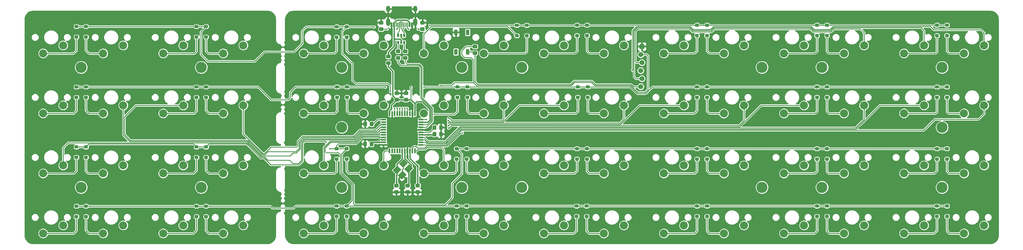
<source format=gbr>
G04 #@! TF.GenerationSoftware,KiCad,Pcbnew,(5.1.2-1)-1*
G04 #@! TF.CreationDate,2020-05-24T08:16:14-05:00*
G04 #@! TF.ProjectId,therick48.16SP,74686572-6963-46b3-9438-2e313653502e,rev?*
G04 #@! TF.SameCoordinates,Original*
G04 #@! TF.FileFunction,Copper,L2,Bot*
G04 #@! TF.FilePolarity,Positive*
%FSLAX46Y46*%
G04 Gerber Fmt 4.6, Leading zero omitted, Abs format (unit mm)*
G04 Created by KiCad (PCBNEW (5.1.2-1)-1) date 2020-05-24 08:16:14*
%MOMM*%
%LPD*%
G04 APERTURE LIST*
%ADD10C,3.500000*%
%ADD11C,0.100000*%
%ADD12C,1.600200*%
%ADD13C,1.000000*%
%ADD14C,2.540000*%
%ADD15R,1.100000X1.800000*%
%ADD16C,0.650000*%
%ADD17R,0.650000X1.060000*%
%ADD18C,0.600000*%
%ADD19O,1.300000X2.400000*%
%ADD20C,0.300000*%
%ADD21O,1.300000X1.900000*%
%ADD22C,1.150000*%
%ADD23C,1.800000*%
%ADD24R,0.500000X1.500000*%
%ADD25R,1.500000X0.500000*%
%ADD26C,0.500000*%
%ADD27C,0.700000*%
%ADD28C,0.250000*%
%ADD29C,0.400000*%
G04 APERTURE END LIST*
D10*
X344280000Y-61940000D03*
X344280000Y-99940000D03*
X287280000Y-61940000D03*
X211280000Y-61940000D03*
X211280000Y-99940000D03*
X287280000Y-99940000D03*
X154280000Y-99940000D03*
X154280000Y-61940000D03*
X109819991Y-99940000D03*
X71819991Y-99940000D03*
X109819990Y-61940000D03*
X71819991Y-61940000D03*
X344280000Y-80940000D03*
X306280000Y-99940000D03*
X306280000Y-61940000D03*
X192280000Y-99940000D03*
X192280000Y-61940000D03*
X154279999Y-80940000D03*
D11*
G36*
X249745662Y-54541826D02*
G01*
X249784496Y-54547587D01*
X249822578Y-54557126D01*
X249859543Y-54570352D01*
X249895032Y-54587137D01*
X249928706Y-54607321D01*
X249960239Y-54630707D01*
X249989328Y-54657072D01*
X250015693Y-54686161D01*
X250039079Y-54717694D01*
X250059263Y-54751368D01*
X250076048Y-54786857D01*
X250089274Y-54823822D01*
X250098813Y-54861904D01*
X250104574Y-54900738D01*
X250106500Y-54939950D01*
X250106500Y-55740050D01*
X250104574Y-55779262D01*
X250098813Y-55818096D01*
X250089274Y-55856178D01*
X250076048Y-55893143D01*
X250059263Y-55928632D01*
X250039079Y-55962306D01*
X250015693Y-55993839D01*
X249989328Y-56022928D01*
X249960239Y-56049293D01*
X249928706Y-56072679D01*
X249895032Y-56092863D01*
X249859543Y-56109648D01*
X249822578Y-56122874D01*
X249784496Y-56132413D01*
X249745662Y-56138174D01*
X249706450Y-56140100D01*
X248906350Y-56140100D01*
X248867138Y-56138174D01*
X248828304Y-56132413D01*
X248790222Y-56122874D01*
X248753257Y-56109648D01*
X248717768Y-56092863D01*
X248684094Y-56072679D01*
X248652561Y-56049293D01*
X248623472Y-56022928D01*
X248597107Y-55993839D01*
X248573721Y-55962306D01*
X248553537Y-55928632D01*
X248536752Y-55893143D01*
X248523526Y-55856178D01*
X248513987Y-55818096D01*
X248508226Y-55779262D01*
X248506300Y-55740050D01*
X248506300Y-54939950D01*
X248508226Y-54900738D01*
X248513987Y-54861904D01*
X248523526Y-54823822D01*
X248536752Y-54786857D01*
X248553537Y-54751368D01*
X248573721Y-54717694D01*
X248597107Y-54686161D01*
X248623472Y-54657072D01*
X248652561Y-54630707D01*
X248684094Y-54607321D01*
X248717768Y-54587137D01*
X248753257Y-54570352D01*
X248790222Y-54557126D01*
X248828304Y-54547587D01*
X248867138Y-54541826D01*
X248906350Y-54539900D01*
X249706450Y-54539900D01*
X249745662Y-54541826D01*
X249745662Y-54541826D01*
G37*
D12*
X249306400Y-55340000D03*
X248900000Y-57880000D03*
X249306400Y-60420000D03*
X248900000Y-62960000D03*
X249306400Y-65500000D03*
X248900000Y-68040000D03*
D11*
G36*
X346214503Y-51374581D02*
G01*
X346238772Y-51378181D01*
X346262570Y-51384142D01*
X346285670Y-51392407D01*
X346307848Y-51402897D01*
X346328892Y-51415510D01*
X346348597Y-51430124D01*
X346366776Y-51446600D01*
X346383252Y-51464779D01*
X346397866Y-51484484D01*
X346410479Y-51505528D01*
X346420969Y-51527706D01*
X346429234Y-51550806D01*
X346435195Y-51574604D01*
X346438795Y-51598873D01*
X346439999Y-51623377D01*
X346439999Y-52123377D01*
X346438795Y-52147881D01*
X346435195Y-52172150D01*
X346429234Y-52195948D01*
X346420969Y-52219048D01*
X346410479Y-52241226D01*
X346397866Y-52262270D01*
X346383252Y-52281975D01*
X346366776Y-52300154D01*
X346348597Y-52316630D01*
X346328892Y-52331244D01*
X346307848Y-52343857D01*
X346285670Y-52354347D01*
X346262570Y-52362612D01*
X346238772Y-52368573D01*
X346214503Y-52372173D01*
X346189999Y-52373377D01*
X345489999Y-52373377D01*
X345465495Y-52372173D01*
X345441226Y-52368573D01*
X345417428Y-52362612D01*
X345394328Y-52354347D01*
X345372150Y-52343857D01*
X345351106Y-52331244D01*
X345331401Y-52316630D01*
X345313222Y-52300154D01*
X345296746Y-52281975D01*
X345282132Y-52262270D01*
X345269519Y-52241226D01*
X345259029Y-52219048D01*
X345250764Y-52195948D01*
X345244803Y-52172150D01*
X345241203Y-52147881D01*
X345239999Y-52123377D01*
X345239999Y-51623377D01*
X345241203Y-51598873D01*
X345244803Y-51574604D01*
X345250764Y-51550806D01*
X345259029Y-51527706D01*
X345269519Y-51505528D01*
X345282132Y-51484484D01*
X345296746Y-51464779D01*
X345313222Y-51446600D01*
X345331401Y-51430124D01*
X345351106Y-51415510D01*
X345372150Y-51402897D01*
X345394328Y-51392407D01*
X345417428Y-51384142D01*
X345441226Y-51378181D01*
X345465495Y-51374581D01*
X345489999Y-51373377D01*
X346189999Y-51373377D01*
X346214503Y-51374581D01*
X346214503Y-51374581D01*
G37*
D13*
X345839999Y-51873377D03*
D11*
G36*
X346214503Y-48074581D02*
G01*
X346238772Y-48078181D01*
X346262570Y-48084142D01*
X346285670Y-48092407D01*
X346307848Y-48102897D01*
X346328892Y-48115510D01*
X346348597Y-48130124D01*
X346366776Y-48146600D01*
X346383252Y-48164779D01*
X346397866Y-48184484D01*
X346410479Y-48205528D01*
X346420969Y-48227706D01*
X346429234Y-48250806D01*
X346435195Y-48274604D01*
X346438795Y-48298873D01*
X346439999Y-48323377D01*
X346439999Y-48823377D01*
X346438795Y-48847881D01*
X346435195Y-48872150D01*
X346429234Y-48895948D01*
X346420969Y-48919048D01*
X346410479Y-48941226D01*
X346397866Y-48962270D01*
X346383252Y-48981975D01*
X346366776Y-49000154D01*
X346348597Y-49016630D01*
X346328892Y-49031244D01*
X346307848Y-49043857D01*
X346285670Y-49054347D01*
X346262570Y-49062612D01*
X346238772Y-49068573D01*
X346214503Y-49072173D01*
X346189999Y-49073377D01*
X345489999Y-49073377D01*
X345465495Y-49072173D01*
X345441226Y-49068573D01*
X345417428Y-49062612D01*
X345394328Y-49054347D01*
X345372150Y-49043857D01*
X345351106Y-49031244D01*
X345331401Y-49016630D01*
X345313222Y-49000154D01*
X345296746Y-48981975D01*
X345282132Y-48962270D01*
X345269519Y-48941226D01*
X345259029Y-48919048D01*
X345250764Y-48895948D01*
X345244803Y-48872150D01*
X345241203Y-48847881D01*
X345239999Y-48823377D01*
X345239999Y-48323377D01*
X345241203Y-48298873D01*
X345244803Y-48274604D01*
X345250764Y-48250806D01*
X345259029Y-48227706D01*
X345269519Y-48205528D01*
X345282132Y-48184484D01*
X345296746Y-48164779D01*
X345313222Y-48146600D01*
X345331401Y-48130124D01*
X345351106Y-48115510D01*
X345372150Y-48102897D01*
X345394328Y-48092407D01*
X345417428Y-48084142D01*
X345441226Y-48078181D01*
X345465495Y-48074581D01*
X345489999Y-48073377D01*
X346189999Y-48073377D01*
X346214503Y-48074581D01*
X346214503Y-48074581D01*
G37*
D13*
X345839999Y-48573377D03*
D14*
X357589999Y-111980002D03*
X351239999Y-114520002D03*
X357589069Y-92979762D03*
X351239069Y-95519762D03*
X262589319Y-111979712D03*
X256239319Y-114519712D03*
X262589319Y-92979762D03*
X256239319Y-95519762D03*
X338589119Y-111979712D03*
X332239119Y-114519712D03*
X319589169Y-111979712D03*
X313239169Y-114519712D03*
X300589219Y-111979712D03*
X294239219Y-114519712D03*
X281589269Y-111979712D03*
X275239269Y-114519712D03*
X243589369Y-111979712D03*
X237239369Y-114519712D03*
X224589999Y-111980002D03*
X218239999Y-114520002D03*
X205589469Y-111979712D03*
X199239469Y-114519712D03*
X186589999Y-111980002D03*
X180239999Y-114520002D03*
X167589999Y-111980002D03*
X161239999Y-114520002D03*
X148589619Y-111980002D03*
X142239619Y-114520002D03*
X338589119Y-92979762D03*
X332239119Y-95519762D03*
X319589169Y-92979762D03*
X313239169Y-95519762D03*
X300589219Y-92979762D03*
X294239219Y-95519762D03*
X281589269Y-92980002D03*
X275239269Y-95520002D03*
X243589369Y-92979762D03*
X237239369Y-95519762D03*
X224589419Y-92979762D03*
X218239419Y-95519762D03*
X205589469Y-92979762D03*
X199239469Y-95519762D03*
X186589999Y-92980002D03*
X180239999Y-95520002D03*
X167589999Y-92980002D03*
X161239999Y-95520002D03*
X148589999Y-92980002D03*
X142239999Y-95520002D03*
X357589069Y-73979812D03*
X351239069Y-76519812D03*
X338589119Y-73979812D03*
X332239119Y-76519812D03*
X319589169Y-73979812D03*
X313239169Y-76519812D03*
X300589999Y-73980002D03*
X294239999Y-76520002D03*
X281564600Y-73992700D03*
X275214600Y-76532700D03*
X262589319Y-73980002D03*
X256239319Y-76520002D03*
X243589999Y-73980002D03*
X237239999Y-76520002D03*
X224589999Y-73980002D03*
X218239999Y-76520002D03*
X205589999Y-73980002D03*
X199239999Y-76520002D03*
X186589999Y-73980002D03*
X180239999Y-76520002D03*
X167589999Y-73980002D03*
X161239999Y-76520002D03*
X148589999Y-73980002D03*
X142239999Y-76520002D03*
X357589069Y-54979862D03*
X351239069Y-57519862D03*
X338589119Y-54979862D03*
X332239119Y-57519862D03*
X319589169Y-54979862D03*
X313239169Y-57519862D03*
X300589999Y-54980002D03*
X294239999Y-57520002D03*
X281589999Y-54980002D03*
X275239999Y-57520002D03*
X262589319Y-54980002D03*
X256239319Y-57520002D03*
X243589369Y-54979862D03*
X237239369Y-57519862D03*
X224589419Y-54979862D03*
X218239419Y-57519862D03*
X199239999Y-57520002D03*
X205589999Y-54980002D03*
X186589999Y-54980002D03*
X180239999Y-57520002D03*
X167589999Y-54980002D03*
X161239999Y-57520002D03*
X148589999Y-54980002D03*
X142239999Y-57520002D03*
X123129686Y-111979712D03*
X116779686Y-114519712D03*
X104129736Y-111979712D03*
X97779736Y-114519712D03*
X85129786Y-111979712D03*
X78779786Y-114519712D03*
X66129836Y-111979712D03*
X59779836Y-114519712D03*
X123129686Y-92979762D03*
X116779686Y-95519762D03*
X104129736Y-92979762D03*
X97779736Y-95519762D03*
X85104386Y-92992462D03*
X78754386Y-95532462D03*
X66129836Y-92979762D03*
X59779836Y-95519762D03*
X123129686Y-73979812D03*
X116779686Y-76519812D03*
X104129736Y-73979812D03*
X97779736Y-76519812D03*
X85129786Y-73979812D03*
X78779786Y-76519812D03*
X66129836Y-73979812D03*
X59779836Y-76519812D03*
X123129686Y-54979862D03*
X116779686Y-57519862D03*
X104129736Y-54979862D03*
X97779736Y-57519862D03*
X85129786Y-54979862D03*
X78779786Y-57519862D03*
X66129836Y-54979862D03*
X59779836Y-57519862D03*
D11*
G36*
X111714494Y-108689206D02*
G01*
X111738763Y-108692806D01*
X111762561Y-108698767D01*
X111785661Y-108707032D01*
X111807839Y-108717522D01*
X111828883Y-108730135D01*
X111848588Y-108744749D01*
X111866767Y-108761225D01*
X111883243Y-108779404D01*
X111897857Y-108799109D01*
X111910470Y-108820153D01*
X111920960Y-108842331D01*
X111929225Y-108865431D01*
X111935186Y-108889229D01*
X111938786Y-108913498D01*
X111939990Y-108938002D01*
X111939990Y-109438002D01*
X111938786Y-109462506D01*
X111935186Y-109486775D01*
X111929225Y-109510573D01*
X111920960Y-109533673D01*
X111910470Y-109555851D01*
X111897857Y-109576895D01*
X111883243Y-109596600D01*
X111866767Y-109614779D01*
X111848588Y-109631255D01*
X111828883Y-109645869D01*
X111807839Y-109658482D01*
X111785661Y-109668972D01*
X111762561Y-109677237D01*
X111738763Y-109683198D01*
X111714494Y-109686798D01*
X111689990Y-109688002D01*
X110989990Y-109688002D01*
X110965486Y-109686798D01*
X110941217Y-109683198D01*
X110917419Y-109677237D01*
X110894319Y-109668972D01*
X110872141Y-109658482D01*
X110851097Y-109645869D01*
X110831392Y-109631255D01*
X110813213Y-109614779D01*
X110796737Y-109596600D01*
X110782123Y-109576895D01*
X110769510Y-109555851D01*
X110759020Y-109533673D01*
X110750755Y-109510573D01*
X110744794Y-109486775D01*
X110741194Y-109462506D01*
X110739990Y-109438002D01*
X110739990Y-108938002D01*
X110741194Y-108913498D01*
X110744794Y-108889229D01*
X110750755Y-108865431D01*
X110759020Y-108842331D01*
X110769510Y-108820153D01*
X110782123Y-108799109D01*
X110796737Y-108779404D01*
X110813213Y-108761225D01*
X110831392Y-108744749D01*
X110851097Y-108730135D01*
X110872141Y-108717522D01*
X110894319Y-108707032D01*
X110917419Y-108698767D01*
X110941217Y-108692806D01*
X110965486Y-108689206D01*
X110989990Y-108688002D01*
X111689990Y-108688002D01*
X111714494Y-108689206D01*
X111714494Y-108689206D01*
G37*
D13*
X111339990Y-109188002D03*
D11*
G36*
X111714494Y-105389206D02*
G01*
X111738763Y-105392806D01*
X111762561Y-105398767D01*
X111785661Y-105407032D01*
X111807839Y-105417522D01*
X111828883Y-105430135D01*
X111848588Y-105444749D01*
X111866767Y-105461225D01*
X111883243Y-105479404D01*
X111897857Y-105499109D01*
X111910470Y-105520153D01*
X111920960Y-105542331D01*
X111929225Y-105565431D01*
X111935186Y-105589229D01*
X111938786Y-105613498D01*
X111939990Y-105638002D01*
X111939990Y-106138002D01*
X111938786Y-106162506D01*
X111935186Y-106186775D01*
X111929225Y-106210573D01*
X111920960Y-106233673D01*
X111910470Y-106255851D01*
X111897857Y-106276895D01*
X111883243Y-106296600D01*
X111866767Y-106314779D01*
X111848588Y-106331255D01*
X111828883Y-106345869D01*
X111807839Y-106358482D01*
X111785661Y-106368972D01*
X111762561Y-106377237D01*
X111738763Y-106383198D01*
X111714494Y-106386798D01*
X111689990Y-106388002D01*
X110989990Y-106388002D01*
X110965486Y-106386798D01*
X110941217Y-106383198D01*
X110917419Y-106377237D01*
X110894319Y-106368972D01*
X110872141Y-106358482D01*
X110851097Y-106345869D01*
X110831392Y-106331255D01*
X110813213Y-106314779D01*
X110796737Y-106296600D01*
X110782123Y-106276895D01*
X110769510Y-106255851D01*
X110759020Y-106233673D01*
X110750755Y-106210573D01*
X110744794Y-106186775D01*
X110741194Y-106162506D01*
X110739990Y-106138002D01*
X110739990Y-105638002D01*
X110741194Y-105613498D01*
X110744794Y-105589229D01*
X110750755Y-105565431D01*
X110759020Y-105542331D01*
X110769510Y-105520153D01*
X110782123Y-105499109D01*
X110796737Y-105479404D01*
X110813213Y-105461225D01*
X110831392Y-105444749D01*
X110851097Y-105430135D01*
X110872141Y-105417522D01*
X110894319Y-105407032D01*
X110917419Y-105398767D01*
X110941217Y-105392806D01*
X110965486Y-105389206D01*
X110989990Y-105388002D01*
X111689990Y-105388002D01*
X111714494Y-105389206D01*
X111714494Y-105389206D01*
G37*
D13*
X111339990Y-105888002D03*
D11*
G36*
X108674494Y-108689206D02*
G01*
X108698763Y-108692806D01*
X108722561Y-108698767D01*
X108745661Y-108707032D01*
X108767839Y-108717522D01*
X108788883Y-108730135D01*
X108808588Y-108744749D01*
X108826767Y-108761225D01*
X108843243Y-108779404D01*
X108857857Y-108799109D01*
X108870470Y-108820153D01*
X108880960Y-108842331D01*
X108889225Y-108865431D01*
X108895186Y-108889229D01*
X108898786Y-108913498D01*
X108899990Y-108938002D01*
X108899990Y-109438002D01*
X108898786Y-109462506D01*
X108895186Y-109486775D01*
X108889225Y-109510573D01*
X108880960Y-109533673D01*
X108870470Y-109555851D01*
X108857857Y-109576895D01*
X108843243Y-109596600D01*
X108826767Y-109614779D01*
X108808588Y-109631255D01*
X108788883Y-109645869D01*
X108767839Y-109658482D01*
X108745661Y-109668972D01*
X108722561Y-109677237D01*
X108698763Y-109683198D01*
X108674494Y-109686798D01*
X108649990Y-109688002D01*
X107949990Y-109688002D01*
X107925486Y-109686798D01*
X107901217Y-109683198D01*
X107877419Y-109677237D01*
X107854319Y-109668972D01*
X107832141Y-109658482D01*
X107811097Y-109645869D01*
X107791392Y-109631255D01*
X107773213Y-109614779D01*
X107756737Y-109596600D01*
X107742123Y-109576895D01*
X107729510Y-109555851D01*
X107719020Y-109533673D01*
X107710755Y-109510573D01*
X107704794Y-109486775D01*
X107701194Y-109462506D01*
X107699990Y-109438002D01*
X107699990Y-108938002D01*
X107701194Y-108913498D01*
X107704794Y-108889229D01*
X107710755Y-108865431D01*
X107719020Y-108842331D01*
X107729510Y-108820153D01*
X107742123Y-108799109D01*
X107756737Y-108779404D01*
X107773213Y-108761225D01*
X107791392Y-108744749D01*
X107811097Y-108730135D01*
X107832141Y-108717522D01*
X107854319Y-108707032D01*
X107877419Y-108698767D01*
X107901217Y-108692806D01*
X107925486Y-108689206D01*
X107949990Y-108688002D01*
X108649990Y-108688002D01*
X108674494Y-108689206D01*
X108674494Y-108689206D01*
G37*
D13*
X108299990Y-109188002D03*
D11*
G36*
X108674494Y-105389206D02*
G01*
X108698763Y-105392806D01*
X108722561Y-105398767D01*
X108745661Y-105407032D01*
X108767839Y-105417522D01*
X108788883Y-105430135D01*
X108808588Y-105444749D01*
X108826767Y-105461225D01*
X108843243Y-105479404D01*
X108857857Y-105499109D01*
X108870470Y-105520153D01*
X108880960Y-105542331D01*
X108889225Y-105565431D01*
X108895186Y-105589229D01*
X108898786Y-105613498D01*
X108899990Y-105638002D01*
X108899990Y-106138002D01*
X108898786Y-106162506D01*
X108895186Y-106186775D01*
X108889225Y-106210573D01*
X108880960Y-106233673D01*
X108870470Y-106255851D01*
X108857857Y-106276895D01*
X108843243Y-106296600D01*
X108826767Y-106314779D01*
X108808588Y-106331255D01*
X108788883Y-106345869D01*
X108767839Y-106358482D01*
X108745661Y-106368972D01*
X108722561Y-106377237D01*
X108698763Y-106383198D01*
X108674494Y-106386798D01*
X108649990Y-106388002D01*
X107949990Y-106388002D01*
X107925486Y-106386798D01*
X107901217Y-106383198D01*
X107877419Y-106377237D01*
X107854319Y-106368972D01*
X107832141Y-106358482D01*
X107811097Y-106345869D01*
X107791392Y-106331255D01*
X107773213Y-106314779D01*
X107756737Y-106296600D01*
X107742123Y-106276895D01*
X107729510Y-106255851D01*
X107719020Y-106233673D01*
X107710755Y-106210573D01*
X107704794Y-106186775D01*
X107701194Y-106162506D01*
X107699990Y-106138002D01*
X107699990Y-105638002D01*
X107701194Y-105613498D01*
X107704794Y-105589229D01*
X107710755Y-105565431D01*
X107719020Y-105542331D01*
X107729510Y-105520153D01*
X107742123Y-105499109D01*
X107756737Y-105479404D01*
X107773213Y-105461225D01*
X107791392Y-105444749D01*
X107811097Y-105430135D01*
X107832141Y-105417522D01*
X107854319Y-105407032D01*
X107877419Y-105398767D01*
X107901217Y-105392806D01*
X107925486Y-105389206D01*
X107949990Y-105388002D01*
X108649990Y-105388002D01*
X108674494Y-105389206D01*
X108674494Y-105389206D01*
G37*
D13*
X108299990Y-105888002D03*
D11*
G36*
X73714494Y-108689206D02*
G01*
X73738763Y-108692806D01*
X73762561Y-108698767D01*
X73785661Y-108707032D01*
X73807839Y-108717522D01*
X73828883Y-108730135D01*
X73848588Y-108744749D01*
X73866767Y-108761225D01*
X73883243Y-108779404D01*
X73897857Y-108799109D01*
X73910470Y-108820153D01*
X73920960Y-108842331D01*
X73929225Y-108865431D01*
X73935186Y-108889229D01*
X73938786Y-108913498D01*
X73939990Y-108938002D01*
X73939990Y-109438002D01*
X73938786Y-109462506D01*
X73935186Y-109486775D01*
X73929225Y-109510573D01*
X73920960Y-109533673D01*
X73910470Y-109555851D01*
X73897857Y-109576895D01*
X73883243Y-109596600D01*
X73866767Y-109614779D01*
X73848588Y-109631255D01*
X73828883Y-109645869D01*
X73807839Y-109658482D01*
X73785661Y-109668972D01*
X73762561Y-109677237D01*
X73738763Y-109683198D01*
X73714494Y-109686798D01*
X73689990Y-109688002D01*
X72989990Y-109688002D01*
X72965486Y-109686798D01*
X72941217Y-109683198D01*
X72917419Y-109677237D01*
X72894319Y-109668972D01*
X72872141Y-109658482D01*
X72851097Y-109645869D01*
X72831392Y-109631255D01*
X72813213Y-109614779D01*
X72796737Y-109596600D01*
X72782123Y-109576895D01*
X72769510Y-109555851D01*
X72759020Y-109533673D01*
X72750755Y-109510573D01*
X72744794Y-109486775D01*
X72741194Y-109462506D01*
X72739990Y-109438002D01*
X72739990Y-108938002D01*
X72741194Y-108913498D01*
X72744794Y-108889229D01*
X72750755Y-108865431D01*
X72759020Y-108842331D01*
X72769510Y-108820153D01*
X72782123Y-108799109D01*
X72796737Y-108779404D01*
X72813213Y-108761225D01*
X72831392Y-108744749D01*
X72851097Y-108730135D01*
X72872141Y-108717522D01*
X72894319Y-108707032D01*
X72917419Y-108698767D01*
X72941217Y-108692806D01*
X72965486Y-108689206D01*
X72989990Y-108688002D01*
X73689990Y-108688002D01*
X73714494Y-108689206D01*
X73714494Y-108689206D01*
G37*
D13*
X73339990Y-109188002D03*
D11*
G36*
X73714494Y-105389206D02*
G01*
X73738763Y-105392806D01*
X73762561Y-105398767D01*
X73785661Y-105407032D01*
X73807839Y-105417522D01*
X73828883Y-105430135D01*
X73848588Y-105444749D01*
X73866767Y-105461225D01*
X73883243Y-105479404D01*
X73897857Y-105499109D01*
X73910470Y-105520153D01*
X73920960Y-105542331D01*
X73929225Y-105565431D01*
X73935186Y-105589229D01*
X73938786Y-105613498D01*
X73939990Y-105638002D01*
X73939990Y-106138002D01*
X73938786Y-106162506D01*
X73935186Y-106186775D01*
X73929225Y-106210573D01*
X73920960Y-106233673D01*
X73910470Y-106255851D01*
X73897857Y-106276895D01*
X73883243Y-106296600D01*
X73866767Y-106314779D01*
X73848588Y-106331255D01*
X73828883Y-106345869D01*
X73807839Y-106358482D01*
X73785661Y-106368972D01*
X73762561Y-106377237D01*
X73738763Y-106383198D01*
X73714494Y-106386798D01*
X73689990Y-106388002D01*
X72989990Y-106388002D01*
X72965486Y-106386798D01*
X72941217Y-106383198D01*
X72917419Y-106377237D01*
X72894319Y-106368972D01*
X72872141Y-106358482D01*
X72851097Y-106345869D01*
X72831392Y-106331255D01*
X72813213Y-106314779D01*
X72796737Y-106296600D01*
X72782123Y-106276895D01*
X72769510Y-106255851D01*
X72759020Y-106233673D01*
X72750755Y-106210573D01*
X72744794Y-106186775D01*
X72741194Y-106162506D01*
X72739990Y-106138002D01*
X72739990Y-105638002D01*
X72741194Y-105613498D01*
X72744794Y-105589229D01*
X72750755Y-105565431D01*
X72759020Y-105542331D01*
X72769510Y-105520153D01*
X72782123Y-105499109D01*
X72796737Y-105479404D01*
X72813213Y-105461225D01*
X72831392Y-105444749D01*
X72851097Y-105430135D01*
X72872141Y-105417522D01*
X72894319Y-105407032D01*
X72917419Y-105398767D01*
X72941217Y-105392806D01*
X72965486Y-105389206D01*
X72989990Y-105388002D01*
X73689990Y-105388002D01*
X73714494Y-105389206D01*
X73714494Y-105389206D01*
G37*
D13*
X73339990Y-105888002D03*
D11*
G36*
X70674494Y-108689206D02*
G01*
X70698763Y-108692806D01*
X70722561Y-108698767D01*
X70745661Y-108707032D01*
X70767839Y-108717522D01*
X70788883Y-108730135D01*
X70808588Y-108744749D01*
X70826767Y-108761225D01*
X70843243Y-108779404D01*
X70857857Y-108799109D01*
X70870470Y-108820153D01*
X70880960Y-108842331D01*
X70889225Y-108865431D01*
X70895186Y-108889229D01*
X70898786Y-108913498D01*
X70899990Y-108938002D01*
X70899990Y-109438002D01*
X70898786Y-109462506D01*
X70895186Y-109486775D01*
X70889225Y-109510573D01*
X70880960Y-109533673D01*
X70870470Y-109555851D01*
X70857857Y-109576895D01*
X70843243Y-109596600D01*
X70826767Y-109614779D01*
X70808588Y-109631255D01*
X70788883Y-109645869D01*
X70767839Y-109658482D01*
X70745661Y-109668972D01*
X70722561Y-109677237D01*
X70698763Y-109683198D01*
X70674494Y-109686798D01*
X70649990Y-109688002D01*
X69949990Y-109688002D01*
X69925486Y-109686798D01*
X69901217Y-109683198D01*
X69877419Y-109677237D01*
X69854319Y-109668972D01*
X69832141Y-109658482D01*
X69811097Y-109645869D01*
X69791392Y-109631255D01*
X69773213Y-109614779D01*
X69756737Y-109596600D01*
X69742123Y-109576895D01*
X69729510Y-109555851D01*
X69719020Y-109533673D01*
X69710755Y-109510573D01*
X69704794Y-109486775D01*
X69701194Y-109462506D01*
X69699990Y-109438002D01*
X69699990Y-108938002D01*
X69701194Y-108913498D01*
X69704794Y-108889229D01*
X69710755Y-108865431D01*
X69719020Y-108842331D01*
X69729510Y-108820153D01*
X69742123Y-108799109D01*
X69756737Y-108779404D01*
X69773213Y-108761225D01*
X69791392Y-108744749D01*
X69811097Y-108730135D01*
X69832141Y-108717522D01*
X69854319Y-108707032D01*
X69877419Y-108698767D01*
X69901217Y-108692806D01*
X69925486Y-108689206D01*
X69949990Y-108688002D01*
X70649990Y-108688002D01*
X70674494Y-108689206D01*
X70674494Y-108689206D01*
G37*
D13*
X70299990Y-109188002D03*
D11*
G36*
X70674494Y-105389206D02*
G01*
X70698763Y-105392806D01*
X70722561Y-105398767D01*
X70745661Y-105407032D01*
X70767839Y-105417522D01*
X70788883Y-105430135D01*
X70808588Y-105444749D01*
X70826767Y-105461225D01*
X70843243Y-105479404D01*
X70857857Y-105499109D01*
X70870470Y-105520153D01*
X70880960Y-105542331D01*
X70889225Y-105565431D01*
X70895186Y-105589229D01*
X70898786Y-105613498D01*
X70899990Y-105638002D01*
X70899990Y-106138002D01*
X70898786Y-106162506D01*
X70895186Y-106186775D01*
X70889225Y-106210573D01*
X70880960Y-106233673D01*
X70870470Y-106255851D01*
X70857857Y-106276895D01*
X70843243Y-106296600D01*
X70826767Y-106314779D01*
X70808588Y-106331255D01*
X70788883Y-106345869D01*
X70767839Y-106358482D01*
X70745661Y-106368972D01*
X70722561Y-106377237D01*
X70698763Y-106383198D01*
X70674494Y-106386798D01*
X70649990Y-106388002D01*
X69949990Y-106388002D01*
X69925486Y-106386798D01*
X69901217Y-106383198D01*
X69877419Y-106377237D01*
X69854319Y-106368972D01*
X69832141Y-106358482D01*
X69811097Y-106345869D01*
X69791392Y-106331255D01*
X69773213Y-106314779D01*
X69756737Y-106296600D01*
X69742123Y-106276895D01*
X69729510Y-106255851D01*
X69719020Y-106233673D01*
X69710755Y-106210573D01*
X69704794Y-106186775D01*
X69701194Y-106162506D01*
X69699990Y-106138002D01*
X69699990Y-105638002D01*
X69701194Y-105613498D01*
X69704794Y-105589229D01*
X69710755Y-105565431D01*
X69719020Y-105542331D01*
X69729510Y-105520153D01*
X69742123Y-105499109D01*
X69756737Y-105479404D01*
X69773213Y-105461225D01*
X69791392Y-105444749D01*
X69811097Y-105430135D01*
X69832141Y-105417522D01*
X69854319Y-105407032D01*
X69877419Y-105398767D01*
X69901217Y-105392806D01*
X69925486Y-105389206D01*
X69949990Y-105388002D01*
X70649990Y-105388002D01*
X70674494Y-105389206D01*
X70674494Y-105389206D01*
G37*
D13*
X70299990Y-105888002D03*
D11*
G36*
X111714494Y-89944206D02*
G01*
X111738763Y-89947806D01*
X111762561Y-89953767D01*
X111785661Y-89962032D01*
X111807839Y-89972522D01*
X111828883Y-89985135D01*
X111848588Y-89999749D01*
X111866767Y-90016225D01*
X111883243Y-90034404D01*
X111897857Y-90054109D01*
X111910470Y-90075153D01*
X111920960Y-90097331D01*
X111929225Y-90120431D01*
X111935186Y-90144229D01*
X111938786Y-90168498D01*
X111939990Y-90193002D01*
X111939990Y-90693002D01*
X111938786Y-90717506D01*
X111935186Y-90741775D01*
X111929225Y-90765573D01*
X111920960Y-90788673D01*
X111910470Y-90810851D01*
X111897857Y-90831895D01*
X111883243Y-90851600D01*
X111866767Y-90869779D01*
X111848588Y-90886255D01*
X111828883Y-90900869D01*
X111807839Y-90913482D01*
X111785661Y-90923972D01*
X111762561Y-90932237D01*
X111738763Y-90938198D01*
X111714494Y-90941798D01*
X111689990Y-90943002D01*
X110989990Y-90943002D01*
X110965486Y-90941798D01*
X110941217Y-90938198D01*
X110917419Y-90932237D01*
X110894319Y-90923972D01*
X110872141Y-90913482D01*
X110851097Y-90900869D01*
X110831392Y-90886255D01*
X110813213Y-90869779D01*
X110796737Y-90851600D01*
X110782123Y-90831895D01*
X110769510Y-90810851D01*
X110759020Y-90788673D01*
X110750755Y-90765573D01*
X110744794Y-90741775D01*
X110741194Y-90717506D01*
X110739990Y-90693002D01*
X110739990Y-90193002D01*
X110741194Y-90168498D01*
X110744794Y-90144229D01*
X110750755Y-90120431D01*
X110759020Y-90097331D01*
X110769510Y-90075153D01*
X110782123Y-90054109D01*
X110796737Y-90034404D01*
X110813213Y-90016225D01*
X110831392Y-89999749D01*
X110851097Y-89985135D01*
X110872141Y-89972522D01*
X110894319Y-89962032D01*
X110917419Y-89953767D01*
X110941217Y-89947806D01*
X110965486Y-89944206D01*
X110989990Y-89943002D01*
X111689990Y-89943002D01*
X111714494Y-89944206D01*
X111714494Y-89944206D01*
G37*
D13*
X111339990Y-90443002D03*
D11*
G36*
X111714494Y-86644206D02*
G01*
X111738763Y-86647806D01*
X111762561Y-86653767D01*
X111785661Y-86662032D01*
X111807839Y-86672522D01*
X111828883Y-86685135D01*
X111848588Y-86699749D01*
X111866767Y-86716225D01*
X111883243Y-86734404D01*
X111897857Y-86754109D01*
X111910470Y-86775153D01*
X111920960Y-86797331D01*
X111929225Y-86820431D01*
X111935186Y-86844229D01*
X111938786Y-86868498D01*
X111939990Y-86893002D01*
X111939990Y-87393002D01*
X111938786Y-87417506D01*
X111935186Y-87441775D01*
X111929225Y-87465573D01*
X111920960Y-87488673D01*
X111910470Y-87510851D01*
X111897857Y-87531895D01*
X111883243Y-87551600D01*
X111866767Y-87569779D01*
X111848588Y-87586255D01*
X111828883Y-87600869D01*
X111807839Y-87613482D01*
X111785661Y-87623972D01*
X111762561Y-87632237D01*
X111738763Y-87638198D01*
X111714494Y-87641798D01*
X111689990Y-87643002D01*
X110989990Y-87643002D01*
X110965486Y-87641798D01*
X110941217Y-87638198D01*
X110917419Y-87632237D01*
X110894319Y-87623972D01*
X110872141Y-87613482D01*
X110851097Y-87600869D01*
X110831392Y-87586255D01*
X110813213Y-87569779D01*
X110796737Y-87551600D01*
X110782123Y-87531895D01*
X110769510Y-87510851D01*
X110759020Y-87488673D01*
X110750755Y-87465573D01*
X110744794Y-87441775D01*
X110741194Y-87417506D01*
X110739990Y-87393002D01*
X110739990Y-86893002D01*
X110741194Y-86868498D01*
X110744794Y-86844229D01*
X110750755Y-86820431D01*
X110759020Y-86797331D01*
X110769510Y-86775153D01*
X110782123Y-86754109D01*
X110796737Y-86734404D01*
X110813213Y-86716225D01*
X110831392Y-86699749D01*
X110851097Y-86685135D01*
X110872141Y-86672522D01*
X110894319Y-86662032D01*
X110917419Y-86653767D01*
X110941217Y-86647806D01*
X110965486Y-86644206D01*
X110989990Y-86643002D01*
X111689990Y-86643002D01*
X111714494Y-86644206D01*
X111714494Y-86644206D01*
G37*
D13*
X111339990Y-87143002D03*
D11*
G36*
X108674494Y-89944206D02*
G01*
X108698763Y-89947806D01*
X108722561Y-89953767D01*
X108745661Y-89962032D01*
X108767839Y-89972522D01*
X108788883Y-89985135D01*
X108808588Y-89999749D01*
X108826767Y-90016225D01*
X108843243Y-90034404D01*
X108857857Y-90054109D01*
X108870470Y-90075153D01*
X108880960Y-90097331D01*
X108889225Y-90120431D01*
X108895186Y-90144229D01*
X108898786Y-90168498D01*
X108899990Y-90193002D01*
X108899990Y-90693002D01*
X108898786Y-90717506D01*
X108895186Y-90741775D01*
X108889225Y-90765573D01*
X108880960Y-90788673D01*
X108870470Y-90810851D01*
X108857857Y-90831895D01*
X108843243Y-90851600D01*
X108826767Y-90869779D01*
X108808588Y-90886255D01*
X108788883Y-90900869D01*
X108767839Y-90913482D01*
X108745661Y-90923972D01*
X108722561Y-90932237D01*
X108698763Y-90938198D01*
X108674494Y-90941798D01*
X108649990Y-90943002D01*
X107949990Y-90943002D01*
X107925486Y-90941798D01*
X107901217Y-90938198D01*
X107877419Y-90932237D01*
X107854319Y-90923972D01*
X107832141Y-90913482D01*
X107811097Y-90900869D01*
X107791392Y-90886255D01*
X107773213Y-90869779D01*
X107756737Y-90851600D01*
X107742123Y-90831895D01*
X107729510Y-90810851D01*
X107719020Y-90788673D01*
X107710755Y-90765573D01*
X107704794Y-90741775D01*
X107701194Y-90717506D01*
X107699990Y-90693002D01*
X107699990Y-90193002D01*
X107701194Y-90168498D01*
X107704794Y-90144229D01*
X107710755Y-90120431D01*
X107719020Y-90097331D01*
X107729510Y-90075153D01*
X107742123Y-90054109D01*
X107756737Y-90034404D01*
X107773213Y-90016225D01*
X107791392Y-89999749D01*
X107811097Y-89985135D01*
X107832141Y-89972522D01*
X107854319Y-89962032D01*
X107877419Y-89953767D01*
X107901217Y-89947806D01*
X107925486Y-89944206D01*
X107949990Y-89943002D01*
X108649990Y-89943002D01*
X108674494Y-89944206D01*
X108674494Y-89944206D01*
G37*
D13*
X108299990Y-90443002D03*
D11*
G36*
X108674494Y-86644206D02*
G01*
X108698763Y-86647806D01*
X108722561Y-86653767D01*
X108745661Y-86662032D01*
X108767839Y-86672522D01*
X108788883Y-86685135D01*
X108808588Y-86699749D01*
X108826767Y-86716225D01*
X108843243Y-86734404D01*
X108857857Y-86754109D01*
X108870470Y-86775153D01*
X108880960Y-86797331D01*
X108889225Y-86820431D01*
X108895186Y-86844229D01*
X108898786Y-86868498D01*
X108899990Y-86893002D01*
X108899990Y-87393002D01*
X108898786Y-87417506D01*
X108895186Y-87441775D01*
X108889225Y-87465573D01*
X108880960Y-87488673D01*
X108870470Y-87510851D01*
X108857857Y-87531895D01*
X108843243Y-87551600D01*
X108826767Y-87569779D01*
X108808588Y-87586255D01*
X108788883Y-87600869D01*
X108767839Y-87613482D01*
X108745661Y-87623972D01*
X108722561Y-87632237D01*
X108698763Y-87638198D01*
X108674494Y-87641798D01*
X108649990Y-87643002D01*
X107949990Y-87643002D01*
X107925486Y-87641798D01*
X107901217Y-87638198D01*
X107877419Y-87632237D01*
X107854319Y-87623972D01*
X107832141Y-87613482D01*
X107811097Y-87600869D01*
X107791392Y-87586255D01*
X107773213Y-87569779D01*
X107756737Y-87551600D01*
X107742123Y-87531895D01*
X107729510Y-87510851D01*
X107719020Y-87488673D01*
X107710755Y-87465573D01*
X107704794Y-87441775D01*
X107701194Y-87417506D01*
X107699990Y-87393002D01*
X107699990Y-86893002D01*
X107701194Y-86868498D01*
X107704794Y-86844229D01*
X107710755Y-86820431D01*
X107719020Y-86797331D01*
X107729510Y-86775153D01*
X107742123Y-86754109D01*
X107756737Y-86734404D01*
X107773213Y-86716225D01*
X107791392Y-86699749D01*
X107811097Y-86685135D01*
X107832141Y-86672522D01*
X107854319Y-86662032D01*
X107877419Y-86653767D01*
X107901217Y-86647806D01*
X107925486Y-86644206D01*
X107949990Y-86643002D01*
X108649990Y-86643002D01*
X108674494Y-86644206D01*
X108674494Y-86644206D01*
G37*
D13*
X108299990Y-87143002D03*
D11*
G36*
X73714494Y-89944206D02*
G01*
X73738763Y-89947806D01*
X73762561Y-89953767D01*
X73785661Y-89962032D01*
X73807839Y-89972522D01*
X73828883Y-89985135D01*
X73848588Y-89999749D01*
X73866767Y-90016225D01*
X73883243Y-90034404D01*
X73897857Y-90054109D01*
X73910470Y-90075153D01*
X73920960Y-90097331D01*
X73929225Y-90120431D01*
X73935186Y-90144229D01*
X73938786Y-90168498D01*
X73939990Y-90193002D01*
X73939990Y-90693002D01*
X73938786Y-90717506D01*
X73935186Y-90741775D01*
X73929225Y-90765573D01*
X73920960Y-90788673D01*
X73910470Y-90810851D01*
X73897857Y-90831895D01*
X73883243Y-90851600D01*
X73866767Y-90869779D01*
X73848588Y-90886255D01*
X73828883Y-90900869D01*
X73807839Y-90913482D01*
X73785661Y-90923972D01*
X73762561Y-90932237D01*
X73738763Y-90938198D01*
X73714494Y-90941798D01*
X73689990Y-90943002D01*
X72989990Y-90943002D01*
X72965486Y-90941798D01*
X72941217Y-90938198D01*
X72917419Y-90932237D01*
X72894319Y-90923972D01*
X72872141Y-90913482D01*
X72851097Y-90900869D01*
X72831392Y-90886255D01*
X72813213Y-90869779D01*
X72796737Y-90851600D01*
X72782123Y-90831895D01*
X72769510Y-90810851D01*
X72759020Y-90788673D01*
X72750755Y-90765573D01*
X72744794Y-90741775D01*
X72741194Y-90717506D01*
X72739990Y-90693002D01*
X72739990Y-90193002D01*
X72741194Y-90168498D01*
X72744794Y-90144229D01*
X72750755Y-90120431D01*
X72759020Y-90097331D01*
X72769510Y-90075153D01*
X72782123Y-90054109D01*
X72796737Y-90034404D01*
X72813213Y-90016225D01*
X72831392Y-89999749D01*
X72851097Y-89985135D01*
X72872141Y-89972522D01*
X72894319Y-89962032D01*
X72917419Y-89953767D01*
X72941217Y-89947806D01*
X72965486Y-89944206D01*
X72989990Y-89943002D01*
X73689990Y-89943002D01*
X73714494Y-89944206D01*
X73714494Y-89944206D01*
G37*
D13*
X73339990Y-90443002D03*
D11*
G36*
X73714494Y-86644206D02*
G01*
X73738763Y-86647806D01*
X73762561Y-86653767D01*
X73785661Y-86662032D01*
X73807839Y-86672522D01*
X73828883Y-86685135D01*
X73848588Y-86699749D01*
X73866767Y-86716225D01*
X73883243Y-86734404D01*
X73897857Y-86754109D01*
X73910470Y-86775153D01*
X73920960Y-86797331D01*
X73929225Y-86820431D01*
X73935186Y-86844229D01*
X73938786Y-86868498D01*
X73939990Y-86893002D01*
X73939990Y-87393002D01*
X73938786Y-87417506D01*
X73935186Y-87441775D01*
X73929225Y-87465573D01*
X73920960Y-87488673D01*
X73910470Y-87510851D01*
X73897857Y-87531895D01*
X73883243Y-87551600D01*
X73866767Y-87569779D01*
X73848588Y-87586255D01*
X73828883Y-87600869D01*
X73807839Y-87613482D01*
X73785661Y-87623972D01*
X73762561Y-87632237D01*
X73738763Y-87638198D01*
X73714494Y-87641798D01*
X73689990Y-87643002D01*
X72989990Y-87643002D01*
X72965486Y-87641798D01*
X72941217Y-87638198D01*
X72917419Y-87632237D01*
X72894319Y-87623972D01*
X72872141Y-87613482D01*
X72851097Y-87600869D01*
X72831392Y-87586255D01*
X72813213Y-87569779D01*
X72796737Y-87551600D01*
X72782123Y-87531895D01*
X72769510Y-87510851D01*
X72759020Y-87488673D01*
X72750755Y-87465573D01*
X72744794Y-87441775D01*
X72741194Y-87417506D01*
X72739990Y-87393002D01*
X72739990Y-86893002D01*
X72741194Y-86868498D01*
X72744794Y-86844229D01*
X72750755Y-86820431D01*
X72759020Y-86797331D01*
X72769510Y-86775153D01*
X72782123Y-86754109D01*
X72796737Y-86734404D01*
X72813213Y-86716225D01*
X72831392Y-86699749D01*
X72851097Y-86685135D01*
X72872141Y-86672522D01*
X72894319Y-86662032D01*
X72917419Y-86653767D01*
X72941217Y-86647806D01*
X72965486Y-86644206D01*
X72989990Y-86643002D01*
X73689990Y-86643002D01*
X73714494Y-86644206D01*
X73714494Y-86644206D01*
G37*
D13*
X73339990Y-87143002D03*
D11*
G36*
X70674494Y-89944206D02*
G01*
X70698763Y-89947806D01*
X70722561Y-89953767D01*
X70745661Y-89962032D01*
X70767839Y-89972522D01*
X70788883Y-89985135D01*
X70808588Y-89999749D01*
X70826767Y-90016225D01*
X70843243Y-90034404D01*
X70857857Y-90054109D01*
X70870470Y-90075153D01*
X70880960Y-90097331D01*
X70889225Y-90120431D01*
X70895186Y-90144229D01*
X70898786Y-90168498D01*
X70899990Y-90193002D01*
X70899990Y-90693002D01*
X70898786Y-90717506D01*
X70895186Y-90741775D01*
X70889225Y-90765573D01*
X70880960Y-90788673D01*
X70870470Y-90810851D01*
X70857857Y-90831895D01*
X70843243Y-90851600D01*
X70826767Y-90869779D01*
X70808588Y-90886255D01*
X70788883Y-90900869D01*
X70767839Y-90913482D01*
X70745661Y-90923972D01*
X70722561Y-90932237D01*
X70698763Y-90938198D01*
X70674494Y-90941798D01*
X70649990Y-90943002D01*
X69949990Y-90943002D01*
X69925486Y-90941798D01*
X69901217Y-90938198D01*
X69877419Y-90932237D01*
X69854319Y-90923972D01*
X69832141Y-90913482D01*
X69811097Y-90900869D01*
X69791392Y-90886255D01*
X69773213Y-90869779D01*
X69756737Y-90851600D01*
X69742123Y-90831895D01*
X69729510Y-90810851D01*
X69719020Y-90788673D01*
X69710755Y-90765573D01*
X69704794Y-90741775D01*
X69701194Y-90717506D01*
X69699990Y-90693002D01*
X69699990Y-90193002D01*
X69701194Y-90168498D01*
X69704794Y-90144229D01*
X69710755Y-90120431D01*
X69719020Y-90097331D01*
X69729510Y-90075153D01*
X69742123Y-90054109D01*
X69756737Y-90034404D01*
X69773213Y-90016225D01*
X69791392Y-89999749D01*
X69811097Y-89985135D01*
X69832141Y-89972522D01*
X69854319Y-89962032D01*
X69877419Y-89953767D01*
X69901217Y-89947806D01*
X69925486Y-89944206D01*
X69949990Y-89943002D01*
X70649990Y-89943002D01*
X70674494Y-89944206D01*
X70674494Y-89944206D01*
G37*
D13*
X70299990Y-90443002D03*
D11*
G36*
X70674494Y-86644206D02*
G01*
X70698763Y-86647806D01*
X70722561Y-86653767D01*
X70745661Y-86662032D01*
X70767839Y-86672522D01*
X70788883Y-86685135D01*
X70808588Y-86699749D01*
X70826767Y-86716225D01*
X70843243Y-86734404D01*
X70857857Y-86754109D01*
X70870470Y-86775153D01*
X70880960Y-86797331D01*
X70889225Y-86820431D01*
X70895186Y-86844229D01*
X70898786Y-86868498D01*
X70899990Y-86893002D01*
X70899990Y-87393002D01*
X70898786Y-87417506D01*
X70895186Y-87441775D01*
X70889225Y-87465573D01*
X70880960Y-87488673D01*
X70870470Y-87510851D01*
X70857857Y-87531895D01*
X70843243Y-87551600D01*
X70826767Y-87569779D01*
X70808588Y-87586255D01*
X70788883Y-87600869D01*
X70767839Y-87613482D01*
X70745661Y-87623972D01*
X70722561Y-87632237D01*
X70698763Y-87638198D01*
X70674494Y-87641798D01*
X70649990Y-87643002D01*
X69949990Y-87643002D01*
X69925486Y-87641798D01*
X69901217Y-87638198D01*
X69877419Y-87632237D01*
X69854319Y-87623972D01*
X69832141Y-87613482D01*
X69811097Y-87600869D01*
X69791392Y-87586255D01*
X69773213Y-87569779D01*
X69756737Y-87551600D01*
X69742123Y-87531895D01*
X69729510Y-87510851D01*
X69719020Y-87488673D01*
X69710755Y-87465573D01*
X69704794Y-87441775D01*
X69701194Y-87417506D01*
X69699990Y-87393002D01*
X69699990Y-86893002D01*
X69701194Y-86868498D01*
X69704794Y-86844229D01*
X69710755Y-86820431D01*
X69719020Y-86797331D01*
X69729510Y-86775153D01*
X69742123Y-86754109D01*
X69756737Y-86734404D01*
X69773213Y-86716225D01*
X69791392Y-86699749D01*
X69811097Y-86685135D01*
X69832141Y-86672522D01*
X69854319Y-86662032D01*
X69877419Y-86653767D01*
X69901217Y-86647806D01*
X69925486Y-86644206D01*
X69949990Y-86643002D01*
X70649990Y-86643002D01*
X70674494Y-86644206D01*
X70674494Y-86644206D01*
G37*
D13*
X70299990Y-87143002D03*
D11*
G36*
X111714494Y-70943206D02*
G01*
X111738763Y-70946806D01*
X111762561Y-70952767D01*
X111785661Y-70961032D01*
X111807839Y-70971522D01*
X111828883Y-70984135D01*
X111848588Y-70998749D01*
X111866767Y-71015225D01*
X111883243Y-71033404D01*
X111897857Y-71053109D01*
X111910470Y-71074153D01*
X111920960Y-71096331D01*
X111929225Y-71119431D01*
X111935186Y-71143229D01*
X111938786Y-71167498D01*
X111939990Y-71192002D01*
X111939990Y-71692002D01*
X111938786Y-71716506D01*
X111935186Y-71740775D01*
X111929225Y-71764573D01*
X111920960Y-71787673D01*
X111910470Y-71809851D01*
X111897857Y-71830895D01*
X111883243Y-71850600D01*
X111866767Y-71868779D01*
X111848588Y-71885255D01*
X111828883Y-71899869D01*
X111807839Y-71912482D01*
X111785661Y-71922972D01*
X111762561Y-71931237D01*
X111738763Y-71937198D01*
X111714494Y-71940798D01*
X111689990Y-71942002D01*
X110989990Y-71942002D01*
X110965486Y-71940798D01*
X110941217Y-71937198D01*
X110917419Y-71931237D01*
X110894319Y-71922972D01*
X110872141Y-71912482D01*
X110851097Y-71899869D01*
X110831392Y-71885255D01*
X110813213Y-71868779D01*
X110796737Y-71850600D01*
X110782123Y-71830895D01*
X110769510Y-71809851D01*
X110759020Y-71787673D01*
X110750755Y-71764573D01*
X110744794Y-71740775D01*
X110741194Y-71716506D01*
X110739990Y-71692002D01*
X110739990Y-71192002D01*
X110741194Y-71167498D01*
X110744794Y-71143229D01*
X110750755Y-71119431D01*
X110759020Y-71096331D01*
X110769510Y-71074153D01*
X110782123Y-71053109D01*
X110796737Y-71033404D01*
X110813213Y-71015225D01*
X110831392Y-70998749D01*
X110851097Y-70984135D01*
X110872141Y-70971522D01*
X110894319Y-70961032D01*
X110917419Y-70952767D01*
X110941217Y-70946806D01*
X110965486Y-70943206D01*
X110989990Y-70942002D01*
X111689990Y-70942002D01*
X111714494Y-70943206D01*
X111714494Y-70943206D01*
G37*
D13*
X111339990Y-71442002D03*
D11*
G36*
X111714494Y-67643206D02*
G01*
X111738763Y-67646806D01*
X111762561Y-67652767D01*
X111785661Y-67661032D01*
X111807839Y-67671522D01*
X111828883Y-67684135D01*
X111848588Y-67698749D01*
X111866767Y-67715225D01*
X111883243Y-67733404D01*
X111897857Y-67753109D01*
X111910470Y-67774153D01*
X111920960Y-67796331D01*
X111929225Y-67819431D01*
X111935186Y-67843229D01*
X111938786Y-67867498D01*
X111939990Y-67892002D01*
X111939990Y-68392002D01*
X111938786Y-68416506D01*
X111935186Y-68440775D01*
X111929225Y-68464573D01*
X111920960Y-68487673D01*
X111910470Y-68509851D01*
X111897857Y-68530895D01*
X111883243Y-68550600D01*
X111866767Y-68568779D01*
X111848588Y-68585255D01*
X111828883Y-68599869D01*
X111807839Y-68612482D01*
X111785661Y-68622972D01*
X111762561Y-68631237D01*
X111738763Y-68637198D01*
X111714494Y-68640798D01*
X111689990Y-68642002D01*
X110989990Y-68642002D01*
X110965486Y-68640798D01*
X110941217Y-68637198D01*
X110917419Y-68631237D01*
X110894319Y-68622972D01*
X110872141Y-68612482D01*
X110851097Y-68599869D01*
X110831392Y-68585255D01*
X110813213Y-68568779D01*
X110796737Y-68550600D01*
X110782123Y-68530895D01*
X110769510Y-68509851D01*
X110759020Y-68487673D01*
X110750755Y-68464573D01*
X110744794Y-68440775D01*
X110741194Y-68416506D01*
X110739990Y-68392002D01*
X110739990Y-67892002D01*
X110741194Y-67867498D01*
X110744794Y-67843229D01*
X110750755Y-67819431D01*
X110759020Y-67796331D01*
X110769510Y-67774153D01*
X110782123Y-67753109D01*
X110796737Y-67733404D01*
X110813213Y-67715225D01*
X110831392Y-67698749D01*
X110851097Y-67684135D01*
X110872141Y-67671522D01*
X110894319Y-67661032D01*
X110917419Y-67652767D01*
X110941217Y-67646806D01*
X110965486Y-67643206D01*
X110989990Y-67642002D01*
X111689990Y-67642002D01*
X111714494Y-67643206D01*
X111714494Y-67643206D01*
G37*
D13*
X111339990Y-68142002D03*
D11*
G36*
X108674494Y-70943206D02*
G01*
X108698763Y-70946806D01*
X108722561Y-70952767D01*
X108745661Y-70961032D01*
X108767839Y-70971522D01*
X108788883Y-70984135D01*
X108808588Y-70998749D01*
X108826767Y-71015225D01*
X108843243Y-71033404D01*
X108857857Y-71053109D01*
X108870470Y-71074153D01*
X108880960Y-71096331D01*
X108889225Y-71119431D01*
X108895186Y-71143229D01*
X108898786Y-71167498D01*
X108899990Y-71192002D01*
X108899990Y-71692002D01*
X108898786Y-71716506D01*
X108895186Y-71740775D01*
X108889225Y-71764573D01*
X108880960Y-71787673D01*
X108870470Y-71809851D01*
X108857857Y-71830895D01*
X108843243Y-71850600D01*
X108826767Y-71868779D01*
X108808588Y-71885255D01*
X108788883Y-71899869D01*
X108767839Y-71912482D01*
X108745661Y-71922972D01*
X108722561Y-71931237D01*
X108698763Y-71937198D01*
X108674494Y-71940798D01*
X108649990Y-71942002D01*
X107949990Y-71942002D01*
X107925486Y-71940798D01*
X107901217Y-71937198D01*
X107877419Y-71931237D01*
X107854319Y-71922972D01*
X107832141Y-71912482D01*
X107811097Y-71899869D01*
X107791392Y-71885255D01*
X107773213Y-71868779D01*
X107756737Y-71850600D01*
X107742123Y-71830895D01*
X107729510Y-71809851D01*
X107719020Y-71787673D01*
X107710755Y-71764573D01*
X107704794Y-71740775D01*
X107701194Y-71716506D01*
X107699990Y-71692002D01*
X107699990Y-71192002D01*
X107701194Y-71167498D01*
X107704794Y-71143229D01*
X107710755Y-71119431D01*
X107719020Y-71096331D01*
X107729510Y-71074153D01*
X107742123Y-71053109D01*
X107756737Y-71033404D01*
X107773213Y-71015225D01*
X107791392Y-70998749D01*
X107811097Y-70984135D01*
X107832141Y-70971522D01*
X107854319Y-70961032D01*
X107877419Y-70952767D01*
X107901217Y-70946806D01*
X107925486Y-70943206D01*
X107949990Y-70942002D01*
X108649990Y-70942002D01*
X108674494Y-70943206D01*
X108674494Y-70943206D01*
G37*
D13*
X108299990Y-71442002D03*
D11*
G36*
X108674494Y-67643206D02*
G01*
X108698763Y-67646806D01*
X108722561Y-67652767D01*
X108745661Y-67661032D01*
X108767839Y-67671522D01*
X108788883Y-67684135D01*
X108808588Y-67698749D01*
X108826767Y-67715225D01*
X108843243Y-67733404D01*
X108857857Y-67753109D01*
X108870470Y-67774153D01*
X108880960Y-67796331D01*
X108889225Y-67819431D01*
X108895186Y-67843229D01*
X108898786Y-67867498D01*
X108899990Y-67892002D01*
X108899990Y-68392002D01*
X108898786Y-68416506D01*
X108895186Y-68440775D01*
X108889225Y-68464573D01*
X108880960Y-68487673D01*
X108870470Y-68509851D01*
X108857857Y-68530895D01*
X108843243Y-68550600D01*
X108826767Y-68568779D01*
X108808588Y-68585255D01*
X108788883Y-68599869D01*
X108767839Y-68612482D01*
X108745661Y-68622972D01*
X108722561Y-68631237D01*
X108698763Y-68637198D01*
X108674494Y-68640798D01*
X108649990Y-68642002D01*
X107949990Y-68642002D01*
X107925486Y-68640798D01*
X107901217Y-68637198D01*
X107877419Y-68631237D01*
X107854319Y-68622972D01*
X107832141Y-68612482D01*
X107811097Y-68599869D01*
X107791392Y-68585255D01*
X107773213Y-68568779D01*
X107756737Y-68550600D01*
X107742123Y-68530895D01*
X107729510Y-68509851D01*
X107719020Y-68487673D01*
X107710755Y-68464573D01*
X107704794Y-68440775D01*
X107701194Y-68416506D01*
X107699990Y-68392002D01*
X107699990Y-67892002D01*
X107701194Y-67867498D01*
X107704794Y-67843229D01*
X107710755Y-67819431D01*
X107719020Y-67796331D01*
X107729510Y-67774153D01*
X107742123Y-67753109D01*
X107756737Y-67733404D01*
X107773213Y-67715225D01*
X107791392Y-67698749D01*
X107811097Y-67684135D01*
X107832141Y-67671522D01*
X107854319Y-67661032D01*
X107877419Y-67652767D01*
X107901217Y-67646806D01*
X107925486Y-67643206D01*
X107949990Y-67642002D01*
X108649990Y-67642002D01*
X108674494Y-67643206D01*
X108674494Y-67643206D01*
G37*
D13*
X108299990Y-68142002D03*
D11*
G36*
X73714494Y-70943206D02*
G01*
X73738763Y-70946806D01*
X73762561Y-70952767D01*
X73785661Y-70961032D01*
X73807839Y-70971522D01*
X73828883Y-70984135D01*
X73848588Y-70998749D01*
X73866767Y-71015225D01*
X73883243Y-71033404D01*
X73897857Y-71053109D01*
X73910470Y-71074153D01*
X73920960Y-71096331D01*
X73929225Y-71119431D01*
X73935186Y-71143229D01*
X73938786Y-71167498D01*
X73939990Y-71192002D01*
X73939990Y-71692002D01*
X73938786Y-71716506D01*
X73935186Y-71740775D01*
X73929225Y-71764573D01*
X73920960Y-71787673D01*
X73910470Y-71809851D01*
X73897857Y-71830895D01*
X73883243Y-71850600D01*
X73866767Y-71868779D01*
X73848588Y-71885255D01*
X73828883Y-71899869D01*
X73807839Y-71912482D01*
X73785661Y-71922972D01*
X73762561Y-71931237D01*
X73738763Y-71937198D01*
X73714494Y-71940798D01*
X73689990Y-71942002D01*
X72989990Y-71942002D01*
X72965486Y-71940798D01*
X72941217Y-71937198D01*
X72917419Y-71931237D01*
X72894319Y-71922972D01*
X72872141Y-71912482D01*
X72851097Y-71899869D01*
X72831392Y-71885255D01*
X72813213Y-71868779D01*
X72796737Y-71850600D01*
X72782123Y-71830895D01*
X72769510Y-71809851D01*
X72759020Y-71787673D01*
X72750755Y-71764573D01*
X72744794Y-71740775D01*
X72741194Y-71716506D01*
X72739990Y-71692002D01*
X72739990Y-71192002D01*
X72741194Y-71167498D01*
X72744794Y-71143229D01*
X72750755Y-71119431D01*
X72759020Y-71096331D01*
X72769510Y-71074153D01*
X72782123Y-71053109D01*
X72796737Y-71033404D01*
X72813213Y-71015225D01*
X72831392Y-70998749D01*
X72851097Y-70984135D01*
X72872141Y-70971522D01*
X72894319Y-70961032D01*
X72917419Y-70952767D01*
X72941217Y-70946806D01*
X72965486Y-70943206D01*
X72989990Y-70942002D01*
X73689990Y-70942002D01*
X73714494Y-70943206D01*
X73714494Y-70943206D01*
G37*
D13*
X73339990Y-71442002D03*
D11*
G36*
X73714494Y-67643206D02*
G01*
X73738763Y-67646806D01*
X73762561Y-67652767D01*
X73785661Y-67661032D01*
X73807839Y-67671522D01*
X73828883Y-67684135D01*
X73848588Y-67698749D01*
X73866767Y-67715225D01*
X73883243Y-67733404D01*
X73897857Y-67753109D01*
X73910470Y-67774153D01*
X73920960Y-67796331D01*
X73929225Y-67819431D01*
X73935186Y-67843229D01*
X73938786Y-67867498D01*
X73939990Y-67892002D01*
X73939990Y-68392002D01*
X73938786Y-68416506D01*
X73935186Y-68440775D01*
X73929225Y-68464573D01*
X73920960Y-68487673D01*
X73910470Y-68509851D01*
X73897857Y-68530895D01*
X73883243Y-68550600D01*
X73866767Y-68568779D01*
X73848588Y-68585255D01*
X73828883Y-68599869D01*
X73807839Y-68612482D01*
X73785661Y-68622972D01*
X73762561Y-68631237D01*
X73738763Y-68637198D01*
X73714494Y-68640798D01*
X73689990Y-68642002D01*
X72989990Y-68642002D01*
X72965486Y-68640798D01*
X72941217Y-68637198D01*
X72917419Y-68631237D01*
X72894319Y-68622972D01*
X72872141Y-68612482D01*
X72851097Y-68599869D01*
X72831392Y-68585255D01*
X72813213Y-68568779D01*
X72796737Y-68550600D01*
X72782123Y-68530895D01*
X72769510Y-68509851D01*
X72759020Y-68487673D01*
X72750755Y-68464573D01*
X72744794Y-68440775D01*
X72741194Y-68416506D01*
X72739990Y-68392002D01*
X72739990Y-67892002D01*
X72741194Y-67867498D01*
X72744794Y-67843229D01*
X72750755Y-67819431D01*
X72759020Y-67796331D01*
X72769510Y-67774153D01*
X72782123Y-67753109D01*
X72796737Y-67733404D01*
X72813213Y-67715225D01*
X72831392Y-67698749D01*
X72851097Y-67684135D01*
X72872141Y-67671522D01*
X72894319Y-67661032D01*
X72917419Y-67652767D01*
X72941217Y-67646806D01*
X72965486Y-67643206D01*
X72989990Y-67642002D01*
X73689990Y-67642002D01*
X73714494Y-67643206D01*
X73714494Y-67643206D01*
G37*
D13*
X73339990Y-68142002D03*
D11*
G36*
X70674494Y-70943206D02*
G01*
X70698763Y-70946806D01*
X70722561Y-70952767D01*
X70745661Y-70961032D01*
X70767839Y-70971522D01*
X70788883Y-70984135D01*
X70808588Y-70998749D01*
X70826767Y-71015225D01*
X70843243Y-71033404D01*
X70857857Y-71053109D01*
X70870470Y-71074153D01*
X70880960Y-71096331D01*
X70889225Y-71119431D01*
X70895186Y-71143229D01*
X70898786Y-71167498D01*
X70899990Y-71192002D01*
X70899990Y-71692002D01*
X70898786Y-71716506D01*
X70895186Y-71740775D01*
X70889225Y-71764573D01*
X70880960Y-71787673D01*
X70870470Y-71809851D01*
X70857857Y-71830895D01*
X70843243Y-71850600D01*
X70826767Y-71868779D01*
X70808588Y-71885255D01*
X70788883Y-71899869D01*
X70767839Y-71912482D01*
X70745661Y-71922972D01*
X70722561Y-71931237D01*
X70698763Y-71937198D01*
X70674494Y-71940798D01*
X70649990Y-71942002D01*
X69949990Y-71942002D01*
X69925486Y-71940798D01*
X69901217Y-71937198D01*
X69877419Y-71931237D01*
X69854319Y-71922972D01*
X69832141Y-71912482D01*
X69811097Y-71899869D01*
X69791392Y-71885255D01*
X69773213Y-71868779D01*
X69756737Y-71850600D01*
X69742123Y-71830895D01*
X69729510Y-71809851D01*
X69719020Y-71787673D01*
X69710755Y-71764573D01*
X69704794Y-71740775D01*
X69701194Y-71716506D01*
X69699990Y-71692002D01*
X69699990Y-71192002D01*
X69701194Y-71167498D01*
X69704794Y-71143229D01*
X69710755Y-71119431D01*
X69719020Y-71096331D01*
X69729510Y-71074153D01*
X69742123Y-71053109D01*
X69756737Y-71033404D01*
X69773213Y-71015225D01*
X69791392Y-70998749D01*
X69811097Y-70984135D01*
X69832141Y-70971522D01*
X69854319Y-70961032D01*
X69877419Y-70952767D01*
X69901217Y-70946806D01*
X69925486Y-70943206D01*
X69949990Y-70942002D01*
X70649990Y-70942002D01*
X70674494Y-70943206D01*
X70674494Y-70943206D01*
G37*
D13*
X70299990Y-71442002D03*
D11*
G36*
X70674494Y-67643206D02*
G01*
X70698763Y-67646806D01*
X70722561Y-67652767D01*
X70745661Y-67661032D01*
X70767839Y-67671522D01*
X70788883Y-67684135D01*
X70808588Y-67698749D01*
X70826767Y-67715225D01*
X70843243Y-67733404D01*
X70857857Y-67753109D01*
X70870470Y-67774153D01*
X70880960Y-67796331D01*
X70889225Y-67819431D01*
X70895186Y-67843229D01*
X70898786Y-67867498D01*
X70899990Y-67892002D01*
X70899990Y-68392002D01*
X70898786Y-68416506D01*
X70895186Y-68440775D01*
X70889225Y-68464573D01*
X70880960Y-68487673D01*
X70870470Y-68509851D01*
X70857857Y-68530895D01*
X70843243Y-68550600D01*
X70826767Y-68568779D01*
X70808588Y-68585255D01*
X70788883Y-68599869D01*
X70767839Y-68612482D01*
X70745661Y-68622972D01*
X70722561Y-68631237D01*
X70698763Y-68637198D01*
X70674494Y-68640798D01*
X70649990Y-68642002D01*
X69949990Y-68642002D01*
X69925486Y-68640798D01*
X69901217Y-68637198D01*
X69877419Y-68631237D01*
X69854319Y-68622972D01*
X69832141Y-68612482D01*
X69811097Y-68599869D01*
X69791392Y-68585255D01*
X69773213Y-68568779D01*
X69756737Y-68550600D01*
X69742123Y-68530895D01*
X69729510Y-68509851D01*
X69719020Y-68487673D01*
X69710755Y-68464573D01*
X69704794Y-68440775D01*
X69701194Y-68416506D01*
X69699990Y-68392002D01*
X69699990Y-67892002D01*
X69701194Y-67867498D01*
X69704794Y-67843229D01*
X69710755Y-67819431D01*
X69719020Y-67796331D01*
X69729510Y-67774153D01*
X69742123Y-67753109D01*
X69756737Y-67733404D01*
X69773213Y-67715225D01*
X69791392Y-67698749D01*
X69811097Y-67684135D01*
X69832141Y-67671522D01*
X69854319Y-67661032D01*
X69877419Y-67652767D01*
X69901217Y-67646806D01*
X69925486Y-67643206D01*
X69949990Y-67642002D01*
X70649990Y-67642002D01*
X70674494Y-67643206D01*
X70674494Y-67643206D01*
G37*
D13*
X70299990Y-68142002D03*
D11*
G36*
X111714494Y-51816206D02*
G01*
X111738763Y-51819806D01*
X111762561Y-51825767D01*
X111785661Y-51834032D01*
X111807839Y-51844522D01*
X111828883Y-51857135D01*
X111848588Y-51871749D01*
X111866767Y-51888225D01*
X111883243Y-51906404D01*
X111897857Y-51926109D01*
X111910470Y-51947153D01*
X111920960Y-51969331D01*
X111929225Y-51992431D01*
X111935186Y-52016229D01*
X111938786Y-52040498D01*
X111939990Y-52065002D01*
X111939990Y-52565002D01*
X111938786Y-52589506D01*
X111935186Y-52613775D01*
X111929225Y-52637573D01*
X111920960Y-52660673D01*
X111910470Y-52682851D01*
X111897857Y-52703895D01*
X111883243Y-52723600D01*
X111866767Y-52741779D01*
X111848588Y-52758255D01*
X111828883Y-52772869D01*
X111807839Y-52785482D01*
X111785661Y-52795972D01*
X111762561Y-52804237D01*
X111738763Y-52810198D01*
X111714494Y-52813798D01*
X111689990Y-52815002D01*
X110989990Y-52815002D01*
X110965486Y-52813798D01*
X110941217Y-52810198D01*
X110917419Y-52804237D01*
X110894319Y-52795972D01*
X110872141Y-52785482D01*
X110851097Y-52772869D01*
X110831392Y-52758255D01*
X110813213Y-52741779D01*
X110796737Y-52723600D01*
X110782123Y-52703895D01*
X110769510Y-52682851D01*
X110759020Y-52660673D01*
X110750755Y-52637573D01*
X110744794Y-52613775D01*
X110741194Y-52589506D01*
X110739990Y-52565002D01*
X110739990Y-52065002D01*
X110741194Y-52040498D01*
X110744794Y-52016229D01*
X110750755Y-51992431D01*
X110759020Y-51969331D01*
X110769510Y-51947153D01*
X110782123Y-51926109D01*
X110796737Y-51906404D01*
X110813213Y-51888225D01*
X110831392Y-51871749D01*
X110851097Y-51857135D01*
X110872141Y-51844522D01*
X110894319Y-51834032D01*
X110917419Y-51825767D01*
X110941217Y-51819806D01*
X110965486Y-51816206D01*
X110989990Y-51815002D01*
X111689990Y-51815002D01*
X111714494Y-51816206D01*
X111714494Y-51816206D01*
G37*
D13*
X111339990Y-52315002D03*
D11*
G36*
X111714494Y-48516206D02*
G01*
X111738763Y-48519806D01*
X111762561Y-48525767D01*
X111785661Y-48534032D01*
X111807839Y-48544522D01*
X111828883Y-48557135D01*
X111848588Y-48571749D01*
X111866767Y-48588225D01*
X111883243Y-48606404D01*
X111897857Y-48626109D01*
X111910470Y-48647153D01*
X111920960Y-48669331D01*
X111929225Y-48692431D01*
X111935186Y-48716229D01*
X111938786Y-48740498D01*
X111939990Y-48765002D01*
X111939990Y-49265002D01*
X111938786Y-49289506D01*
X111935186Y-49313775D01*
X111929225Y-49337573D01*
X111920960Y-49360673D01*
X111910470Y-49382851D01*
X111897857Y-49403895D01*
X111883243Y-49423600D01*
X111866767Y-49441779D01*
X111848588Y-49458255D01*
X111828883Y-49472869D01*
X111807839Y-49485482D01*
X111785661Y-49495972D01*
X111762561Y-49504237D01*
X111738763Y-49510198D01*
X111714494Y-49513798D01*
X111689990Y-49515002D01*
X110989990Y-49515002D01*
X110965486Y-49513798D01*
X110941217Y-49510198D01*
X110917419Y-49504237D01*
X110894319Y-49495972D01*
X110872141Y-49485482D01*
X110851097Y-49472869D01*
X110831392Y-49458255D01*
X110813213Y-49441779D01*
X110796737Y-49423600D01*
X110782123Y-49403895D01*
X110769510Y-49382851D01*
X110759020Y-49360673D01*
X110750755Y-49337573D01*
X110744794Y-49313775D01*
X110741194Y-49289506D01*
X110739990Y-49265002D01*
X110739990Y-48765002D01*
X110741194Y-48740498D01*
X110744794Y-48716229D01*
X110750755Y-48692431D01*
X110759020Y-48669331D01*
X110769510Y-48647153D01*
X110782123Y-48626109D01*
X110796737Y-48606404D01*
X110813213Y-48588225D01*
X110831392Y-48571749D01*
X110851097Y-48557135D01*
X110872141Y-48544522D01*
X110894319Y-48534032D01*
X110917419Y-48525767D01*
X110941217Y-48519806D01*
X110965486Y-48516206D01*
X110989990Y-48515002D01*
X111689990Y-48515002D01*
X111714494Y-48516206D01*
X111714494Y-48516206D01*
G37*
D13*
X111339990Y-49015002D03*
D11*
G36*
X108674494Y-51816206D02*
G01*
X108698763Y-51819806D01*
X108722561Y-51825767D01*
X108745661Y-51834032D01*
X108767839Y-51844522D01*
X108788883Y-51857135D01*
X108808588Y-51871749D01*
X108826767Y-51888225D01*
X108843243Y-51906404D01*
X108857857Y-51926109D01*
X108870470Y-51947153D01*
X108880960Y-51969331D01*
X108889225Y-51992431D01*
X108895186Y-52016229D01*
X108898786Y-52040498D01*
X108899990Y-52065002D01*
X108899990Y-52565002D01*
X108898786Y-52589506D01*
X108895186Y-52613775D01*
X108889225Y-52637573D01*
X108880960Y-52660673D01*
X108870470Y-52682851D01*
X108857857Y-52703895D01*
X108843243Y-52723600D01*
X108826767Y-52741779D01*
X108808588Y-52758255D01*
X108788883Y-52772869D01*
X108767839Y-52785482D01*
X108745661Y-52795972D01*
X108722561Y-52804237D01*
X108698763Y-52810198D01*
X108674494Y-52813798D01*
X108649990Y-52815002D01*
X107949990Y-52815002D01*
X107925486Y-52813798D01*
X107901217Y-52810198D01*
X107877419Y-52804237D01*
X107854319Y-52795972D01*
X107832141Y-52785482D01*
X107811097Y-52772869D01*
X107791392Y-52758255D01*
X107773213Y-52741779D01*
X107756737Y-52723600D01*
X107742123Y-52703895D01*
X107729510Y-52682851D01*
X107719020Y-52660673D01*
X107710755Y-52637573D01*
X107704794Y-52613775D01*
X107701194Y-52589506D01*
X107699990Y-52565002D01*
X107699990Y-52065002D01*
X107701194Y-52040498D01*
X107704794Y-52016229D01*
X107710755Y-51992431D01*
X107719020Y-51969331D01*
X107729510Y-51947153D01*
X107742123Y-51926109D01*
X107756737Y-51906404D01*
X107773213Y-51888225D01*
X107791392Y-51871749D01*
X107811097Y-51857135D01*
X107832141Y-51844522D01*
X107854319Y-51834032D01*
X107877419Y-51825767D01*
X107901217Y-51819806D01*
X107925486Y-51816206D01*
X107949990Y-51815002D01*
X108649990Y-51815002D01*
X108674494Y-51816206D01*
X108674494Y-51816206D01*
G37*
D13*
X108299990Y-52315002D03*
D11*
G36*
X108674494Y-48516206D02*
G01*
X108698763Y-48519806D01*
X108722561Y-48525767D01*
X108745661Y-48534032D01*
X108767839Y-48544522D01*
X108788883Y-48557135D01*
X108808588Y-48571749D01*
X108826767Y-48588225D01*
X108843243Y-48606404D01*
X108857857Y-48626109D01*
X108870470Y-48647153D01*
X108880960Y-48669331D01*
X108889225Y-48692431D01*
X108895186Y-48716229D01*
X108898786Y-48740498D01*
X108899990Y-48765002D01*
X108899990Y-49265002D01*
X108898786Y-49289506D01*
X108895186Y-49313775D01*
X108889225Y-49337573D01*
X108880960Y-49360673D01*
X108870470Y-49382851D01*
X108857857Y-49403895D01*
X108843243Y-49423600D01*
X108826767Y-49441779D01*
X108808588Y-49458255D01*
X108788883Y-49472869D01*
X108767839Y-49485482D01*
X108745661Y-49495972D01*
X108722561Y-49504237D01*
X108698763Y-49510198D01*
X108674494Y-49513798D01*
X108649990Y-49515002D01*
X107949990Y-49515002D01*
X107925486Y-49513798D01*
X107901217Y-49510198D01*
X107877419Y-49504237D01*
X107854319Y-49495972D01*
X107832141Y-49485482D01*
X107811097Y-49472869D01*
X107791392Y-49458255D01*
X107773213Y-49441779D01*
X107756737Y-49423600D01*
X107742123Y-49403895D01*
X107729510Y-49382851D01*
X107719020Y-49360673D01*
X107710755Y-49337573D01*
X107704794Y-49313775D01*
X107701194Y-49289506D01*
X107699990Y-49265002D01*
X107699990Y-48765002D01*
X107701194Y-48740498D01*
X107704794Y-48716229D01*
X107710755Y-48692431D01*
X107719020Y-48669331D01*
X107729510Y-48647153D01*
X107742123Y-48626109D01*
X107756737Y-48606404D01*
X107773213Y-48588225D01*
X107791392Y-48571749D01*
X107811097Y-48557135D01*
X107832141Y-48544522D01*
X107854319Y-48534032D01*
X107877419Y-48525767D01*
X107901217Y-48519806D01*
X107925486Y-48516206D01*
X107949990Y-48515002D01*
X108649990Y-48515002D01*
X108674494Y-48516206D01*
X108674494Y-48516206D01*
G37*
D13*
X108299990Y-49015002D03*
D11*
G36*
X73714494Y-51816206D02*
G01*
X73738763Y-51819806D01*
X73762561Y-51825767D01*
X73785661Y-51834032D01*
X73807839Y-51844522D01*
X73828883Y-51857135D01*
X73848588Y-51871749D01*
X73866767Y-51888225D01*
X73883243Y-51906404D01*
X73897857Y-51926109D01*
X73910470Y-51947153D01*
X73920960Y-51969331D01*
X73929225Y-51992431D01*
X73935186Y-52016229D01*
X73938786Y-52040498D01*
X73939990Y-52065002D01*
X73939990Y-52565002D01*
X73938786Y-52589506D01*
X73935186Y-52613775D01*
X73929225Y-52637573D01*
X73920960Y-52660673D01*
X73910470Y-52682851D01*
X73897857Y-52703895D01*
X73883243Y-52723600D01*
X73866767Y-52741779D01*
X73848588Y-52758255D01*
X73828883Y-52772869D01*
X73807839Y-52785482D01*
X73785661Y-52795972D01*
X73762561Y-52804237D01*
X73738763Y-52810198D01*
X73714494Y-52813798D01*
X73689990Y-52815002D01*
X72989990Y-52815002D01*
X72965486Y-52813798D01*
X72941217Y-52810198D01*
X72917419Y-52804237D01*
X72894319Y-52795972D01*
X72872141Y-52785482D01*
X72851097Y-52772869D01*
X72831392Y-52758255D01*
X72813213Y-52741779D01*
X72796737Y-52723600D01*
X72782123Y-52703895D01*
X72769510Y-52682851D01*
X72759020Y-52660673D01*
X72750755Y-52637573D01*
X72744794Y-52613775D01*
X72741194Y-52589506D01*
X72739990Y-52565002D01*
X72739990Y-52065002D01*
X72741194Y-52040498D01*
X72744794Y-52016229D01*
X72750755Y-51992431D01*
X72759020Y-51969331D01*
X72769510Y-51947153D01*
X72782123Y-51926109D01*
X72796737Y-51906404D01*
X72813213Y-51888225D01*
X72831392Y-51871749D01*
X72851097Y-51857135D01*
X72872141Y-51844522D01*
X72894319Y-51834032D01*
X72917419Y-51825767D01*
X72941217Y-51819806D01*
X72965486Y-51816206D01*
X72989990Y-51815002D01*
X73689990Y-51815002D01*
X73714494Y-51816206D01*
X73714494Y-51816206D01*
G37*
D13*
X73339990Y-52315002D03*
D11*
G36*
X73714494Y-48516206D02*
G01*
X73738763Y-48519806D01*
X73762561Y-48525767D01*
X73785661Y-48534032D01*
X73807839Y-48544522D01*
X73828883Y-48557135D01*
X73848588Y-48571749D01*
X73866767Y-48588225D01*
X73883243Y-48606404D01*
X73897857Y-48626109D01*
X73910470Y-48647153D01*
X73920960Y-48669331D01*
X73929225Y-48692431D01*
X73935186Y-48716229D01*
X73938786Y-48740498D01*
X73939990Y-48765002D01*
X73939990Y-49265002D01*
X73938786Y-49289506D01*
X73935186Y-49313775D01*
X73929225Y-49337573D01*
X73920960Y-49360673D01*
X73910470Y-49382851D01*
X73897857Y-49403895D01*
X73883243Y-49423600D01*
X73866767Y-49441779D01*
X73848588Y-49458255D01*
X73828883Y-49472869D01*
X73807839Y-49485482D01*
X73785661Y-49495972D01*
X73762561Y-49504237D01*
X73738763Y-49510198D01*
X73714494Y-49513798D01*
X73689990Y-49515002D01*
X72989990Y-49515002D01*
X72965486Y-49513798D01*
X72941217Y-49510198D01*
X72917419Y-49504237D01*
X72894319Y-49495972D01*
X72872141Y-49485482D01*
X72851097Y-49472869D01*
X72831392Y-49458255D01*
X72813213Y-49441779D01*
X72796737Y-49423600D01*
X72782123Y-49403895D01*
X72769510Y-49382851D01*
X72759020Y-49360673D01*
X72750755Y-49337573D01*
X72744794Y-49313775D01*
X72741194Y-49289506D01*
X72739990Y-49265002D01*
X72739990Y-48765002D01*
X72741194Y-48740498D01*
X72744794Y-48716229D01*
X72750755Y-48692431D01*
X72759020Y-48669331D01*
X72769510Y-48647153D01*
X72782123Y-48626109D01*
X72796737Y-48606404D01*
X72813213Y-48588225D01*
X72831392Y-48571749D01*
X72851097Y-48557135D01*
X72872141Y-48544522D01*
X72894319Y-48534032D01*
X72917419Y-48525767D01*
X72941217Y-48519806D01*
X72965486Y-48516206D01*
X72989990Y-48515002D01*
X73689990Y-48515002D01*
X73714494Y-48516206D01*
X73714494Y-48516206D01*
G37*
D13*
X73339990Y-49015002D03*
D11*
G36*
X70674494Y-51816206D02*
G01*
X70698763Y-51819806D01*
X70722561Y-51825767D01*
X70745661Y-51834032D01*
X70767839Y-51844522D01*
X70788883Y-51857135D01*
X70808588Y-51871749D01*
X70826767Y-51888225D01*
X70843243Y-51906404D01*
X70857857Y-51926109D01*
X70870470Y-51947153D01*
X70880960Y-51969331D01*
X70889225Y-51992431D01*
X70895186Y-52016229D01*
X70898786Y-52040498D01*
X70899990Y-52065002D01*
X70899990Y-52565002D01*
X70898786Y-52589506D01*
X70895186Y-52613775D01*
X70889225Y-52637573D01*
X70880960Y-52660673D01*
X70870470Y-52682851D01*
X70857857Y-52703895D01*
X70843243Y-52723600D01*
X70826767Y-52741779D01*
X70808588Y-52758255D01*
X70788883Y-52772869D01*
X70767839Y-52785482D01*
X70745661Y-52795972D01*
X70722561Y-52804237D01*
X70698763Y-52810198D01*
X70674494Y-52813798D01*
X70649990Y-52815002D01*
X69949990Y-52815002D01*
X69925486Y-52813798D01*
X69901217Y-52810198D01*
X69877419Y-52804237D01*
X69854319Y-52795972D01*
X69832141Y-52785482D01*
X69811097Y-52772869D01*
X69791392Y-52758255D01*
X69773213Y-52741779D01*
X69756737Y-52723600D01*
X69742123Y-52703895D01*
X69729510Y-52682851D01*
X69719020Y-52660673D01*
X69710755Y-52637573D01*
X69704794Y-52613775D01*
X69701194Y-52589506D01*
X69699990Y-52565002D01*
X69699990Y-52065002D01*
X69701194Y-52040498D01*
X69704794Y-52016229D01*
X69710755Y-51992431D01*
X69719020Y-51969331D01*
X69729510Y-51947153D01*
X69742123Y-51926109D01*
X69756737Y-51906404D01*
X69773213Y-51888225D01*
X69791392Y-51871749D01*
X69811097Y-51857135D01*
X69832141Y-51844522D01*
X69854319Y-51834032D01*
X69877419Y-51825767D01*
X69901217Y-51819806D01*
X69925486Y-51816206D01*
X69949990Y-51815002D01*
X70649990Y-51815002D01*
X70674494Y-51816206D01*
X70674494Y-51816206D01*
G37*
D13*
X70299990Y-52315002D03*
D11*
G36*
X70674494Y-48516206D02*
G01*
X70698763Y-48519806D01*
X70722561Y-48525767D01*
X70745661Y-48534032D01*
X70767839Y-48544522D01*
X70788883Y-48557135D01*
X70808588Y-48571749D01*
X70826767Y-48588225D01*
X70843243Y-48606404D01*
X70857857Y-48626109D01*
X70870470Y-48647153D01*
X70880960Y-48669331D01*
X70889225Y-48692431D01*
X70895186Y-48716229D01*
X70898786Y-48740498D01*
X70899990Y-48765002D01*
X70899990Y-49265002D01*
X70898786Y-49289506D01*
X70895186Y-49313775D01*
X70889225Y-49337573D01*
X70880960Y-49360673D01*
X70870470Y-49382851D01*
X70857857Y-49403895D01*
X70843243Y-49423600D01*
X70826767Y-49441779D01*
X70808588Y-49458255D01*
X70788883Y-49472869D01*
X70767839Y-49485482D01*
X70745661Y-49495972D01*
X70722561Y-49504237D01*
X70698763Y-49510198D01*
X70674494Y-49513798D01*
X70649990Y-49515002D01*
X69949990Y-49515002D01*
X69925486Y-49513798D01*
X69901217Y-49510198D01*
X69877419Y-49504237D01*
X69854319Y-49495972D01*
X69832141Y-49485482D01*
X69811097Y-49472869D01*
X69791392Y-49458255D01*
X69773213Y-49441779D01*
X69756737Y-49423600D01*
X69742123Y-49403895D01*
X69729510Y-49382851D01*
X69719020Y-49360673D01*
X69710755Y-49337573D01*
X69704794Y-49313775D01*
X69701194Y-49289506D01*
X69699990Y-49265002D01*
X69699990Y-48765002D01*
X69701194Y-48740498D01*
X69704794Y-48716229D01*
X69710755Y-48692431D01*
X69719020Y-48669331D01*
X69729510Y-48647153D01*
X69742123Y-48626109D01*
X69756737Y-48606404D01*
X69773213Y-48588225D01*
X69791392Y-48571749D01*
X69811097Y-48557135D01*
X69832141Y-48544522D01*
X69854319Y-48534032D01*
X69877419Y-48525767D01*
X69901217Y-48519806D01*
X69925486Y-48516206D01*
X69949990Y-48515002D01*
X70649990Y-48515002D01*
X70674494Y-48516206D01*
X70674494Y-48516206D01*
G37*
D13*
X70299990Y-49015002D03*
D15*
X190429999Y-57060002D03*
X194129999Y-50860002D03*
X194129999Y-57060002D03*
X190429999Y-50860002D03*
D11*
G36*
X173136856Y-53509567D02*
G01*
X173168404Y-53514247D01*
X173199343Y-53521996D01*
X173229372Y-53532741D01*
X173258204Y-53546378D01*
X173285560Y-53562774D01*
X173311178Y-53581774D01*
X173334810Y-53603192D01*
X173356228Y-53626824D01*
X173375228Y-53652442D01*
X173391624Y-53679798D01*
X173405261Y-53708630D01*
X173416006Y-53738659D01*
X173423755Y-53769598D01*
X173428435Y-53801146D01*
X173430000Y-53833002D01*
X173430000Y-54243002D01*
X173428435Y-54274858D01*
X173423755Y-54306406D01*
X173416006Y-54337345D01*
X173405261Y-54367374D01*
X173391624Y-54396206D01*
X173375228Y-54423562D01*
X173356228Y-54449180D01*
X173334810Y-54472812D01*
X173311178Y-54494230D01*
X173285560Y-54513230D01*
X173258204Y-54529626D01*
X173229372Y-54543263D01*
X173199343Y-54554008D01*
X173168404Y-54561757D01*
X173136856Y-54566437D01*
X173105000Y-54568002D01*
X173104998Y-54568002D01*
X173073142Y-54566437D01*
X173041594Y-54561757D01*
X173010655Y-54554008D01*
X172980626Y-54543263D01*
X172951794Y-54529626D01*
X172924438Y-54513230D01*
X172898820Y-54494230D01*
X172875188Y-54472812D01*
X172853770Y-54449180D01*
X172834770Y-54423562D01*
X172818374Y-54396206D01*
X172804737Y-54367374D01*
X172793992Y-54337345D01*
X172786243Y-54306406D01*
X172781563Y-54274858D01*
X172779998Y-54243002D01*
X172779998Y-53833002D01*
X172781563Y-53801146D01*
X172786243Y-53769598D01*
X172793992Y-53738659D01*
X172804737Y-53708630D01*
X172818374Y-53679798D01*
X172834770Y-53652442D01*
X172853770Y-53626824D01*
X172875188Y-53603192D01*
X172898820Y-53581774D01*
X172924438Y-53562774D01*
X172951794Y-53546378D01*
X172980626Y-53532741D01*
X173010655Y-53521996D01*
X173041594Y-53514247D01*
X173073142Y-53509567D01*
X173104998Y-53508002D01*
X173105000Y-53508002D01*
X173136856Y-53509567D01*
X173136856Y-53509567D01*
G37*
D16*
X173104999Y-54038002D03*
D11*
G36*
X172186856Y-53509567D02*
G01*
X172218404Y-53514247D01*
X172249343Y-53521996D01*
X172279372Y-53532741D01*
X172308204Y-53546378D01*
X172335560Y-53562774D01*
X172361178Y-53581774D01*
X172384810Y-53603192D01*
X172406228Y-53626824D01*
X172425228Y-53652442D01*
X172441624Y-53679798D01*
X172455261Y-53708630D01*
X172466006Y-53738659D01*
X172473755Y-53769598D01*
X172478435Y-53801146D01*
X172480000Y-53833002D01*
X172480000Y-54243002D01*
X172478435Y-54274858D01*
X172473755Y-54306406D01*
X172466006Y-54337345D01*
X172455261Y-54367374D01*
X172441624Y-54396206D01*
X172425228Y-54423562D01*
X172406228Y-54449180D01*
X172384810Y-54472812D01*
X172361178Y-54494230D01*
X172335560Y-54513230D01*
X172308204Y-54529626D01*
X172279372Y-54543263D01*
X172249343Y-54554008D01*
X172218404Y-54561757D01*
X172186856Y-54566437D01*
X172155000Y-54568002D01*
X172154998Y-54568002D01*
X172123142Y-54566437D01*
X172091594Y-54561757D01*
X172060655Y-54554008D01*
X172030626Y-54543263D01*
X172001794Y-54529626D01*
X171974438Y-54513230D01*
X171948820Y-54494230D01*
X171925188Y-54472812D01*
X171903770Y-54449180D01*
X171884770Y-54423562D01*
X171868374Y-54396206D01*
X171854737Y-54367374D01*
X171843992Y-54337345D01*
X171836243Y-54306406D01*
X171831563Y-54274858D01*
X171829998Y-54243002D01*
X171829998Y-53833002D01*
X171831563Y-53801146D01*
X171836243Y-53769598D01*
X171843992Y-53738659D01*
X171854737Y-53708630D01*
X171868374Y-53679798D01*
X171884770Y-53652442D01*
X171903770Y-53626824D01*
X171925188Y-53603192D01*
X171948820Y-53581774D01*
X171974438Y-53562774D01*
X172001794Y-53546378D01*
X172030626Y-53532741D01*
X172060655Y-53521996D01*
X172091594Y-53514247D01*
X172123142Y-53509567D01*
X172154998Y-53508002D01*
X172155000Y-53508002D01*
X172186856Y-53509567D01*
X172186856Y-53509567D01*
G37*
D16*
X172154999Y-54038002D03*
D11*
G36*
X174086856Y-53509567D02*
G01*
X174118404Y-53514247D01*
X174149343Y-53521996D01*
X174179372Y-53532741D01*
X174208204Y-53546378D01*
X174235560Y-53562774D01*
X174261178Y-53581774D01*
X174284810Y-53603192D01*
X174306228Y-53626824D01*
X174325228Y-53652442D01*
X174341624Y-53679798D01*
X174355261Y-53708630D01*
X174366006Y-53738659D01*
X174373755Y-53769598D01*
X174378435Y-53801146D01*
X174380000Y-53833002D01*
X174380000Y-54243002D01*
X174378435Y-54274858D01*
X174373755Y-54306406D01*
X174366006Y-54337345D01*
X174355261Y-54367374D01*
X174341624Y-54396206D01*
X174325228Y-54423562D01*
X174306228Y-54449180D01*
X174284810Y-54472812D01*
X174261178Y-54494230D01*
X174235560Y-54513230D01*
X174208204Y-54529626D01*
X174179372Y-54543263D01*
X174149343Y-54554008D01*
X174118404Y-54561757D01*
X174086856Y-54566437D01*
X174055000Y-54568002D01*
X174054998Y-54568002D01*
X174023142Y-54566437D01*
X173991594Y-54561757D01*
X173960655Y-54554008D01*
X173930626Y-54543263D01*
X173901794Y-54529626D01*
X173874438Y-54513230D01*
X173848820Y-54494230D01*
X173825188Y-54472812D01*
X173803770Y-54449180D01*
X173784770Y-54423562D01*
X173768374Y-54396206D01*
X173754737Y-54367374D01*
X173743992Y-54337345D01*
X173736243Y-54306406D01*
X173731563Y-54274858D01*
X173729998Y-54243002D01*
X173729998Y-53833002D01*
X173731563Y-53801146D01*
X173736243Y-53769598D01*
X173743992Y-53738659D01*
X173754737Y-53708630D01*
X173768374Y-53679798D01*
X173784770Y-53652442D01*
X173803770Y-53626824D01*
X173825188Y-53603192D01*
X173848820Y-53581774D01*
X173874438Y-53562774D01*
X173901794Y-53546378D01*
X173930626Y-53532741D01*
X173960655Y-53521996D01*
X173991594Y-53514247D01*
X174023142Y-53509567D01*
X174054998Y-53508002D01*
X174055000Y-53508002D01*
X174086856Y-53509567D01*
X174086856Y-53509567D01*
G37*
D16*
X174054999Y-54038002D03*
D11*
G36*
X174086856Y-51309567D02*
G01*
X174118404Y-51314247D01*
X174149343Y-51321996D01*
X174179372Y-51332741D01*
X174208204Y-51346378D01*
X174235560Y-51362774D01*
X174261178Y-51381774D01*
X174284810Y-51403192D01*
X174306228Y-51426824D01*
X174325228Y-51452442D01*
X174341624Y-51479798D01*
X174355261Y-51508630D01*
X174366006Y-51538659D01*
X174373755Y-51569598D01*
X174378435Y-51601146D01*
X174380000Y-51633002D01*
X174380000Y-52043002D01*
X174378435Y-52074858D01*
X174373755Y-52106406D01*
X174366006Y-52137345D01*
X174355261Y-52167374D01*
X174341624Y-52196206D01*
X174325228Y-52223562D01*
X174306228Y-52249180D01*
X174284810Y-52272812D01*
X174261178Y-52294230D01*
X174235560Y-52313230D01*
X174208204Y-52329626D01*
X174179372Y-52343263D01*
X174149343Y-52354008D01*
X174118404Y-52361757D01*
X174086856Y-52366437D01*
X174055000Y-52368002D01*
X174054998Y-52368002D01*
X174023142Y-52366437D01*
X173991594Y-52361757D01*
X173960655Y-52354008D01*
X173930626Y-52343263D01*
X173901794Y-52329626D01*
X173874438Y-52313230D01*
X173848820Y-52294230D01*
X173825188Y-52272812D01*
X173803770Y-52249180D01*
X173784770Y-52223562D01*
X173768374Y-52196206D01*
X173754737Y-52167374D01*
X173743992Y-52137345D01*
X173736243Y-52106406D01*
X173731563Y-52074858D01*
X173729998Y-52043002D01*
X173729998Y-51633002D01*
X173731563Y-51601146D01*
X173736243Y-51569598D01*
X173743992Y-51538659D01*
X173754737Y-51508630D01*
X173768374Y-51479798D01*
X173784770Y-51452442D01*
X173803770Y-51426824D01*
X173825188Y-51403192D01*
X173848820Y-51381774D01*
X173874438Y-51362774D01*
X173901794Y-51346378D01*
X173930626Y-51332741D01*
X173960655Y-51321996D01*
X173991594Y-51314247D01*
X174023142Y-51309567D01*
X174054998Y-51308002D01*
X174055000Y-51308002D01*
X174086856Y-51309567D01*
X174086856Y-51309567D01*
G37*
D16*
X174054999Y-51838002D03*
D11*
G36*
X173136856Y-51309567D02*
G01*
X173168404Y-51314247D01*
X173199343Y-51321996D01*
X173229372Y-51332741D01*
X173258204Y-51346378D01*
X173285560Y-51362774D01*
X173311178Y-51381774D01*
X173334810Y-51403192D01*
X173356228Y-51426824D01*
X173375228Y-51452442D01*
X173391624Y-51479798D01*
X173405261Y-51508630D01*
X173416006Y-51538659D01*
X173423755Y-51569598D01*
X173428435Y-51601146D01*
X173430000Y-51633002D01*
X173430000Y-52043002D01*
X173428435Y-52074858D01*
X173423755Y-52106406D01*
X173416006Y-52137345D01*
X173405261Y-52167374D01*
X173391624Y-52196206D01*
X173375228Y-52223562D01*
X173356228Y-52249180D01*
X173334810Y-52272812D01*
X173311178Y-52294230D01*
X173285560Y-52313230D01*
X173258204Y-52329626D01*
X173229372Y-52343263D01*
X173199343Y-52354008D01*
X173168404Y-52361757D01*
X173136856Y-52366437D01*
X173105000Y-52368002D01*
X173104998Y-52368002D01*
X173073142Y-52366437D01*
X173041594Y-52361757D01*
X173010655Y-52354008D01*
X172980626Y-52343263D01*
X172951794Y-52329626D01*
X172924438Y-52313230D01*
X172898820Y-52294230D01*
X172875188Y-52272812D01*
X172853770Y-52249180D01*
X172834770Y-52223562D01*
X172818374Y-52196206D01*
X172804737Y-52167374D01*
X172793992Y-52137345D01*
X172786243Y-52106406D01*
X172781563Y-52074858D01*
X172779998Y-52043002D01*
X172779998Y-51633002D01*
X172781563Y-51601146D01*
X172786243Y-51569598D01*
X172793992Y-51538659D01*
X172804737Y-51508630D01*
X172818374Y-51479798D01*
X172834770Y-51452442D01*
X172853770Y-51426824D01*
X172875188Y-51403192D01*
X172898820Y-51381774D01*
X172924438Y-51362774D01*
X172951794Y-51346378D01*
X172980626Y-51332741D01*
X173010655Y-51321996D01*
X173041594Y-51314247D01*
X173073142Y-51309567D01*
X173104998Y-51308002D01*
X173105000Y-51308002D01*
X173136856Y-51309567D01*
X173136856Y-51309567D01*
G37*
D16*
X173104999Y-51838002D03*
D17*
X172154999Y-51838002D03*
D11*
G36*
X175894702Y-47699349D02*
G01*
X175909263Y-47701509D01*
X175923542Y-47705086D01*
X175937402Y-47710045D01*
X175950709Y-47716339D01*
X175963335Y-47723907D01*
X175975158Y-47732675D01*
X175986065Y-47742561D01*
X175995951Y-47753468D01*
X176004719Y-47765291D01*
X176012287Y-47777917D01*
X176018581Y-47791224D01*
X176023540Y-47805084D01*
X176027117Y-47819363D01*
X176029277Y-47833924D01*
X176029999Y-47848627D01*
X176029999Y-48998627D01*
X176029277Y-49013330D01*
X176027117Y-49027891D01*
X176023540Y-49042170D01*
X176018581Y-49056030D01*
X176012287Y-49069337D01*
X176004719Y-49081963D01*
X175995951Y-49093786D01*
X175986065Y-49104693D01*
X175975158Y-49114579D01*
X175963335Y-49123347D01*
X175950709Y-49130915D01*
X175937402Y-49137209D01*
X175923542Y-49142168D01*
X175909263Y-49145745D01*
X175894702Y-49147905D01*
X175879999Y-49148627D01*
X175579999Y-49148627D01*
X175565296Y-49147905D01*
X175550735Y-49145745D01*
X175536456Y-49142168D01*
X175522596Y-49137209D01*
X175509289Y-49130915D01*
X175496663Y-49123347D01*
X175484840Y-49114579D01*
X175473933Y-49104693D01*
X175464047Y-49093786D01*
X175455279Y-49081963D01*
X175447711Y-49069337D01*
X175441417Y-49056030D01*
X175436458Y-49042170D01*
X175432881Y-49027891D01*
X175430721Y-49013330D01*
X175429999Y-48998627D01*
X175429999Y-47848627D01*
X175430721Y-47833924D01*
X175432881Y-47819363D01*
X175436458Y-47805084D01*
X175441417Y-47791224D01*
X175447711Y-47777917D01*
X175455279Y-47765291D01*
X175464047Y-47753468D01*
X175473933Y-47742561D01*
X175484840Y-47732675D01*
X175496663Y-47723907D01*
X175509289Y-47716339D01*
X175522596Y-47710045D01*
X175536456Y-47705086D01*
X175550735Y-47701509D01*
X175565296Y-47699349D01*
X175579999Y-47698627D01*
X175879999Y-47698627D01*
X175894702Y-47699349D01*
X175894702Y-47699349D01*
G37*
D18*
X175729999Y-48423627D03*
D11*
G36*
X176694702Y-47699349D02*
G01*
X176709263Y-47701509D01*
X176723542Y-47705086D01*
X176737402Y-47710045D01*
X176750709Y-47716339D01*
X176763335Y-47723907D01*
X176775158Y-47732675D01*
X176786065Y-47742561D01*
X176795951Y-47753468D01*
X176804719Y-47765291D01*
X176812287Y-47777917D01*
X176818581Y-47791224D01*
X176823540Y-47805084D01*
X176827117Y-47819363D01*
X176829277Y-47833924D01*
X176829999Y-47848627D01*
X176829999Y-48998627D01*
X176829277Y-49013330D01*
X176827117Y-49027891D01*
X176823540Y-49042170D01*
X176818581Y-49056030D01*
X176812287Y-49069337D01*
X176804719Y-49081963D01*
X176795951Y-49093786D01*
X176786065Y-49104693D01*
X176775158Y-49114579D01*
X176763335Y-49123347D01*
X176750709Y-49130915D01*
X176737402Y-49137209D01*
X176723542Y-49142168D01*
X176709263Y-49145745D01*
X176694702Y-49147905D01*
X176679999Y-49148627D01*
X176379999Y-49148627D01*
X176365296Y-49147905D01*
X176350735Y-49145745D01*
X176336456Y-49142168D01*
X176322596Y-49137209D01*
X176309289Y-49130915D01*
X176296663Y-49123347D01*
X176284840Y-49114579D01*
X176273933Y-49104693D01*
X176264047Y-49093786D01*
X176255279Y-49081963D01*
X176247711Y-49069337D01*
X176241417Y-49056030D01*
X176236458Y-49042170D01*
X176232881Y-49027891D01*
X176230721Y-49013330D01*
X176229999Y-48998627D01*
X176229999Y-47848627D01*
X176230721Y-47833924D01*
X176232881Y-47819363D01*
X176236458Y-47805084D01*
X176241417Y-47791224D01*
X176247711Y-47777917D01*
X176255279Y-47765291D01*
X176264047Y-47753468D01*
X176273933Y-47742561D01*
X176284840Y-47732675D01*
X176296663Y-47723907D01*
X176309289Y-47716339D01*
X176322596Y-47710045D01*
X176336456Y-47705086D01*
X176350735Y-47701509D01*
X176365296Y-47699349D01*
X176379999Y-47698627D01*
X176679999Y-47698627D01*
X176694702Y-47699349D01*
X176694702Y-47699349D01*
G37*
D18*
X176529999Y-48423627D03*
D11*
G36*
X170994702Y-47699349D02*
G01*
X171009263Y-47701509D01*
X171023542Y-47705086D01*
X171037402Y-47710045D01*
X171050709Y-47716339D01*
X171063335Y-47723907D01*
X171075158Y-47732675D01*
X171086065Y-47742561D01*
X171095951Y-47753468D01*
X171104719Y-47765291D01*
X171112287Y-47777917D01*
X171118581Y-47791224D01*
X171123540Y-47805084D01*
X171127117Y-47819363D01*
X171129277Y-47833924D01*
X171129999Y-47848627D01*
X171129999Y-48998627D01*
X171129277Y-49013330D01*
X171127117Y-49027891D01*
X171123540Y-49042170D01*
X171118581Y-49056030D01*
X171112287Y-49069337D01*
X171104719Y-49081963D01*
X171095951Y-49093786D01*
X171086065Y-49104693D01*
X171075158Y-49114579D01*
X171063335Y-49123347D01*
X171050709Y-49130915D01*
X171037402Y-49137209D01*
X171023542Y-49142168D01*
X171009263Y-49145745D01*
X170994702Y-49147905D01*
X170979999Y-49148627D01*
X170679999Y-49148627D01*
X170665296Y-49147905D01*
X170650735Y-49145745D01*
X170636456Y-49142168D01*
X170622596Y-49137209D01*
X170609289Y-49130915D01*
X170596663Y-49123347D01*
X170584840Y-49114579D01*
X170573933Y-49104693D01*
X170564047Y-49093786D01*
X170555279Y-49081963D01*
X170547711Y-49069337D01*
X170541417Y-49056030D01*
X170536458Y-49042170D01*
X170532881Y-49027891D01*
X170530721Y-49013330D01*
X170529999Y-48998627D01*
X170529999Y-47848627D01*
X170530721Y-47833924D01*
X170532881Y-47819363D01*
X170536458Y-47805084D01*
X170541417Y-47791224D01*
X170547711Y-47777917D01*
X170555279Y-47765291D01*
X170564047Y-47753468D01*
X170573933Y-47742561D01*
X170584840Y-47732675D01*
X170596663Y-47723907D01*
X170609289Y-47716339D01*
X170622596Y-47710045D01*
X170636456Y-47705086D01*
X170650735Y-47701509D01*
X170665296Y-47699349D01*
X170679999Y-47698627D01*
X170979999Y-47698627D01*
X170994702Y-47699349D01*
X170994702Y-47699349D01*
G37*
D18*
X170829999Y-48423627D03*
D19*
X168979999Y-47648627D03*
D11*
G36*
X173612350Y-47698988D02*
G01*
X173619631Y-47700068D01*
X173626770Y-47701856D01*
X173633700Y-47704336D01*
X173640354Y-47707483D01*
X173646667Y-47711267D01*
X173652578Y-47715651D01*
X173658032Y-47720594D01*
X173662975Y-47726048D01*
X173667359Y-47731959D01*
X173671143Y-47738272D01*
X173674290Y-47744926D01*
X173676770Y-47751856D01*
X173678558Y-47758995D01*
X173679638Y-47766276D01*
X173679999Y-47773627D01*
X173679999Y-49073627D01*
X173679638Y-49080978D01*
X173678558Y-49088259D01*
X173676770Y-49095398D01*
X173674290Y-49102328D01*
X173671143Y-49108982D01*
X173667359Y-49115295D01*
X173662975Y-49121206D01*
X173658032Y-49126660D01*
X173652578Y-49131603D01*
X173646667Y-49135987D01*
X173640354Y-49139771D01*
X173633700Y-49142918D01*
X173626770Y-49145398D01*
X173619631Y-49147186D01*
X173612350Y-49148266D01*
X173604999Y-49148627D01*
X173454999Y-49148627D01*
X173447648Y-49148266D01*
X173440367Y-49147186D01*
X173433228Y-49145398D01*
X173426298Y-49142918D01*
X173419644Y-49139771D01*
X173413331Y-49135987D01*
X173407420Y-49131603D01*
X173401966Y-49126660D01*
X173397023Y-49121206D01*
X173392639Y-49115295D01*
X173388855Y-49108982D01*
X173385708Y-49102328D01*
X173383228Y-49095398D01*
X173381440Y-49088259D01*
X173380360Y-49080978D01*
X173379999Y-49073627D01*
X173379999Y-47773627D01*
X173380360Y-47766276D01*
X173381440Y-47758995D01*
X173383228Y-47751856D01*
X173385708Y-47744926D01*
X173388855Y-47738272D01*
X173392639Y-47731959D01*
X173397023Y-47726048D01*
X173401966Y-47720594D01*
X173407420Y-47715651D01*
X173413331Y-47711267D01*
X173419644Y-47707483D01*
X173426298Y-47704336D01*
X173433228Y-47701856D01*
X173440367Y-47700068D01*
X173447648Y-47698988D01*
X173454999Y-47698627D01*
X173604999Y-47698627D01*
X173612350Y-47698988D01*
X173612350Y-47698988D01*
G37*
D20*
X173529999Y-48423627D03*
D11*
G36*
X174112350Y-47698988D02*
G01*
X174119631Y-47700068D01*
X174126770Y-47701856D01*
X174133700Y-47704336D01*
X174140354Y-47707483D01*
X174146667Y-47711267D01*
X174152578Y-47715651D01*
X174158032Y-47720594D01*
X174162975Y-47726048D01*
X174167359Y-47731959D01*
X174171143Y-47738272D01*
X174174290Y-47744926D01*
X174176770Y-47751856D01*
X174178558Y-47758995D01*
X174179638Y-47766276D01*
X174179999Y-47773627D01*
X174179999Y-49073627D01*
X174179638Y-49080978D01*
X174178558Y-49088259D01*
X174176770Y-49095398D01*
X174174290Y-49102328D01*
X174171143Y-49108982D01*
X174167359Y-49115295D01*
X174162975Y-49121206D01*
X174158032Y-49126660D01*
X174152578Y-49131603D01*
X174146667Y-49135987D01*
X174140354Y-49139771D01*
X174133700Y-49142918D01*
X174126770Y-49145398D01*
X174119631Y-49147186D01*
X174112350Y-49148266D01*
X174104999Y-49148627D01*
X173954999Y-49148627D01*
X173947648Y-49148266D01*
X173940367Y-49147186D01*
X173933228Y-49145398D01*
X173926298Y-49142918D01*
X173919644Y-49139771D01*
X173913331Y-49135987D01*
X173907420Y-49131603D01*
X173901966Y-49126660D01*
X173897023Y-49121206D01*
X173892639Y-49115295D01*
X173888855Y-49108982D01*
X173885708Y-49102328D01*
X173883228Y-49095398D01*
X173881440Y-49088259D01*
X173880360Y-49080978D01*
X173879999Y-49073627D01*
X173879999Y-47773627D01*
X173880360Y-47766276D01*
X173881440Y-47758995D01*
X173883228Y-47751856D01*
X173885708Y-47744926D01*
X173888855Y-47738272D01*
X173892639Y-47731959D01*
X173897023Y-47726048D01*
X173901966Y-47720594D01*
X173907420Y-47715651D01*
X173913331Y-47711267D01*
X173919644Y-47707483D01*
X173926298Y-47704336D01*
X173933228Y-47701856D01*
X173940367Y-47700068D01*
X173947648Y-47698988D01*
X173954999Y-47698627D01*
X174104999Y-47698627D01*
X174112350Y-47698988D01*
X174112350Y-47698988D01*
G37*
D20*
X174029999Y-48423627D03*
D11*
G36*
X174612350Y-47698988D02*
G01*
X174619631Y-47700068D01*
X174626770Y-47701856D01*
X174633700Y-47704336D01*
X174640354Y-47707483D01*
X174646667Y-47711267D01*
X174652578Y-47715651D01*
X174658032Y-47720594D01*
X174662975Y-47726048D01*
X174667359Y-47731959D01*
X174671143Y-47738272D01*
X174674290Y-47744926D01*
X174676770Y-47751856D01*
X174678558Y-47758995D01*
X174679638Y-47766276D01*
X174679999Y-47773627D01*
X174679999Y-49073627D01*
X174679638Y-49080978D01*
X174678558Y-49088259D01*
X174676770Y-49095398D01*
X174674290Y-49102328D01*
X174671143Y-49108982D01*
X174667359Y-49115295D01*
X174662975Y-49121206D01*
X174658032Y-49126660D01*
X174652578Y-49131603D01*
X174646667Y-49135987D01*
X174640354Y-49139771D01*
X174633700Y-49142918D01*
X174626770Y-49145398D01*
X174619631Y-49147186D01*
X174612350Y-49148266D01*
X174604999Y-49148627D01*
X174454999Y-49148627D01*
X174447648Y-49148266D01*
X174440367Y-49147186D01*
X174433228Y-49145398D01*
X174426298Y-49142918D01*
X174419644Y-49139771D01*
X174413331Y-49135987D01*
X174407420Y-49131603D01*
X174401966Y-49126660D01*
X174397023Y-49121206D01*
X174392639Y-49115295D01*
X174388855Y-49108982D01*
X174385708Y-49102328D01*
X174383228Y-49095398D01*
X174381440Y-49088259D01*
X174380360Y-49080978D01*
X174379999Y-49073627D01*
X174379999Y-47773627D01*
X174380360Y-47766276D01*
X174381440Y-47758995D01*
X174383228Y-47751856D01*
X174385708Y-47744926D01*
X174388855Y-47738272D01*
X174392639Y-47731959D01*
X174397023Y-47726048D01*
X174401966Y-47720594D01*
X174407420Y-47715651D01*
X174413331Y-47711267D01*
X174419644Y-47707483D01*
X174426298Y-47704336D01*
X174433228Y-47701856D01*
X174440367Y-47700068D01*
X174447648Y-47698988D01*
X174454999Y-47698627D01*
X174604999Y-47698627D01*
X174612350Y-47698988D01*
X174612350Y-47698988D01*
G37*
D20*
X174529999Y-48423627D03*
D11*
G36*
X175112350Y-47698988D02*
G01*
X175119631Y-47700068D01*
X175126770Y-47701856D01*
X175133700Y-47704336D01*
X175140354Y-47707483D01*
X175146667Y-47711267D01*
X175152578Y-47715651D01*
X175158032Y-47720594D01*
X175162975Y-47726048D01*
X175167359Y-47731959D01*
X175171143Y-47738272D01*
X175174290Y-47744926D01*
X175176770Y-47751856D01*
X175178558Y-47758995D01*
X175179638Y-47766276D01*
X175179999Y-47773627D01*
X175179999Y-49073627D01*
X175179638Y-49080978D01*
X175178558Y-49088259D01*
X175176770Y-49095398D01*
X175174290Y-49102328D01*
X175171143Y-49108982D01*
X175167359Y-49115295D01*
X175162975Y-49121206D01*
X175158032Y-49126660D01*
X175152578Y-49131603D01*
X175146667Y-49135987D01*
X175140354Y-49139771D01*
X175133700Y-49142918D01*
X175126770Y-49145398D01*
X175119631Y-49147186D01*
X175112350Y-49148266D01*
X175104999Y-49148627D01*
X174954999Y-49148627D01*
X174947648Y-49148266D01*
X174940367Y-49147186D01*
X174933228Y-49145398D01*
X174926298Y-49142918D01*
X174919644Y-49139771D01*
X174913331Y-49135987D01*
X174907420Y-49131603D01*
X174901966Y-49126660D01*
X174897023Y-49121206D01*
X174892639Y-49115295D01*
X174888855Y-49108982D01*
X174885708Y-49102328D01*
X174883228Y-49095398D01*
X174881440Y-49088259D01*
X174880360Y-49080978D01*
X174879999Y-49073627D01*
X174879999Y-47773627D01*
X174880360Y-47766276D01*
X174881440Y-47758995D01*
X174883228Y-47751856D01*
X174885708Y-47744926D01*
X174888855Y-47738272D01*
X174892639Y-47731959D01*
X174897023Y-47726048D01*
X174901966Y-47720594D01*
X174907420Y-47715651D01*
X174913331Y-47711267D01*
X174919644Y-47707483D01*
X174926298Y-47704336D01*
X174933228Y-47701856D01*
X174940367Y-47700068D01*
X174947648Y-47698988D01*
X174954999Y-47698627D01*
X175104999Y-47698627D01*
X175112350Y-47698988D01*
X175112350Y-47698988D01*
G37*
D20*
X175029999Y-48423627D03*
D11*
G36*
X173108350Y-47698988D02*
G01*
X173115631Y-47700068D01*
X173122770Y-47701856D01*
X173129700Y-47704336D01*
X173136354Y-47707483D01*
X173142667Y-47711267D01*
X173148578Y-47715651D01*
X173154032Y-47720594D01*
X173158975Y-47726048D01*
X173163359Y-47731959D01*
X173167143Y-47738272D01*
X173170290Y-47744926D01*
X173172770Y-47751856D01*
X173174558Y-47758995D01*
X173175638Y-47766276D01*
X173175999Y-47773627D01*
X173175999Y-49073627D01*
X173175638Y-49080978D01*
X173174558Y-49088259D01*
X173172770Y-49095398D01*
X173170290Y-49102328D01*
X173167143Y-49108982D01*
X173163359Y-49115295D01*
X173158975Y-49121206D01*
X173154032Y-49126660D01*
X173148578Y-49131603D01*
X173142667Y-49135987D01*
X173136354Y-49139771D01*
X173129700Y-49142918D01*
X173122770Y-49145398D01*
X173115631Y-49147186D01*
X173108350Y-49148266D01*
X173100999Y-49148627D01*
X172950999Y-49148627D01*
X172943648Y-49148266D01*
X172936367Y-49147186D01*
X172929228Y-49145398D01*
X172922298Y-49142918D01*
X172915644Y-49139771D01*
X172909331Y-49135987D01*
X172903420Y-49131603D01*
X172897966Y-49126660D01*
X172893023Y-49121206D01*
X172888639Y-49115295D01*
X172884855Y-49108982D01*
X172881708Y-49102328D01*
X172879228Y-49095398D01*
X172877440Y-49088259D01*
X172876360Y-49080978D01*
X172875999Y-49073627D01*
X172875999Y-47773627D01*
X172876360Y-47766276D01*
X172877440Y-47758995D01*
X172879228Y-47751856D01*
X172881708Y-47744926D01*
X172884855Y-47738272D01*
X172888639Y-47731959D01*
X172893023Y-47726048D01*
X172897966Y-47720594D01*
X172903420Y-47715651D01*
X172909331Y-47711267D01*
X172915644Y-47707483D01*
X172922298Y-47704336D01*
X172929228Y-47701856D01*
X172936367Y-47700068D01*
X172943648Y-47698988D01*
X172950999Y-47698627D01*
X173100999Y-47698627D01*
X173108350Y-47698988D01*
X173108350Y-47698988D01*
G37*
D20*
X173025999Y-48423627D03*
D11*
G36*
X172612350Y-47698988D02*
G01*
X172619631Y-47700068D01*
X172626770Y-47701856D01*
X172633700Y-47704336D01*
X172640354Y-47707483D01*
X172646667Y-47711267D01*
X172652578Y-47715651D01*
X172658032Y-47720594D01*
X172662975Y-47726048D01*
X172667359Y-47731959D01*
X172671143Y-47738272D01*
X172674290Y-47744926D01*
X172676770Y-47751856D01*
X172678558Y-47758995D01*
X172679638Y-47766276D01*
X172679999Y-47773627D01*
X172679999Y-49073627D01*
X172679638Y-49080978D01*
X172678558Y-49088259D01*
X172676770Y-49095398D01*
X172674290Y-49102328D01*
X172671143Y-49108982D01*
X172667359Y-49115295D01*
X172662975Y-49121206D01*
X172658032Y-49126660D01*
X172652578Y-49131603D01*
X172646667Y-49135987D01*
X172640354Y-49139771D01*
X172633700Y-49142918D01*
X172626770Y-49145398D01*
X172619631Y-49147186D01*
X172612350Y-49148266D01*
X172604999Y-49148627D01*
X172454999Y-49148627D01*
X172447648Y-49148266D01*
X172440367Y-49147186D01*
X172433228Y-49145398D01*
X172426298Y-49142918D01*
X172419644Y-49139771D01*
X172413331Y-49135987D01*
X172407420Y-49131603D01*
X172401966Y-49126660D01*
X172397023Y-49121206D01*
X172392639Y-49115295D01*
X172388855Y-49108982D01*
X172385708Y-49102328D01*
X172383228Y-49095398D01*
X172381440Y-49088259D01*
X172380360Y-49080978D01*
X172379999Y-49073627D01*
X172379999Y-47773627D01*
X172380360Y-47766276D01*
X172381440Y-47758995D01*
X172383228Y-47751856D01*
X172385708Y-47744926D01*
X172388855Y-47738272D01*
X172392639Y-47731959D01*
X172397023Y-47726048D01*
X172401966Y-47720594D01*
X172407420Y-47715651D01*
X172413331Y-47711267D01*
X172419644Y-47707483D01*
X172426298Y-47704336D01*
X172433228Y-47701856D01*
X172440367Y-47700068D01*
X172447648Y-47698988D01*
X172454999Y-47698627D01*
X172604999Y-47698627D01*
X172612350Y-47698988D01*
X172612350Y-47698988D01*
G37*
D20*
X172529999Y-48423627D03*
D11*
G36*
X172112350Y-47698988D02*
G01*
X172119631Y-47700068D01*
X172126770Y-47701856D01*
X172133700Y-47704336D01*
X172140354Y-47707483D01*
X172146667Y-47711267D01*
X172152578Y-47715651D01*
X172158032Y-47720594D01*
X172162975Y-47726048D01*
X172167359Y-47731959D01*
X172171143Y-47738272D01*
X172174290Y-47744926D01*
X172176770Y-47751856D01*
X172178558Y-47758995D01*
X172179638Y-47766276D01*
X172179999Y-47773627D01*
X172179999Y-49073627D01*
X172179638Y-49080978D01*
X172178558Y-49088259D01*
X172176770Y-49095398D01*
X172174290Y-49102328D01*
X172171143Y-49108982D01*
X172167359Y-49115295D01*
X172162975Y-49121206D01*
X172158032Y-49126660D01*
X172152578Y-49131603D01*
X172146667Y-49135987D01*
X172140354Y-49139771D01*
X172133700Y-49142918D01*
X172126770Y-49145398D01*
X172119631Y-49147186D01*
X172112350Y-49148266D01*
X172104999Y-49148627D01*
X171954999Y-49148627D01*
X171947648Y-49148266D01*
X171940367Y-49147186D01*
X171933228Y-49145398D01*
X171926298Y-49142918D01*
X171919644Y-49139771D01*
X171913331Y-49135987D01*
X171907420Y-49131603D01*
X171901966Y-49126660D01*
X171897023Y-49121206D01*
X171892639Y-49115295D01*
X171888855Y-49108982D01*
X171885708Y-49102328D01*
X171883228Y-49095398D01*
X171881440Y-49088259D01*
X171880360Y-49080978D01*
X171879999Y-49073627D01*
X171879999Y-47773627D01*
X171880360Y-47766276D01*
X171881440Y-47758995D01*
X171883228Y-47751856D01*
X171885708Y-47744926D01*
X171888855Y-47738272D01*
X171892639Y-47731959D01*
X171897023Y-47726048D01*
X171901966Y-47720594D01*
X171907420Y-47715651D01*
X171913331Y-47711267D01*
X171919644Y-47707483D01*
X171926298Y-47704336D01*
X171933228Y-47701856D01*
X171940367Y-47700068D01*
X171947648Y-47698988D01*
X171954999Y-47698627D01*
X172104999Y-47698627D01*
X172112350Y-47698988D01*
X172112350Y-47698988D01*
G37*
D20*
X172029999Y-48423627D03*
D11*
G36*
X171612350Y-47698988D02*
G01*
X171619631Y-47700068D01*
X171626770Y-47701856D01*
X171633700Y-47704336D01*
X171640354Y-47707483D01*
X171646667Y-47711267D01*
X171652578Y-47715651D01*
X171658032Y-47720594D01*
X171662975Y-47726048D01*
X171667359Y-47731959D01*
X171671143Y-47738272D01*
X171674290Y-47744926D01*
X171676770Y-47751856D01*
X171678558Y-47758995D01*
X171679638Y-47766276D01*
X171679999Y-47773627D01*
X171679999Y-49073627D01*
X171679638Y-49080978D01*
X171678558Y-49088259D01*
X171676770Y-49095398D01*
X171674290Y-49102328D01*
X171671143Y-49108982D01*
X171667359Y-49115295D01*
X171662975Y-49121206D01*
X171658032Y-49126660D01*
X171652578Y-49131603D01*
X171646667Y-49135987D01*
X171640354Y-49139771D01*
X171633700Y-49142918D01*
X171626770Y-49145398D01*
X171619631Y-49147186D01*
X171612350Y-49148266D01*
X171604999Y-49148627D01*
X171454999Y-49148627D01*
X171447648Y-49148266D01*
X171440367Y-49147186D01*
X171433228Y-49145398D01*
X171426298Y-49142918D01*
X171419644Y-49139771D01*
X171413331Y-49135987D01*
X171407420Y-49131603D01*
X171401966Y-49126660D01*
X171397023Y-49121206D01*
X171392639Y-49115295D01*
X171388855Y-49108982D01*
X171385708Y-49102328D01*
X171383228Y-49095398D01*
X171381440Y-49088259D01*
X171380360Y-49080978D01*
X171379999Y-49073627D01*
X171379999Y-47773627D01*
X171380360Y-47766276D01*
X171381440Y-47758995D01*
X171383228Y-47751856D01*
X171385708Y-47744926D01*
X171388855Y-47738272D01*
X171392639Y-47731959D01*
X171397023Y-47726048D01*
X171401966Y-47720594D01*
X171407420Y-47715651D01*
X171413331Y-47711267D01*
X171419644Y-47707483D01*
X171426298Y-47704336D01*
X171433228Y-47701856D01*
X171440367Y-47700068D01*
X171447648Y-47698988D01*
X171454999Y-47698627D01*
X171604999Y-47698627D01*
X171612350Y-47698988D01*
X171612350Y-47698988D01*
G37*
D20*
X171529999Y-48423627D03*
D11*
G36*
X170194702Y-47699349D02*
G01*
X170209263Y-47701509D01*
X170223542Y-47705086D01*
X170237402Y-47710045D01*
X170250709Y-47716339D01*
X170263335Y-47723907D01*
X170275158Y-47732675D01*
X170286065Y-47742561D01*
X170295951Y-47753468D01*
X170304719Y-47765291D01*
X170312287Y-47777917D01*
X170318581Y-47791224D01*
X170323540Y-47805084D01*
X170327117Y-47819363D01*
X170329277Y-47833924D01*
X170329999Y-47848627D01*
X170329999Y-48998627D01*
X170329277Y-49013330D01*
X170327117Y-49027891D01*
X170323540Y-49042170D01*
X170318581Y-49056030D01*
X170312287Y-49069337D01*
X170304719Y-49081963D01*
X170295951Y-49093786D01*
X170286065Y-49104693D01*
X170275158Y-49114579D01*
X170263335Y-49123347D01*
X170250709Y-49130915D01*
X170237402Y-49137209D01*
X170223542Y-49142168D01*
X170209263Y-49145745D01*
X170194702Y-49147905D01*
X170179999Y-49148627D01*
X169879999Y-49148627D01*
X169865296Y-49147905D01*
X169850735Y-49145745D01*
X169836456Y-49142168D01*
X169822596Y-49137209D01*
X169809289Y-49130915D01*
X169796663Y-49123347D01*
X169784840Y-49114579D01*
X169773933Y-49104693D01*
X169764047Y-49093786D01*
X169755279Y-49081963D01*
X169747711Y-49069337D01*
X169741417Y-49056030D01*
X169736458Y-49042170D01*
X169732881Y-49027891D01*
X169730721Y-49013330D01*
X169729999Y-48998627D01*
X169729999Y-47848627D01*
X169730721Y-47833924D01*
X169732881Y-47819363D01*
X169736458Y-47805084D01*
X169741417Y-47791224D01*
X169747711Y-47777917D01*
X169755279Y-47765291D01*
X169764047Y-47753468D01*
X169773933Y-47742561D01*
X169784840Y-47732675D01*
X169796663Y-47723907D01*
X169809289Y-47716339D01*
X169822596Y-47710045D01*
X169836456Y-47705086D01*
X169850735Y-47701509D01*
X169865296Y-47699349D01*
X169879999Y-47698627D01*
X170179999Y-47698627D01*
X170194702Y-47699349D01*
X170194702Y-47699349D01*
G37*
D18*
X170029999Y-48423627D03*
D21*
X168979999Y-43448627D03*
X177579999Y-43448627D03*
D19*
X177579999Y-47648627D03*
D11*
G36*
X346214503Y-108651581D02*
G01*
X346238772Y-108655181D01*
X346262570Y-108661142D01*
X346285670Y-108669407D01*
X346307848Y-108679897D01*
X346328892Y-108692510D01*
X346348597Y-108707124D01*
X346366776Y-108723600D01*
X346383252Y-108741779D01*
X346397866Y-108761484D01*
X346410479Y-108782528D01*
X346420969Y-108804706D01*
X346429234Y-108827806D01*
X346435195Y-108851604D01*
X346438795Y-108875873D01*
X346439999Y-108900377D01*
X346439999Y-109400377D01*
X346438795Y-109424881D01*
X346435195Y-109449150D01*
X346429234Y-109472948D01*
X346420969Y-109496048D01*
X346410479Y-109518226D01*
X346397866Y-109539270D01*
X346383252Y-109558975D01*
X346366776Y-109577154D01*
X346348597Y-109593630D01*
X346328892Y-109608244D01*
X346307848Y-109620857D01*
X346285670Y-109631347D01*
X346262570Y-109639612D01*
X346238772Y-109645573D01*
X346214503Y-109649173D01*
X346189999Y-109650377D01*
X345489999Y-109650377D01*
X345465495Y-109649173D01*
X345441226Y-109645573D01*
X345417428Y-109639612D01*
X345394328Y-109631347D01*
X345372150Y-109620857D01*
X345351106Y-109608244D01*
X345331401Y-109593630D01*
X345313222Y-109577154D01*
X345296746Y-109558975D01*
X345282132Y-109539270D01*
X345269519Y-109518226D01*
X345259029Y-109496048D01*
X345250764Y-109472948D01*
X345244803Y-109449150D01*
X345241203Y-109424881D01*
X345239999Y-109400377D01*
X345239999Y-108900377D01*
X345241203Y-108875873D01*
X345244803Y-108851604D01*
X345250764Y-108827806D01*
X345259029Y-108804706D01*
X345269519Y-108782528D01*
X345282132Y-108761484D01*
X345296746Y-108741779D01*
X345313222Y-108723600D01*
X345331401Y-108707124D01*
X345351106Y-108692510D01*
X345372150Y-108679897D01*
X345394328Y-108669407D01*
X345417428Y-108661142D01*
X345441226Y-108655181D01*
X345465495Y-108651581D01*
X345489999Y-108650377D01*
X346189999Y-108650377D01*
X346214503Y-108651581D01*
X346214503Y-108651581D01*
G37*
D13*
X345839999Y-109150377D03*
D11*
G36*
X346214503Y-105351581D02*
G01*
X346238772Y-105355181D01*
X346262570Y-105361142D01*
X346285670Y-105369407D01*
X346307848Y-105379897D01*
X346328892Y-105392510D01*
X346348597Y-105407124D01*
X346366776Y-105423600D01*
X346383252Y-105441779D01*
X346397866Y-105461484D01*
X346410479Y-105482528D01*
X346420969Y-105504706D01*
X346429234Y-105527806D01*
X346435195Y-105551604D01*
X346438795Y-105575873D01*
X346439999Y-105600377D01*
X346439999Y-106100377D01*
X346438795Y-106124881D01*
X346435195Y-106149150D01*
X346429234Y-106172948D01*
X346420969Y-106196048D01*
X346410479Y-106218226D01*
X346397866Y-106239270D01*
X346383252Y-106258975D01*
X346366776Y-106277154D01*
X346348597Y-106293630D01*
X346328892Y-106308244D01*
X346307848Y-106320857D01*
X346285670Y-106331347D01*
X346262570Y-106339612D01*
X346238772Y-106345573D01*
X346214503Y-106349173D01*
X346189999Y-106350377D01*
X345489999Y-106350377D01*
X345465495Y-106349173D01*
X345441226Y-106345573D01*
X345417428Y-106339612D01*
X345394328Y-106331347D01*
X345372150Y-106320857D01*
X345351106Y-106308244D01*
X345331401Y-106293630D01*
X345313222Y-106277154D01*
X345296746Y-106258975D01*
X345282132Y-106239270D01*
X345269519Y-106218226D01*
X345259029Y-106196048D01*
X345250764Y-106172948D01*
X345244803Y-106149150D01*
X345241203Y-106124881D01*
X345239999Y-106100377D01*
X345239999Y-105600377D01*
X345241203Y-105575873D01*
X345244803Y-105551604D01*
X345250764Y-105527806D01*
X345259029Y-105504706D01*
X345269519Y-105482528D01*
X345282132Y-105461484D01*
X345296746Y-105441779D01*
X345313222Y-105423600D01*
X345331401Y-105407124D01*
X345351106Y-105392510D01*
X345372150Y-105379897D01*
X345394328Y-105369407D01*
X345417428Y-105361142D01*
X345441226Y-105355181D01*
X345465495Y-105351581D01*
X345489999Y-105350377D01*
X346189999Y-105350377D01*
X346214503Y-105351581D01*
X346214503Y-105351581D01*
G37*
D13*
X345839999Y-105850377D03*
D11*
G36*
X343039503Y-108651581D02*
G01*
X343063772Y-108655181D01*
X343087570Y-108661142D01*
X343110670Y-108669407D01*
X343132848Y-108679897D01*
X343153892Y-108692510D01*
X343173597Y-108707124D01*
X343191776Y-108723600D01*
X343208252Y-108741779D01*
X343222866Y-108761484D01*
X343235479Y-108782528D01*
X343245969Y-108804706D01*
X343254234Y-108827806D01*
X343260195Y-108851604D01*
X343263795Y-108875873D01*
X343264999Y-108900377D01*
X343264999Y-109400377D01*
X343263795Y-109424881D01*
X343260195Y-109449150D01*
X343254234Y-109472948D01*
X343245969Y-109496048D01*
X343235479Y-109518226D01*
X343222866Y-109539270D01*
X343208252Y-109558975D01*
X343191776Y-109577154D01*
X343173597Y-109593630D01*
X343153892Y-109608244D01*
X343132848Y-109620857D01*
X343110670Y-109631347D01*
X343087570Y-109639612D01*
X343063772Y-109645573D01*
X343039503Y-109649173D01*
X343014999Y-109650377D01*
X342314999Y-109650377D01*
X342290495Y-109649173D01*
X342266226Y-109645573D01*
X342242428Y-109639612D01*
X342219328Y-109631347D01*
X342197150Y-109620857D01*
X342176106Y-109608244D01*
X342156401Y-109593630D01*
X342138222Y-109577154D01*
X342121746Y-109558975D01*
X342107132Y-109539270D01*
X342094519Y-109518226D01*
X342084029Y-109496048D01*
X342075764Y-109472948D01*
X342069803Y-109449150D01*
X342066203Y-109424881D01*
X342064999Y-109400377D01*
X342064999Y-108900377D01*
X342066203Y-108875873D01*
X342069803Y-108851604D01*
X342075764Y-108827806D01*
X342084029Y-108804706D01*
X342094519Y-108782528D01*
X342107132Y-108761484D01*
X342121746Y-108741779D01*
X342138222Y-108723600D01*
X342156401Y-108707124D01*
X342176106Y-108692510D01*
X342197150Y-108679897D01*
X342219328Y-108669407D01*
X342242428Y-108661142D01*
X342266226Y-108655181D01*
X342290495Y-108651581D01*
X342314999Y-108650377D01*
X343014999Y-108650377D01*
X343039503Y-108651581D01*
X343039503Y-108651581D01*
G37*
D13*
X342664999Y-109150377D03*
D11*
G36*
X343039503Y-105351581D02*
G01*
X343063772Y-105355181D01*
X343087570Y-105361142D01*
X343110670Y-105369407D01*
X343132848Y-105379897D01*
X343153892Y-105392510D01*
X343173597Y-105407124D01*
X343191776Y-105423600D01*
X343208252Y-105441779D01*
X343222866Y-105461484D01*
X343235479Y-105482528D01*
X343245969Y-105504706D01*
X343254234Y-105527806D01*
X343260195Y-105551604D01*
X343263795Y-105575873D01*
X343264999Y-105600377D01*
X343264999Y-106100377D01*
X343263795Y-106124881D01*
X343260195Y-106149150D01*
X343254234Y-106172948D01*
X343245969Y-106196048D01*
X343235479Y-106218226D01*
X343222866Y-106239270D01*
X343208252Y-106258975D01*
X343191776Y-106277154D01*
X343173597Y-106293630D01*
X343153892Y-106308244D01*
X343132848Y-106320857D01*
X343110670Y-106331347D01*
X343087570Y-106339612D01*
X343063772Y-106345573D01*
X343039503Y-106349173D01*
X343014999Y-106350377D01*
X342314999Y-106350377D01*
X342290495Y-106349173D01*
X342266226Y-106345573D01*
X342242428Y-106339612D01*
X342219328Y-106331347D01*
X342197150Y-106320857D01*
X342176106Y-106308244D01*
X342156401Y-106293630D01*
X342138222Y-106277154D01*
X342121746Y-106258975D01*
X342107132Y-106239270D01*
X342094519Y-106218226D01*
X342084029Y-106196048D01*
X342075764Y-106172948D01*
X342069803Y-106149150D01*
X342066203Y-106124881D01*
X342064999Y-106100377D01*
X342064999Y-105600377D01*
X342066203Y-105575873D01*
X342069803Y-105551604D01*
X342075764Y-105527806D01*
X342084029Y-105504706D01*
X342094519Y-105482528D01*
X342107132Y-105461484D01*
X342121746Y-105441779D01*
X342138222Y-105423600D01*
X342156401Y-105407124D01*
X342176106Y-105392510D01*
X342197150Y-105379897D01*
X342219328Y-105369407D01*
X342242428Y-105361142D01*
X342266226Y-105355181D01*
X342290495Y-105351581D01*
X342314999Y-105350377D01*
X343014999Y-105350377D01*
X343039503Y-105351581D01*
X343039503Y-105351581D01*
G37*
D13*
X342664999Y-105850377D03*
D11*
G36*
X308241503Y-108651581D02*
G01*
X308265772Y-108655181D01*
X308289570Y-108661142D01*
X308312670Y-108669407D01*
X308334848Y-108679897D01*
X308355892Y-108692510D01*
X308375597Y-108707124D01*
X308393776Y-108723600D01*
X308410252Y-108741779D01*
X308424866Y-108761484D01*
X308437479Y-108782528D01*
X308447969Y-108804706D01*
X308456234Y-108827806D01*
X308462195Y-108851604D01*
X308465795Y-108875873D01*
X308466999Y-108900377D01*
X308466999Y-109400377D01*
X308465795Y-109424881D01*
X308462195Y-109449150D01*
X308456234Y-109472948D01*
X308447969Y-109496048D01*
X308437479Y-109518226D01*
X308424866Y-109539270D01*
X308410252Y-109558975D01*
X308393776Y-109577154D01*
X308375597Y-109593630D01*
X308355892Y-109608244D01*
X308334848Y-109620857D01*
X308312670Y-109631347D01*
X308289570Y-109639612D01*
X308265772Y-109645573D01*
X308241503Y-109649173D01*
X308216999Y-109650377D01*
X307516999Y-109650377D01*
X307492495Y-109649173D01*
X307468226Y-109645573D01*
X307444428Y-109639612D01*
X307421328Y-109631347D01*
X307399150Y-109620857D01*
X307378106Y-109608244D01*
X307358401Y-109593630D01*
X307340222Y-109577154D01*
X307323746Y-109558975D01*
X307309132Y-109539270D01*
X307296519Y-109518226D01*
X307286029Y-109496048D01*
X307277764Y-109472948D01*
X307271803Y-109449150D01*
X307268203Y-109424881D01*
X307266999Y-109400377D01*
X307266999Y-108900377D01*
X307268203Y-108875873D01*
X307271803Y-108851604D01*
X307277764Y-108827806D01*
X307286029Y-108804706D01*
X307296519Y-108782528D01*
X307309132Y-108761484D01*
X307323746Y-108741779D01*
X307340222Y-108723600D01*
X307358401Y-108707124D01*
X307378106Y-108692510D01*
X307399150Y-108679897D01*
X307421328Y-108669407D01*
X307444428Y-108661142D01*
X307468226Y-108655181D01*
X307492495Y-108651581D01*
X307516999Y-108650377D01*
X308216999Y-108650377D01*
X308241503Y-108651581D01*
X308241503Y-108651581D01*
G37*
D13*
X307866999Y-109150377D03*
D11*
G36*
X308241503Y-105351581D02*
G01*
X308265772Y-105355181D01*
X308289570Y-105361142D01*
X308312670Y-105369407D01*
X308334848Y-105379897D01*
X308355892Y-105392510D01*
X308375597Y-105407124D01*
X308393776Y-105423600D01*
X308410252Y-105441779D01*
X308424866Y-105461484D01*
X308437479Y-105482528D01*
X308447969Y-105504706D01*
X308456234Y-105527806D01*
X308462195Y-105551604D01*
X308465795Y-105575873D01*
X308466999Y-105600377D01*
X308466999Y-106100377D01*
X308465795Y-106124881D01*
X308462195Y-106149150D01*
X308456234Y-106172948D01*
X308447969Y-106196048D01*
X308437479Y-106218226D01*
X308424866Y-106239270D01*
X308410252Y-106258975D01*
X308393776Y-106277154D01*
X308375597Y-106293630D01*
X308355892Y-106308244D01*
X308334848Y-106320857D01*
X308312670Y-106331347D01*
X308289570Y-106339612D01*
X308265772Y-106345573D01*
X308241503Y-106349173D01*
X308216999Y-106350377D01*
X307516999Y-106350377D01*
X307492495Y-106349173D01*
X307468226Y-106345573D01*
X307444428Y-106339612D01*
X307421328Y-106331347D01*
X307399150Y-106320857D01*
X307378106Y-106308244D01*
X307358401Y-106293630D01*
X307340222Y-106277154D01*
X307323746Y-106258975D01*
X307309132Y-106239270D01*
X307296519Y-106218226D01*
X307286029Y-106196048D01*
X307277764Y-106172948D01*
X307271803Y-106149150D01*
X307268203Y-106124881D01*
X307266999Y-106100377D01*
X307266999Y-105600377D01*
X307268203Y-105575873D01*
X307271803Y-105551604D01*
X307277764Y-105527806D01*
X307286029Y-105504706D01*
X307296519Y-105482528D01*
X307309132Y-105461484D01*
X307323746Y-105441779D01*
X307340222Y-105423600D01*
X307358401Y-105407124D01*
X307378106Y-105392510D01*
X307399150Y-105379897D01*
X307421328Y-105369407D01*
X307444428Y-105361142D01*
X307468226Y-105355181D01*
X307492495Y-105351581D01*
X307516999Y-105350377D01*
X308216999Y-105350377D01*
X308241503Y-105351581D01*
X308241503Y-105351581D01*
G37*
D13*
X307866999Y-105850377D03*
D11*
G36*
X305066503Y-108651581D02*
G01*
X305090772Y-108655181D01*
X305114570Y-108661142D01*
X305137670Y-108669407D01*
X305159848Y-108679897D01*
X305180892Y-108692510D01*
X305200597Y-108707124D01*
X305218776Y-108723600D01*
X305235252Y-108741779D01*
X305249866Y-108761484D01*
X305262479Y-108782528D01*
X305272969Y-108804706D01*
X305281234Y-108827806D01*
X305287195Y-108851604D01*
X305290795Y-108875873D01*
X305291999Y-108900377D01*
X305291999Y-109400377D01*
X305290795Y-109424881D01*
X305287195Y-109449150D01*
X305281234Y-109472948D01*
X305272969Y-109496048D01*
X305262479Y-109518226D01*
X305249866Y-109539270D01*
X305235252Y-109558975D01*
X305218776Y-109577154D01*
X305200597Y-109593630D01*
X305180892Y-109608244D01*
X305159848Y-109620857D01*
X305137670Y-109631347D01*
X305114570Y-109639612D01*
X305090772Y-109645573D01*
X305066503Y-109649173D01*
X305041999Y-109650377D01*
X304341999Y-109650377D01*
X304317495Y-109649173D01*
X304293226Y-109645573D01*
X304269428Y-109639612D01*
X304246328Y-109631347D01*
X304224150Y-109620857D01*
X304203106Y-109608244D01*
X304183401Y-109593630D01*
X304165222Y-109577154D01*
X304148746Y-109558975D01*
X304134132Y-109539270D01*
X304121519Y-109518226D01*
X304111029Y-109496048D01*
X304102764Y-109472948D01*
X304096803Y-109449150D01*
X304093203Y-109424881D01*
X304091999Y-109400377D01*
X304091999Y-108900377D01*
X304093203Y-108875873D01*
X304096803Y-108851604D01*
X304102764Y-108827806D01*
X304111029Y-108804706D01*
X304121519Y-108782528D01*
X304134132Y-108761484D01*
X304148746Y-108741779D01*
X304165222Y-108723600D01*
X304183401Y-108707124D01*
X304203106Y-108692510D01*
X304224150Y-108679897D01*
X304246328Y-108669407D01*
X304269428Y-108661142D01*
X304293226Y-108655181D01*
X304317495Y-108651581D01*
X304341999Y-108650377D01*
X305041999Y-108650377D01*
X305066503Y-108651581D01*
X305066503Y-108651581D01*
G37*
D13*
X304691999Y-109150377D03*
D11*
G36*
X305066503Y-105351581D02*
G01*
X305090772Y-105355181D01*
X305114570Y-105361142D01*
X305137670Y-105369407D01*
X305159848Y-105379897D01*
X305180892Y-105392510D01*
X305200597Y-105407124D01*
X305218776Y-105423600D01*
X305235252Y-105441779D01*
X305249866Y-105461484D01*
X305262479Y-105482528D01*
X305272969Y-105504706D01*
X305281234Y-105527806D01*
X305287195Y-105551604D01*
X305290795Y-105575873D01*
X305291999Y-105600377D01*
X305291999Y-106100377D01*
X305290795Y-106124881D01*
X305287195Y-106149150D01*
X305281234Y-106172948D01*
X305272969Y-106196048D01*
X305262479Y-106218226D01*
X305249866Y-106239270D01*
X305235252Y-106258975D01*
X305218776Y-106277154D01*
X305200597Y-106293630D01*
X305180892Y-106308244D01*
X305159848Y-106320857D01*
X305137670Y-106331347D01*
X305114570Y-106339612D01*
X305090772Y-106345573D01*
X305066503Y-106349173D01*
X305041999Y-106350377D01*
X304341999Y-106350377D01*
X304317495Y-106349173D01*
X304293226Y-106345573D01*
X304269428Y-106339612D01*
X304246328Y-106331347D01*
X304224150Y-106320857D01*
X304203106Y-106308244D01*
X304183401Y-106293630D01*
X304165222Y-106277154D01*
X304148746Y-106258975D01*
X304134132Y-106239270D01*
X304121519Y-106218226D01*
X304111029Y-106196048D01*
X304102764Y-106172948D01*
X304096803Y-106149150D01*
X304093203Y-106124881D01*
X304091999Y-106100377D01*
X304091999Y-105600377D01*
X304093203Y-105575873D01*
X304096803Y-105551604D01*
X304102764Y-105527806D01*
X304111029Y-105504706D01*
X304121519Y-105482528D01*
X304134132Y-105461484D01*
X304148746Y-105441779D01*
X304165222Y-105423600D01*
X304183401Y-105407124D01*
X304203106Y-105392510D01*
X304224150Y-105379897D01*
X304246328Y-105369407D01*
X304269428Y-105361142D01*
X304293226Y-105355181D01*
X304317495Y-105351581D01*
X304341999Y-105350377D01*
X305041999Y-105350377D01*
X305066503Y-105351581D01*
X305066503Y-105351581D01*
G37*
D13*
X304691999Y-105850377D03*
D11*
G36*
X270268503Y-108651581D02*
G01*
X270292772Y-108655181D01*
X270316570Y-108661142D01*
X270339670Y-108669407D01*
X270361848Y-108679897D01*
X270382892Y-108692510D01*
X270402597Y-108707124D01*
X270420776Y-108723600D01*
X270437252Y-108741779D01*
X270451866Y-108761484D01*
X270464479Y-108782528D01*
X270474969Y-108804706D01*
X270483234Y-108827806D01*
X270489195Y-108851604D01*
X270492795Y-108875873D01*
X270493999Y-108900377D01*
X270493999Y-109400377D01*
X270492795Y-109424881D01*
X270489195Y-109449150D01*
X270483234Y-109472948D01*
X270474969Y-109496048D01*
X270464479Y-109518226D01*
X270451866Y-109539270D01*
X270437252Y-109558975D01*
X270420776Y-109577154D01*
X270402597Y-109593630D01*
X270382892Y-109608244D01*
X270361848Y-109620857D01*
X270339670Y-109631347D01*
X270316570Y-109639612D01*
X270292772Y-109645573D01*
X270268503Y-109649173D01*
X270243999Y-109650377D01*
X269543999Y-109650377D01*
X269519495Y-109649173D01*
X269495226Y-109645573D01*
X269471428Y-109639612D01*
X269448328Y-109631347D01*
X269426150Y-109620857D01*
X269405106Y-109608244D01*
X269385401Y-109593630D01*
X269367222Y-109577154D01*
X269350746Y-109558975D01*
X269336132Y-109539270D01*
X269323519Y-109518226D01*
X269313029Y-109496048D01*
X269304764Y-109472948D01*
X269298803Y-109449150D01*
X269295203Y-109424881D01*
X269293999Y-109400377D01*
X269293999Y-108900377D01*
X269295203Y-108875873D01*
X269298803Y-108851604D01*
X269304764Y-108827806D01*
X269313029Y-108804706D01*
X269323519Y-108782528D01*
X269336132Y-108761484D01*
X269350746Y-108741779D01*
X269367222Y-108723600D01*
X269385401Y-108707124D01*
X269405106Y-108692510D01*
X269426150Y-108679897D01*
X269448328Y-108669407D01*
X269471428Y-108661142D01*
X269495226Y-108655181D01*
X269519495Y-108651581D01*
X269543999Y-108650377D01*
X270243999Y-108650377D01*
X270268503Y-108651581D01*
X270268503Y-108651581D01*
G37*
D13*
X269893999Y-109150377D03*
D11*
G36*
X270268503Y-105351581D02*
G01*
X270292772Y-105355181D01*
X270316570Y-105361142D01*
X270339670Y-105369407D01*
X270361848Y-105379897D01*
X270382892Y-105392510D01*
X270402597Y-105407124D01*
X270420776Y-105423600D01*
X270437252Y-105441779D01*
X270451866Y-105461484D01*
X270464479Y-105482528D01*
X270474969Y-105504706D01*
X270483234Y-105527806D01*
X270489195Y-105551604D01*
X270492795Y-105575873D01*
X270493999Y-105600377D01*
X270493999Y-106100377D01*
X270492795Y-106124881D01*
X270489195Y-106149150D01*
X270483234Y-106172948D01*
X270474969Y-106196048D01*
X270464479Y-106218226D01*
X270451866Y-106239270D01*
X270437252Y-106258975D01*
X270420776Y-106277154D01*
X270402597Y-106293630D01*
X270382892Y-106308244D01*
X270361848Y-106320857D01*
X270339670Y-106331347D01*
X270316570Y-106339612D01*
X270292772Y-106345573D01*
X270268503Y-106349173D01*
X270243999Y-106350377D01*
X269543999Y-106350377D01*
X269519495Y-106349173D01*
X269495226Y-106345573D01*
X269471428Y-106339612D01*
X269448328Y-106331347D01*
X269426150Y-106320857D01*
X269405106Y-106308244D01*
X269385401Y-106293630D01*
X269367222Y-106277154D01*
X269350746Y-106258975D01*
X269336132Y-106239270D01*
X269323519Y-106218226D01*
X269313029Y-106196048D01*
X269304764Y-106172948D01*
X269298803Y-106149150D01*
X269295203Y-106124881D01*
X269293999Y-106100377D01*
X269293999Y-105600377D01*
X269295203Y-105575873D01*
X269298803Y-105551604D01*
X269304764Y-105527806D01*
X269313029Y-105504706D01*
X269323519Y-105482528D01*
X269336132Y-105461484D01*
X269350746Y-105441779D01*
X269367222Y-105423600D01*
X269385401Y-105407124D01*
X269405106Y-105392510D01*
X269426150Y-105379897D01*
X269448328Y-105369407D01*
X269471428Y-105361142D01*
X269495226Y-105355181D01*
X269519495Y-105351581D01*
X269543999Y-105350377D01*
X270243999Y-105350377D01*
X270268503Y-105351581D01*
X270268503Y-105351581D01*
G37*
D13*
X269893999Y-105850377D03*
D11*
G36*
X267093503Y-108651581D02*
G01*
X267117772Y-108655181D01*
X267141570Y-108661142D01*
X267164670Y-108669407D01*
X267186848Y-108679897D01*
X267207892Y-108692510D01*
X267227597Y-108707124D01*
X267245776Y-108723600D01*
X267262252Y-108741779D01*
X267276866Y-108761484D01*
X267289479Y-108782528D01*
X267299969Y-108804706D01*
X267308234Y-108827806D01*
X267314195Y-108851604D01*
X267317795Y-108875873D01*
X267318999Y-108900377D01*
X267318999Y-109400377D01*
X267317795Y-109424881D01*
X267314195Y-109449150D01*
X267308234Y-109472948D01*
X267299969Y-109496048D01*
X267289479Y-109518226D01*
X267276866Y-109539270D01*
X267262252Y-109558975D01*
X267245776Y-109577154D01*
X267227597Y-109593630D01*
X267207892Y-109608244D01*
X267186848Y-109620857D01*
X267164670Y-109631347D01*
X267141570Y-109639612D01*
X267117772Y-109645573D01*
X267093503Y-109649173D01*
X267068999Y-109650377D01*
X266368999Y-109650377D01*
X266344495Y-109649173D01*
X266320226Y-109645573D01*
X266296428Y-109639612D01*
X266273328Y-109631347D01*
X266251150Y-109620857D01*
X266230106Y-109608244D01*
X266210401Y-109593630D01*
X266192222Y-109577154D01*
X266175746Y-109558975D01*
X266161132Y-109539270D01*
X266148519Y-109518226D01*
X266138029Y-109496048D01*
X266129764Y-109472948D01*
X266123803Y-109449150D01*
X266120203Y-109424881D01*
X266118999Y-109400377D01*
X266118999Y-108900377D01*
X266120203Y-108875873D01*
X266123803Y-108851604D01*
X266129764Y-108827806D01*
X266138029Y-108804706D01*
X266148519Y-108782528D01*
X266161132Y-108761484D01*
X266175746Y-108741779D01*
X266192222Y-108723600D01*
X266210401Y-108707124D01*
X266230106Y-108692510D01*
X266251150Y-108679897D01*
X266273328Y-108669407D01*
X266296428Y-108661142D01*
X266320226Y-108655181D01*
X266344495Y-108651581D01*
X266368999Y-108650377D01*
X267068999Y-108650377D01*
X267093503Y-108651581D01*
X267093503Y-108651581D01*
G37*
D13*
X266718999Y-109150377D03*
D11*
G36*
X267093503Y-105351581D02*
G01*
X267117772Y-105355181D01*
X267141570Y-105361142D01*
X267164670Y-105369407D01*
X267186848Y-105379897D01*
X267207892Y-105392510D01*
X267227597Y-105407124D01*
X267245776Y-105423600D01*
X267262252Y-105441779D01*
X267276866Y-105461484D01*
X267289479Y-105482528D01*
X267299969Y-105504706D01*
X267308234Y-105527806D01*
X267314195Y-105551604D01*
X267317795Y-105575873D01*
X267318999Y-105600377D01*
X267318999Y-106100377D01*
X267317795Y-106124881D01*
X267314195Y-106149150D01*
X267308234Y-106172948D01*
X267299969Y-106196048D01*
X267289479Y-106218226D01*
X267276866Y-106239270D01*
X267262252Y-106258975D01*
X267245776Y-106277154D01*
X267227597Y-106293630D01*
X267207892Y-106308244D01*
X267186848Y-106320857D01*
X267164670Y-106331347D01*
X267141570Y-106339612D01*
X267117772Y-106345573D01*
X267093503Y-106349173D01*
X267068999Y-106350377D01*
X266368999Y-106350377D01*
X266344495Y-106349173D01*
X266320226Y-106345573D01*
X266296428Y-106339612D01*
X266273328Y-106331347D01*
X266251150Y-106320857D01*
X266230106Y-106308244D01*
X266210401Y-106293630D01*
X266192222Y-106277154D01*
X266175746Y-106258975D01*
X266161132Y-106239270D01*
X266148519Y-106218226D01*
X266138029Y-106196048D01*
X266129764Y-106172948D01*
X266123803Y-106149150D01*
X266120203Y-106124881D01*
X266118999Y-106100377D01*
X266118999Y-105600377D01*
X266120203Y-105575873D01*
X266123803Y-105551604D01*
X266129764Y-105527806D01*
X266138029Y-105504706D01*
X266148519Y-105482528D01*
X266161132Y-105461484D01*
X266175746Y-105441779D01*
X266192222Y-105423600D01*
X266210401Y-105407124D01*
X266230106Y-105392510D01*
X266251150Y-105379897D01*
X266273328Y-105369407D01*
X266296428Y-105361142D01*
X266320226Y-105355181D01*
X266344495Y-105351581D01*
X266368999Y-105350377D01*
X267068999Y-105350377D01*
X267093503Y-105351581D01*
X267093503Y-105351581D01*
G37*
D13*
X266718999Y-105850377D03*
D11*
G36*
X232168503Y-108651581D02*
G01*
X232192772Y-108655181D01*
X232216570Y-108661142D01*
X232239670Y-108669407D01*
X232261848Y-108679897D01*
X232282892Y-108692510D01*
X232302597Y-108707124D01*
X232320776Y-108723600D01*
X232337252Y-108741779D01*
X232351866Y-108761484D01*
X232364479Y-108782528D01*
X232374969Y-108804706D01*
X232383234Y-108827806D01*
X232389195Y-108851604D01*
X232392795Y-108875873D01*
X232393999Y-108900377D01*
X232393999Y-109400377D01*
X232392795Y-109424881D01*
X232389195Y-109449150D01*
X232383234Y-109472948D01*
X232374969Y-109496048D01*
X232364479Y-109518226D01*
X232351866Y-109539270D01*
X232337252Y-109558975D01*
X232320776Y-109577154D01*
X232302597Y-109593630D01*
X232282892Y-109608244D01*
X232261848Y-109620857D01*
X232239670Y-109631347D01*
X232216570Y-109639612D01*
X232192772Y-109645573D01*
X232168503Y-109649173D01*
X232143999Y-109650377D01*
X231443999Y-109650377D01*
X231419495Y-109649173D01*
X231395226Y-109645573D01*
X231371428Y-109639612D01*
X231348328Y-109631347D01*
X231326150Y-109620857D01*
X231305106Y-109608244D01*
X231285401Y-109593630D01*
X231267222Y-109577154D01*
X231250746Y-109558975D01*
X231236132Y-109539270D01*
X231223519Y-109518226D01*
X231213029Y-109496048D01*
X231204764Y-109472948D01*
X231198803Y-109449150D01*
X231195203Y-109424881D01*
X231193999Y-109400377D01*
X231193999Y-108900377D01*
X231195203Y-108875873D01*
X231198803Y-108851604D01*
X231204764Y-108827806D01*
X231213029Y-108804706D01*
X231223519Y-108782528D01*
X231236132Y-108761484D01*
X231250746Y-108741779D01*
X231267222Y-108723600D01*
X231285401Y-108707124D01*
X231305106Y-108692510D01*
X231326150Y-108679897D01*
X231348328Y-108669407D01*
X231371428Y-108661142D01*
X231395226Y-108655181D01*
X231419495Y-108651581D01*
X231443999Y-108650377D01*
X232143999Y-108650377D01*
X232168503Y-108651581D01*
X232168503Y-108651581D01*
G37*
D13*
X231793999Y-109150377D03*
D11*
G36*
X232168503Y-105351581D02*
G01*
X232192772Y-105355181D01*
X232216570Y-105361142D01*
X232239670Y-105369407D01*
X232261848Y-105379897D01*
X232282892Y-105392510D01*
X232302597Y-105407124D01*
X232320776Y-105423600D01*
X232337252Y-105441779D01*
X232351866Y-105461484D01*
X232364479Y-105482528D01*
X232374969Y-105504706D01*
X232383234Y-105527806D01*
X232389195Y-105551604D01*
X232392795Y-105575873D01*
X232393999Y-105600377D01*
X232393999Y-106100377D01*
X232392795Y-106124881D01*
X232389195Y-106149150D01*
X232383234Y-106172948D01*
X232374969Y-106196048D01*
X232364479Y-106218226D01*
X232351866Y-106239270D01*
X232337252Y-106258975D01*
X232320776Y-106277154D01*
X232302597Y-106293630D01*
X232282892Y-106308244D01*
X232261848Y-106320857D01*
X232239670Y-106331347D01*
X232216570Y-106339612D01*
X232192772Y-106345573D01*
X232168503Y-106349173D01*
X232143999Y-106350377D01*
X231443999Y-106350377D01*
X231419495Y-106349173D01*
X231395226Y-106345573D01*
X231371428Y-106339612D01*
X231348328Y-106331347D01*
X231326150Y-106320857D01*
X231305106Y-106308244D01*
X231285401Y-106293630D01*
X231267222Y-106277154D01*
X231250746Y-106258975D01*
X231236132Y-106239270D01*
X231223519Y-106218226D01*
X231213029Y-106196048D01*
X231204764Y-106172948D01*
X231198803Y-106149150D01*
X231195203Y-106124881D01*
X231193999Y-106100377D01*
X231193999Y-105600377D01*
X231195203Y-105575873D01*
X231198803Y-105551604D01*
X231204764Y-105527806D01*
X231213029Y-105504706D01*
X231223519Y-105482528D01*
X231236132Y-105461484D01*
X231250746Y-105441779D01*
X231267222Y-105423600D01*
X231285401Y-105407124D01*
X231305106Y-105392510D01*
X231326150Y-105379897D01*
X231348328Y-105369407D01*
X231371428Y-105361142D01*
X231395226Y-105355181D01*
X231419495Y-105351581D01*
X231443999Y-105350377D01*
X232143999Y-105350377D01*
X232168503Y-105351581D01*
X232168503Y-105351581D01*
G37*
D13*
X231793999Y-105850377D03*
D11*
G36*
X228993503Y-108651581D02*
G01*
X229017772Y-108655181D01*
X229041570Y-108661142D01*
X229064670Y-108669407D01*
X229086848Y-108679897D01*
X229107892Y-108692510D01*
X229127597Y-108707124D01*
X229145776Y-108723600D01*
X229162252Y-108741779D01*
X229176866Y-108761484D01*
X229189479Y-108782528D01*
X229199969Y-108804706D01*
X229208234Y-108827806D01*
X229214195Y-108851604D01*
X229217795Y-108875873D01*
X229218999Y-108900377D01*
X229218999Y-109400377D01*
X229217795Y-109424881D01*
X229214195Y-109449150D01*
X229208234Y-109472948D01*
X229199969Y-109496048D01*
X229189479Y-109518226D01*
X229176866Y-109539270D01*
X229162252Y-109558975D01*
X229145776Y-109577154D01*
X229127597Y-109593630D01*
X229107892Y-109608244D01*
X229086848Y-109620857D01*
X229064670Y-109631347D01*
X229041570Y-109639612D01*
X229017772Y-109645573D01*
X228993503Y-109649173D01*
X228968999Y-109650377D01*
X228268999Y-109650377D01*
X228244495Y-109649173D01*
X228220226Y-109645573D01*
X228196428Y-109639612D01*
X228173328Y-109631347D01*
X228151150Y-109620857D01*
X228130106Y-109608244D01*
X228110401Y-109593630D01*
X228092222Y-109577154D01*
X228075746Y-109558975D01*
X228061132Y-109539270D01*
X228048519Y-109518226D01*
X228038029Y-109496048D01*
X228029764Y-109472948D01*
X228023803Y-109449150D01*
X228020203Y-109424881D01*
X228018999Y-109400377D01*
X228018999Y-108900377D01*
X228020203Y-108875873D01*
X228023803Y-108851604D01*
X228029764Y-108827806D01*
X228038029Y-108804706D01*
X228048519Y-108782528D01*
X228061132Y-108761484D01*
X228075746Y-108741779D01*
X228092222Y-108723600D01*
X228110401Y-108707124D01*
X228130106Y-108692510D01*
X228151150Y-108679897D01*
X228173328Y-108669407D01*
X228196428Y-108661142D01*
X228220226Y-108655181D01*
X228244495Y-108651581D01*
X228268999Y-108650377D01*
X228968999Y-108650377D01*
X228993503Y-108651581D01*
X228993503Y-108651581D01*
G37*
D13*
X228618999Y-109150377D03*
D11*
G36*
X228993503Y-105351581D02*
G01*
X229017772Y-105355181D01*
X229041570Y-105361142D01*
X229064670Y-105369407D01*
X229086848Y-105379897D01*
X229107892Y-105392510D01*
X229127597Y-105407124D01*
X229145776Y-105423600D01*
X229162252Y-105441779D01*
X229176866Y-105461484D01*
X229189479Y-105482528D01*
X229199969Y-105504706D01*
X229208234Y-105527806D01*
X229214195Y-105551604D01*
X229217795Y-105575873D01*
X229218999Y-105600377D01*
X229218999Y-106100377D01*
X229217795Y-106124881D01*
X229214195Y-106149150D01*
X229208234Y-106172948D01*
X229199969Y-106196048D01*
X229189479Y-106218226D01*
X229176866Y-106239270D01*
X229162252Y-106258975D01*
X229145776Y-106277154D01*
X229127597Y-106293630D01*
X229107892Y-106308244D01*
X229086848Y-106320857D01*
X229064670Y-106331347D01*
X229041570Y-106339612D01*
X229017772Y-106345573D01*
X228993503Y-106349173D01*
X228968999Y-106350377D01*
X228268999Y-106350377D01*
X228244495Y-106349173D01*
X228220226Y-106345573D01*
X228196428Y-106339612D01*
X228173328Y-106331347D01*
X228151150Y-106320857D01*
X228130106Y-106308244D01*
X228110401Y-106293630D01*
X228092222Y-106277154D01*
X228075746Y-106258975D01*
X228061132Y-106239270D01*
X228048519Y-106218226D01*
X228038029Y-106196048D01*
X228029764Y-106172948D01*
X228023803Y-106149150D01*
X228020203Y-106124881D01*
X228018999Y-106100377D01*
X228018999Y-105600377D01*
X228020203Y-105575873D01*
X228023803Y-105551604D01*
X228029764Y-105527806D01*
X228038029Y-105504706D01*
X228048519Y-105482528D01*
X228061132Y-105461484D01*
X228075746Y-105441779D01*
X228092222Y-105423600D01*
X228110401Y-105407124D01*
X228130106Y-105392510D01*
X228151150Y-105379897D01*
X228173328Y-105369407D01*
X228196428Y-105361142D01*
X228220226Y-105355181D01*
X228244495Y-105351581D01*
X228268999Y-105350377D01*
X228968999Y-105350377D01*
X228993503Y-105351581D01*
X228993503Y-105351581D01*
G37*
D13*
X228618999Y-105850377D03*
D11*
G36*
X194195503Y-108651581D02*
G01*
X194219772Y-108655181D01*
X194243570Y-108661142D01*
X194266670Y-108669407D01*
X194288848Y-108679897D01*
X194309892Y-108692510D01*
X194329597Y-108707124D01*
X194347776Y-108723600D01*
X194364252Y-108741779D01*
X194378866Y-108761484D01*
X194391479Y-108782528D01*
X194401969Y-108804706D01*
X194410234Y-108827806D01*
X194416195Y-108851604D01*
X194419795Y-108875873D01*
X194420999Y-108900377D01*
X194420999Y-109400377D01*
X194419795Y-109424881D01*
X194416195Y-109449150D01*
X194410234Y-109472948D01*
X194401969Y-109496048D01*
X194391479Y-109518226D01*
X194378866Y-109539270D01*
X194364252Y-109558975D01*
X194347776Y-109577154D01*
X194329597Y-109593630D01*
X194309892Y-109608244D01*
X194288848Y-109620857D01*
X194266670Y-109631347D01*
X194243570Y-109639612D01*
X194219772Y-109645573D01*
X194195503Y-109649173D01*
X194170999Y-109650377D01*
X193470999Y-109650377D01*
X193446495Y-109649173D01*
X193422226Y-109645573D01*
X193398428Y-109639612D01*
X193375328Y-109631347D01*
X193353150Y-109620857D01*
X193332106Y-109608244D01*
X193312401Y-109593630D01*
X193294222Y-109577154D01*
X193277746Y-109558975D01*
X193263132Y-109539270D01*
X193250519Y-109518226D01*
X193240029Y-109496048D01*
X193231764Y-109472948D01*
X193225803Y-109449150D01*
X193222203Y-109424881D01*
X193220999Y-109400377D01*
X193220999Y-108900377D01*
X193222203Y-108875873D01*
X193225803Y-108851604D01*
X193231764Y-108827806D01*
X193240029Y-108804706D01*
X193250519Y-108782528D01*
X193263132Y-108761484D01*
X193277746Y-108741779D01*
X193294222Y-108723600D01*
X193312401Y-108707124D01*
X193332106Y-108692510D01*
X193353150Y-108679897D01*
X193375328Y-108669407D01*
X193398428Y-108661142D01*
X193422226Y-108655181D01*
X193446495Y-108651581D01*
X193470999Y-108650377D01*
X194170999Y-108650377D01*
X194195503Y-108651581D01*
X194195503Y-108651581D01*
G37*
D13*
X193820999Y-109150377D03*
D11*
G36*
X194195503Y-105351581D02*
G01*
X194219772Y-105355181D01*
X194243570Y-105361142D01*
X194266670Y-105369407D01*
X194288848Y-105379897D01*
X194309892Y-105392510D01*
X194329597Y-105407124D01*
X194347776Y-105423600D01*
X194364252Y-105441779D01*
X194378866Y-105461484D01*
X194391479Y-105482528D01*
X194401969Y-105504706D01*
X194410234Y-105527806D01*
X194416195Y-105551604D01*
X194419795Y-105575873D01*
X194420999Y-105600377D01*
X194420999Y-106100377D01*
X194419795Y-106124881D01*
X194416195Y-106149150D01*
X194410234Y-106172948D01*
X194401969Y-106196048D01*
X194391479Y-106218226D01*
X194378866Y-106239270D01*
X194364252Y-106258975D01*
X194347776Y-106277154D01*
X194329597Y-106293630D01*
X194309892Y-106308244D01*
X194288848Y-106320857D01*
X194266670Y-106331347D01*
X194243570Y-106339612D01*
X194219772Y-106345573D01*
X194195503Y-106349173D01*
X194170999Y-106350377D01*
X193470999Y-106350377D01*
X193446495Y-106349173D01*
X193422226Y-106345573D01*
X193398428Y-106339612D01*
X193375328Y-106331347D01*
X193353150Y-106320857D01*
X193332106Y-106308244D01*
X193312401Y-106293630D01*
X193294222Y-106277154D01*
X193277746Y-106258975D01*
X193263132Y-106239270D01*
X193250519Y-106218226D01*
X193240029Y-106196048D01*
X193231764Y-106172948D01*
X193225803Y-106149150D01*
X193222203Y-106124881D01*
X193220999Y-106100377D01*
X193220999Y-105600377D01*
X193222203Y-105575873D01*
X193225803Y-105551604D01*
X193231764Y-105527806D01*
X193240029Y-105504706D01*
X193250519Y-105482528D01*
X193263132Y-105461484D01*
X193277746Y-105441779D01*
X193294222Y-105423600D01*
X193312401Y-105407124D01*
X193332106Y-105392510D01*
X193353150Y-105379897D01*
X193375328Y-105369407D01*
X193398428Y-105361142D01*
X193422226Y-105355181D01*
X193446495Y-105351581D01*
X193470999Y-105350377D01*
X194170999Y-105350377D01*
X194195503Y-105351581D01*
X194195503Y-105351581D01*
G37*
D13*
X193820999Y-105850377D03*
D11*
G36*
X191020503Y-108651581D02*
G01*
X191044772Y-108655181D01*
X191068570Y-108661142D01*
X191091670Y-108669407D01*
X191113848Y-108679897D01*
X191134892Y-108692510D01*
X191154597Y-108707124D01*
X191172776Y-108723600D01*
X191189252Y-108741779D01*
X191203866Y-108761484D01*
X191216479Y-108782528D01*
X191226969Y-108804706D01*
X191235234Y-108827806D01*
X191241195Y-108851604D01*
X191244795Y-108875873D01*
X191245999Y-108900377D01*
X191245999Y-109400377D01*
X191244795Y-109424881D01*
X191241195Y-109449150D01*
X191235234Y-109472948D01*
X191226969Y-109496048D01*
X191216479Y-109518226D01*
X191203866Y-109539270D01*
X191189252Y-109558975D01*
X191172776Y-109577154D01*
X191154597Y-109593630D01*
X191134892Y-109608244D01*
X191113848Y-109620857D01*
X191091670Y-109631347D01*
X191068570Y-109639612D01*
X191044772Y-109645573D01*
X191020503Y-109649173D01*
X190995999Y-109650377D01*
X190295999Y-109650377D01*
X190271495Y-109649173D01*
X190247226Y-109645573D01*
X190223428Y-109639612D01*
X190200328Y-109631347D01*
X190178150Y-109620857D01*
X190157106Y-109608244D01*
X190137401Y-109593630D01*
X190119222Y-109577154D01*
X190102746Y-109558975D01*
X190088132Y-109539270D01*
X190075519Y-109518226D01*
X190065029Y-109496048D01*
X190056764Y-109472948D01*
X190050803Y-109449150D01*
X190047203Y-109424881D01*
X190045999Y-109400377D01*
X190045999Y-108900377D01*
X190047203Y-108875873D01*
X190050803Y-108851604D01*
X190056764Y-108827806D01*
X190065029Y-108804706D01*
X190075519Y-108782528D01*
X190088132Y-108761484D01*
X190102746Y-108741779D01*
X190119222Y-108723600D01*
X190137401Y-108707124D01*
X190157106Y-108692510D01*
X190178150Y-108679897D01*
X190200328Y-108669407D01*
X190223428Y-108661142D01*
X190247226Y-108655181D01*
X190271495Y-108651581D01*
X190295999Y-108650377D01*
X190995999Y-108650377D01*
X191020503Y-108651581D01*
X191020503Y-108651581D01*
G37*
D13*
X190645999Y-109150377D03*
D11*
G36*
X191020503Y-105351581D02*
G01*
X191044772Y-105355181D01*
X191068570Y-105361142D01*
X191091670Y-105369407D01*
X191113848Y-105379897D01*
X191134892Y-105392510D01*
X191154597Y-105407124D01*
X191172776Y-105423600D01*
X191189252Y-105441779D01*
X191203866Y-105461484D01*
X191216479Y-105482528D01*
X191226969Y-105504706D01*
X191235234Y-105527806D01*
X191241195Y-105551604D01*
X191244795Y-105575873D01*
X191245999Y-105600377D01*
X191245999Y-106100377D01*
X191244795Y-106124881D01*
X191241195Y-106149150D01*
X191235234Y-106172948D01*
X191226969Y-106196048D01*
X191216479Y-106218226D01*
X191203866Y-106239270D01*
X191189252Y-106258975D01*
X191172776Y-106277154D01*
X191154597Y-106293630D01*
X191134892Y-106308244D01*
X191113848Y-106320857D01*
X191091670Y-106331347D01*
X191068570Y-106339612D01*
X191044772Y-106345573D01*
X191020503Y-106349173D01*
X190995999Y-106350377D01*
X190295999Y-106350377D01*
X190271495Y-106349173D01*
X190247226Y-106345573D01*
X190223428Y-106339612D01*
X190200328Y-106331347D01*
X190178150Y-106320857D01*
X190157106Y-106308244D01*
X190137401Y-106293630D01*
X190119222Y-106277154D01*
X190102746Y-106258975D01*
X190088132Y-106239270D01*
X190075519Y-106218226D01*
X190065029Y-106196048D01*
X190056764Y-106172948D01*
X190050803Y-106149150D01*
X190047203Y-106124881D01*
X190045999Y-106100377D01*
X190045999Y-105600377D01*
X190047203Y-105575873D01*
X190050803Y-105551604D01*
X190056764Y-105527806D01*
X190065029Y-105504706D01*
X190075519Y-105482528D01*
X190088132Y-105461484D01*
X190102746Y-105441779D01*
X190119222Y-105423600D01*
X190137401Y-105407124D01*
X190157106Y-105392510D01*
X190178150Y-105379897D01*
X190200328Y-105369407D01*
X190223428Y-105361142D01*
X190247226Y-105355181D01*
X190271495Y-105351581D01*
X190295999Y-105350377D01*
X190995999Y-105350377D01*
X191020503Y-105351581D01*
X191020503Y-105351581D01*
G37*
D13*
X190645999Y-105850377D03*
D11*
G36*
X156222503Y-108651581D02*
G01*
X156246772Y-108655181D01*
X156270570Y-108661142D01*
X156293670Y-108669407D01*
X156315848Y-108679897D01*
X156336892Y-108692510D01*
X156356597Y-108707124D01*
X156374776Y-108723600D01*
X156391252Y-108741779D01*
X156405866Y-108761484D01*
X156418479Y-108782528D01*
X156428969Y-108804706D01*
X156437234Y-108827806D01*
X156443195Y-108851604D01*
X156446795Y-108875873D01*
X156447999Y-108900377D01*
X156447999Y-109400377D01*
X156446795Y-109424881D01*
X156443195Y-109449150D01*
X156437234Y-109472948D01*
X156428969Y-109496048D01*
X156418479Y-109518226D01*
X156405866Y-109539270D01*
X156391252Y-109558975D01*
X156374776Y-109577154D01*
X156356597Y-109593630D01*
X156336892Y-109608244D01*
X156315848Y-109620857D01*
X156293670Y-109631347D01*
X156270570Y-109639612D01*
X156246772Y-109645573D01*
X156222503Y-109649173D01*
X156197999Y-109650377D01*
X155497999Y-109650377D01*
X155473495Y-109649173D01*
X155449226Y-109645573D01*
X155425428Y-109639612D01*
X155402328Y-109631347D01*
X155380150Y-109620857D01*
X155359106Y-109608244D01*
X155339401Y-109593630D01*
X155321222Y-109577154D01*
X155304746Y-109558975D01*
X155290132Y-109539270D01*
X155277519Y-109518226D01*
X155267029Y-109496048D01*
X155258764Y-109472948D01*
X155252803Y-109449150D01*
X155249203Y-109424881D01*
X155247999Y-109400377D01*
X155247999Y-108900377D01*
X155249203Y-108875873D01*
X155252803Y-108851604D01*
X155258764Y-108827806D01*
X155267029Y-108804706D01*
X155277519Y-108782528D01*
X155290132Y-108761484D01*
X155304746Y-108741779D01*
X155321222Y-108723600D01*
X155339401Y-108707124D01*
X155359106Y-108692510D01*
X155380150Y-108679897D01*
X155402328Y-108669407D01*
X155425428Y-108661142D01*
X155449226Y-108655181D01*
X155473495Y-108651581D01*
X155497999Y-108650377D01*
X156197999Y-108650377D01*
X156222503Y-108651581D01*
X156222503Y-108651581D01*
G37*
D13*
X155847999Y-109150377D03*
D11*
G36*
X156222503Y-105351581D02*
G01*
X156246772Y-105355181D01*
X156270570Y-105361142D01*
X156293670Y-105369407D01*
X156315848Y-105379897D01*
X156336892Y-105392510D01*
X156356597Y-105407124D01*
X156374776Y-105423600D01*
X156391252Y-105441779D01*
X156405866Y-105461484D01*
X156418479Y-105482528D01*
X156428969Y-105504706D01*
X156437234Y-105527806D01*
X156443195Y-105551604D01*
X156446795Y-105575873D01*
X156447999Y-105600377D01*
X156447999Y-106100377D01*
X156446795Y-106124881D01*
X156443195Y-106149150D01*
X156437234Y-106172948D01*
X156428969Y-106196048D01*
X156418479Y-106218226D01*
X156405866Y-106239270D01*
X156391252Y-106258975D01*
X156374776Y-106277154D01*
X156356597Y-106293630D01*
X156336892Y-106308244D01*
X156315848Y-106320857D01*
X156293670Y-106331347D01*
X156270570Y-106339612D01*
X156246772Y-106345573D01*
X156222503Y-106349173D01*
X156197999Y-106350377D01*
X155497999Y-106350377D01*
X155473495Y-106349173D01*
X155449226Y-106345573D01*
X155425428Y-106339612D01*
X155402328Y-106331347D01*
X155380150Y-106320857D01*
X155359106Y-106308244D01*
X155339401Y-106293630D01*
X155321222Y-106277154D01*
X155304746Y-106258975D01*
X155290132Y-106239270D01*
X155277519Y-106218226D01*
X155267029Y-106196048D01*
X155258764Y-106172948D01*
X155252803Y-106149150D01*
X155249203Y-106124881D01*
X155247999Y-106100377D01*
X155247999Y-105600377D01*
X155249203Y-105575873D01*
X155252803Y-105551604D01*
X155258764Y-105527806D01*
X155267029Y-105504706D01*
X155277519Y-105482528D01*
X155290132Y-105461484D01*
X155304746Y-105441779D01*
X155321222Y-105423600D01*
X155339401Y-105407124D01*
X155359106Y-105392510D01*
X155380150Y-105379897D01*
X155402328Y-105369407D01*
X155425428Y-105361142D01*
X155449226Y-105355181D01*
X155473495Y-105351581D01*
X155497999Y-105350377D01*
X156197999Y-105350377D01*
X156222503Y-105351581D01*
X156222503Y-105351581D01*
G37*
D13*
X155847999Y-105850377D03*
D11*
G36*
X153048308Y-108651581D02*
G01*
X153072577Y-108655181D01*
X153096375Y-108661142D01*
X153119475Y-108669407D01*
X153141653Y-108679897D01*
X153162697Y-108692510D01*
X153182402Y-108707124D01*
X153200581Y-108723600D01*
X153217057Y-108741779D01*
X153231671Y-108761484D01*
X153244284Y-108782528D01*
X153254774Y-108804706D01*
X153263039Y-108827806D01*
X153269000Y-108851604D01*
X153272600Y-108875873D01*
X153273804Y-108900377D01*
X153273804Y-109400377D01*
X153272600Y-109424881D01*
X153269000Y-109449150D01*
X153263039Y-109472948D01*
X153254774Y-109496048D01*
X153244284Y-109518226D01*
X153231671Y-109539270D01*
X153217057Y-109558975D01*
X153200581Y-109577154D01*
X153182402Y-109593630D01*
X153162697Y-109608244D01*
X153141653Y-109620857D01*
X153119475Y-109631347D01*
X153096375Y-109639612D01*
X153072577Y-109645573D01*
X153048308Y-109649173D01*
X153023804Y-109650377D01*
X152323804Y-109650377D01*
X152299300Y-109649173D01*
X152275031Y-109645573D01*
X152251233Y-109639612D01*
X152228133Y-109631347D01*
X152205955Y-109620857D01*
X152184911Y-109608244D01*
X152165206Y-109593630D01*
X152147027Y-109577154D01*
X152130551Y-109558975D01*
X152115937Y-109539270D01*
X152103324Y-109518226D01*
X152092834Y-109496048D01*
X152084569Y-109472948D01*
X152078608Y-109449150D01*
X152075008Y-109424881D01*
X152073804Y-109400377D01*
X152073804Y-108900377D01*
X152075008Y-108875873D01*
X152078608Y-108851604D01*
X152084569Y-108827806D01*
X152092834Y-108804706D01*
X152103324Y-108782528D01*
X152115937Y-108761484D01*
X152130551Y-108741779D01*
X152147027Y-108723600D01*
X152165206Y-108707124D01*
X152184911Y-108692510D01*
X152205955Y-108679897D01*
X152228133Y-108669407D01*
X152251233Y-108661142D01*
X152275031Y-108655181D01*
X152299300Y-108651581D01*
X152323804Y-108650377D01*
X153023804Y-108650377D01*
X153048308Y-108651581D01*
X153048308Y-108651581D01*
G37*
D13*
X152673804Y-109150377D03*
D11*
G36*
X153048308Y-105351581D02*
G01*
X153072577Y-105355181D01*
X153096375Y-105361142D01*
X153119475Y-105369407D01*
X153141653Y-105379897D01*
X153162697Y-105392510D01*
X153182402Y-105407124D01*
X153200581Y-105423600D01*
X153217057Y-105441779D01*
X153231671Y-105461484D01*
X153244284Y-105482528D01*
X153254774Y-105504706D01*
X153263039Y-105527806D01*
X153269000Y-105551604D01*
X153272600Y-105575873D01*
X153273804Y-105600377D01*
X153273804Y-106100377D01*
X153272600Y-106124881D01*
X153269000Y-106149150D01*
X153263039Y-106172948D01*
X153254774Y-106196048D01*
X153244284Y-106218226D01*
X153231671Y-106239270D01*
X153217057Y-106258975D01*
X153200581Y-106277154D01*
X153182402Y-106293630D01*
X153162697Y-106308244D01*
X153141653Y-106320857D01*
X153119475Y-106331347D01*
X153096375Y-106339612D01*
X153072577Y-106345573D01*
X153048308Y-106349173D01*
X153023804Y-106350377D01*
X152323804Y-106350377D01*
X152299300Y-106349173D01*
X152275031Y-106345573D01*
X152251233Y-106339612D01*
X152228133Y-106331347D01*
X152205955Y-106320857D01*
X152184911Y-106308244D01*
X152165206Y-106293630D01*
X152147027Y-106277154D01*
X152130551Y-106258975D01*
X152115937Y-106239270D01*
X152103324Y-106218226D01*
X152092834Y-106196048D01*
X152084569Y-106172948D01*
X152078608Y-106149150D01*
X152075008Y-106124881D01*
X152073804Y-106100377D01*
X152073804Y-105600377D01*
X152075008Y-105575873D01*
X152078608Y-105551604D01*
X152084569Y-105527806D01*
X152092834Y-105504706D01*
X152103324Y-105482528D01*
X152115937Y-105461484D01*
X152130551Y-105441779D01*
X152147027Y-105423600D01*
X152165206Y-105407124D01*
X152184911Y-105392510D01*
X152205955Y-105379897D01*
X152228133Y-105369407D01*
X152251233Y-105361142D01*
X152275031Y-105355181D01*
X152299300Y-105351581D01*
X152323804Y-105350377D01*
X153023804Y-105350377D01*
X153048308Y-105351581D01*
X153048308Y-105351581D01*
G37*
D13*
X152673804Y-105850377D03*
D11*
G36*
X346214503Y-90490581D02*
G01*
X346238772Y-90494181D01*
X346262570Y-90500142D01*
X346285670Y-90508407D01*
X346307848Y-90518897D01*
X346328892Y-90531510D01*
X346348597Y-90546124D01*
X346366776Y-90562600D01*
X346383252Y-90580779D01*
X346397866Y-90600484D01*
X346410479Y-90621528D01*
X346420969Y-90643706D01*
X346429234Y-90666806D01*
X346435195Y-90690604D01*
X346438795Y-90714873D01*
X346439999Y-90739377D01*
X346439999Y-91239377D01*
X346438795Y-91263881D01*
X346435195Y-91288150D01*
X346429234Y-91311948D01*
X346420969Y-91335048D01*
X346410479Y-91357226D01*
X346397866Y-91378270D01*
X346383252Y-91397975D01*
X346366776Y-91416154D01*
X346348597Y-91432630D01*
X346328892Y-91447244D01*
X346307848Y-91459857D01*
X346285670Y-91470347D01*
X346262570Y-91478612D01*
X346238772Y-91484573D01*
X346214503Y-91488173D01*
X346189999Y-91489377D01*
X345489999Y-91489377D01*
X345465495Y-91488173D01*
X345441226Y-91484573D01*
X345417428Y-91478612D01*
X345394328Y-91470347D01*
X345372150Y-91459857D01*
X345351106Y-91447244D01*
X345331401Y-91432630D01*
X345313222Y-91416154D01*
X345296746Y-91397975D01*
X345282132Y-91378270D01*
X345269519Y-91357226D01*
X345259029Y-91335048D01*
X345250764Y-91311948D01*
X345244803Y-91288150D01*
X345241203Y-91263881D01*
X345239999Y-91239377D01*
X345239999Y-90739377D01*
X345241203Y-90714873D01*
X345244803Y-90690604D01*
X345250764Y-90666806D01*
X345259029Y-90643706D01*
X345269519Y-90621528D01*
X345282132Y-90600484D01*
X345296746Y-90580779D01*
X345313222Y-90562600D01*
X345331401Y-90546124D01*
X345351106Y-90531510D01*
X345372150Y-90518897D01*
X345394328Y-90508407D01*
X345417428Y-90500142D01*
X345441226Y-90494181D01*
X345465495Y-90490581D01*
X345489999Y-90489377D01*
X346189999Y-90489377D01*
X346214503Y-90490581D01*
X346214503Y-90490581D01*
G37*
D13*
X345839999Y-90989377D03*
D11*
G36*
X346214503Y-87190581D02*
G01*
X346238772Y-87194181D01*
X346262570Y-87200142D01*
X346285670Y-87208407D01*
X346307848Y-87218897D01*
X346328892Y-87231510D01*
X346348597Y-87246124D01*
X346366776Y-87262600D01*
X346383252Y-87280779D01*
X346397866Y-87300484D01*
X346410479Y-87321528D01*
X346420969Y-87343706D01*
X346429234Y-87366806D01*
X346435195Y-87390604D01*
X346438795Y-87414873D01*
X346439999Y-87439377D01*
X346439999Y-87939377D01*
X346438795Y-87963881D01*
X346435195Y-87988150D01*
X346429234Y-88011948D01*
X346420969Y-88035048D01*
X346410479Y-88057226D01*
X346397866Y-88078270D01*
X346383252Y-88097975D01*
X346366776Y-88116154D01*
X346348597Y-88132630D01*
X346328892Y-88147244D01*
X346307848Y-88159857D01*
X346285670Y-88170347D01*
X346262570Y-88178612D01*
X346238772Y-88184573D01*
X346214503Y-88188173D01*
X346189999Y-88189377D01*
X345489999Y-88189377D01*
X345465495Y-88188173D01*
X345441226Y-88184573D01*
X345417428Y-88178612D01*
X345394328Y-88170347D01*
X345372150Y-88159857D01*
X345351106Y-88147244D01*
X345331401Y-88132630D01*
X345313222Y-88116154D01*
X345296746Y-88097975D01*
X345282132Y-88078270D01*
X345269519Y-88057226D01*
X345259029Y-88035048D01*
X345250764Y-88011948D01*
X345244803Y-87988150D01*
X345241203Y-87963881D01*
X345239999Y-87939377D01*
X345239999Y-87439377D01*
X345241203Y-87414873D01*
X345244803Y-87390604D01*
X345250764Y-87366806D01*
X345259029Y-87343706D01*
X345269519Y-87321528D01*
X345282132Y-87300484D01*
X345296746Y-87280779D01*
X345313222Y-87262600D01*
X345331401Y-87246124D01*
X345351106Y-87231510D01*
X345372150Y-87218897D01*
X345394328Y-87208407D01*
X345417428Y-87200142D01*
X345441226Y-87194181D01*
X345465495Y-87190581D01*
X345489999Y-87189377D01*
X346189999Y-87189377D01*
X346214503Y-87190581D01*
X346214503Y-87190581D01*
G37*
D13*
X345839999Y-87689377D03*
D11*
G36*
X343039503Y-90490581D02*
G01*
X343063772Y-90494181D01*
X343087570Y-90500142D01*
X343110670Y-90508407D01*
X343132848Y-90518897D01*
X343153892Y-90531510D01*
X343173597Y-90546124D01*
X343191776Y-90562600D01*
X343208252Y-90580779D01*
X343222866Y-90600484D01*
X343235479Y-90621528D01*
X343245969Y-90643706D01*
X343254234Y-90666806D01*
X343260195Y-90690604D01*
X343263795Y-90714873D01*
X343264999Y-90739377D01*
X343264999Y-91239377D01*
X343263795Y-91263881D01*
X343260195Y-91288150D01*
X343254234Y-91311948D01*
X343245969Y-91335048D01*
X343235479Y-91357226D01*
X343222866Y-91378270D01*
X343208252Y-91397975D01*
X343191776Y-91416154D01*
X343173597Y-91432630D01*
X343153892Y-91447244D01*
X343132848Y-91459857D01*
X343110670Y-91470347D01*
X343087570Y-91478612D01*
X343063772Y-91484573D01*
X343039503Y-91488173D01*
X343014999Y-91489377D01*
X342314999Y-91489377D01*
X342290495Y-91488173D01*
X342266226Y-91484573D01*
X342242428Y-91478612D01*
X342219328Y-91470347D01*
X342197150Y-91459857D01*
X342176106Y-91447244D01*
X342156401Y-91432630D01*
X342138222Y-91416154D01*
X342121746Y-91397975D01*
X342107132Y-91378270D01*
X342094519Y-91357226D01*
X342084029Y-91335048D01*
X342075764Y-91311948D01*
X342069803Y-91288150D01*
X342066203Y-91263881D01*
X342064999Y-91239377D01*
X342064999Y-90739377D01*
X342066203Y-90714873D01*
X342069803Y-90690604D01*
X342075764Y-90666806D01*
X342084029Y-90643706D01*
X342094519Y-90621528D01*
X342107132Y-90600484D01*
X342121746Y-90580779D01*
X342138222Y-90562600D01*
X342156401Y-90546124D01*
X342176106Y-90531510D01*
X342197150Y-90518897D01*
X342219328Y-90508407D01*
X342242428Y-90500142D01*
X342266226Y-90494181D01*
X342290495Y-90490581D01*
X342314999Y-90489377D01*
X343014999Y-90489377D01*
X343039503Y-90490581D01*
X343039503Y-90490581D01*
G37*
D13*
X342664999Y-90989377D03*
D11*
G36*
X343039503Y-87190581D02*
G01*
X343063772Y-87194181D01*
X343087570Y-87200142D01*
X343110670Y-87208407D01*
X343132848Y-87218897D01*
X343153892Y-87231510D01*
X343173597Y-87246124D01*
X343191776Y-87262600D01*
X343208252Y-87280779D01*
X343222866Y-87300484D01*
X343235479Y-87321528D01*
X343245969Y-87343706D01*
X343254234Y-87366806D01*
X343260195Y-87390604D01*
X343263795Y-87414873D01*
X343264999Y-87439377D01*
X343264999Y-87939377D01*
X343263795Y-87963881D01*
X343260195Y-87988150D01*
X343254234Y-88011948D01*
X343245969Y-88035048D01*
X343235479Y-88057226D01*
X343222866Y-88078270D01*
X343208252Y-88097975D01*
X343191776Y-88116154D01*
X343173597Y-88132630D01*
X343153892Y-88147244D01*
X343132848Y-88159857D01*
X343110670Y-88170347D01*
X343087570Y-88178612D01*
X343063772Y-88184573D01*
X343039503Y-88188173D01*
X343014999Y-88189377D01*
X342314999Y-88189377D01*
X342290495Y-88188173D01*
X342266226Y-88184573D01*
X342242428Y-88178612D01*
X342219328Y-88170347D01*
X342197150Y-88159857D01*
X342176106Y-88147244D01*
X342156401Y-88132630D01*
X342138222Y-88116154D01*
X342121746Y-88097975D01*
X342107132Y-88078270D01*
X342094519Y-88057226D01*
X342084029Y-88035048D01*
X342075764Y-88011948D01*
X342069803Y-87988150D01*
X342066203Y-87963881D01*
X342064999Y-87939377D01*
X342064999Y-87439377D01*
X342066203Y-87414873D01*
X342069803Y-87390604D01*
X342075764Y-87366806D01*
X342084029Y-87343706D01*
X342094519Y-87321528D01*
X342107132Y-87300484D01*
X342121746Y-87280779D01*
X342138222Y-87262600D01*
X342156401Y-87246124D01*
X342176106Y-87231510D01*
X342197150Y-87218897D01*
X342219328Y-87208407D01*
X342242428Y-87200142D01*
X342266226Y-87194181D01*
X342290495Y-87190581D01*
X342314999Y-87189377D01*
X343014999Y-87189377D01*
X343039503Y-87190581D01*
X343039503Y-87190581D01*
G37*
D13*
X342664999Y-87689377D03*
D11*
G36*
X308241503Y-90490581D02*
G01*
X308265772Y-90494181D01*
X308289570Y-90500142D01*
X308312670Y-90508407D01*
X308334848Y-90518897D01*
X308355892Y-90531510D01*
X308375597Y-90546124D01*
X308393776Y-90562600D01*
X308410252Y-90580779D01*
X308424866Y-90600484D01*
X308437479Y-90621528D01*
X308447969Y-90643706D01*
X308456234Y-90666806D01*
X308462195Y-90690604D01*
X308465795Y-90714873D01*
X308466999Y-90739377D01*
X308466999Y-91239377D01*
X308465795Y-91263881D01*
X308462195Y-91288150D01*
X308456234Y-91311948D01*
X308447969Y-91335048D01*
X308437479Y-91357226D01*
X308424866Y-91378270D01*
X308410252Y-91397975D01*
X308393776Y-91416154D01*
X308375597Y-91432630D01*
X308355892Y-91447244D01*
X308334848Y-91459857D01*
X308312670Y-91470347D01*
X308289570Y-91478612D01*
X308265772Y-91484573D01*
X308241503Y-91488173D01*
X308216999Y-91489377D01*
X307516999Y-91489377D01*
X307492495Y-91488173D01*
X307468226Y-91484573D01*
X307444428Y-91478612D01*
X307421328Y-91470347D01*
X307399150Y-91459857D01*
X307378106Y-91447244D01*
X307358401Y-91432630D01*
X307340222Y-91416154D01*
X307323746Y-91397975D01*
X307309132Y-91378270D01*
X307296519Y-91357226D01*
X307286029Y-91335048D01*
X307277764Y-91311948D01*
X307271803Y-91288150D01*
X307268203Y-91263881D01*
X307266999Y-91239377D01*
X307266999Y-90739377D01*
X307268203Y-90714873D01*
X307271803Y-90690604D01*
X307277764Y-90666806D01*
X307286029Y-90643706D01*
X307296519Y-90621528D01*
X307309132Y-90600484D01*
X307323746Y-90580779D01*
X307340222Y-90562600D01*
X307358401Y-90546124D01*
X307378106Y-90531510D01*
X307399150Y-90518897D01*
X307421328Y-90508407D01*
X307444428Y-90500142D01*
X307468226Y-90494181D01*
X307492495Y-90490581D01*
X307516999Y-90489377D01*
X308216999Y-90489377D01*
X308241503Y-90490581D01*
X308241503Y-90490581D01*
G37*
D13*
X307866999Y-90989377D03*
D11*
G36*
X308241503Y-87190581D02*
G01*
X308265772Y-87194181D01*
X308289570Y-87200142D01*
X308312670Y-87208407D01*
X308334848Y-87218897D01*
X308355892Y-87231510D01*
X308375597Y-87246124D01*
X308393776Y-87262600D01*
X308410252Y-87280779D01*
X308424866Y-87300484D01*
X308437479Y-87321528D01*
X308447969Y-87343706D01*
X308456234Y-87366806D01*
X308462195Y-87390604D01*
X308465795Y-87414873D01*
X308466999Y-87439377D01*
X308466999Y-87939377D01*
X308465795Y-87963881D01*
X308462195Y-87988150D01*
X308456234Y-88011948D01*
X308447969Y-88035048D01*
X308437479Y-88057226D01*
X308424866Y-88078270D01*
X308410252Y-88097975D01*
X308393776Y-88116154D01*
X308375597Y-88132630D01*
X308355892Y-88147244D01*
X308334848Y-88159857D01*
X308312670Y-88170347D01*
X308289570Y-88178612D01*
X308265772Y-88184573D01*
X308241503Y-88188173D01*
X308216999Y-88189377D01*
X307516999Y-88189377D01*
X307492495Y-88188173D01*
X307468226Y-88184573D01*
X307444428Y-88178612D01*
X307421328Y-88170347D01*
X307399150Y-88159857D01*
X307378106Y-88147244D01*
X307358401Y-88132630D01*
X307340222Y-88116154D01*
X307323746Y-88097975D01*
X307309132Y-88078270D01*
X307296519Y-88057226D01*
X307286029Y-88035048D01*
X307277764Y-88011948D01*
X307271803Y-87988150D01*
X307268203Y-87963881D01*
X307266999Y-87939377D01*
X307266999Y-87439377D01*
X307268203Y-87414873D01*
X307271803Y-87390604D01*
X307277764Y-87366806D01*
X307286029Y-87343706D01*
X307296519Y-87321528D01*
X307309132Y-87300484D01*
X307323746Y-87280779D01*
X307340222Y-87262600D01*
X307358401Y-87246124D01*
X307378106Y-87231510D01*
X307399150Y-87218897D01*
X307421328Y-87208407D01*
X307444428Y-87200142D01*
X307468226Y-87194181D01*
X307492495Y-87190581D01*
X307516999Y-87189377D01*
X308216999Y-87189377D01*
X308241503Y-87190581D01*
X308241503Y-87190581D01*
G37*
D13*
X307866999Y-87689377D03*
D11*
G36*
X305066503Y-90490581D02*
G01*
X305090772Y-90494181D01*
X305114570Y-90500142D01*
X305137670Y-90508407D01*
X305159848Y-90518897D01*
X305180892Y-90531510D01*
X305200597Y-90546124D01*
X305218776Y-90562600D01*
X305235252Y-90580779D01*
X305249866Y-90600484D01*
X305262479Y-90621528D01*
X305272969Y-90643706D01*
X305281234Y-90666806D01*
X305287195Y-90690604D01*
X305290795Y-90714873D01*
X305291999Y-90739377D01*
X305291999Y-91239377D01*
X305290795Y-91263881D01*
X305287195Y-91288150D01*
X305281234Y-91311948D01*
X305272969Y-91335048D01*
X305262479Y-91357226D01*
X305249866Y-91378270D01*
X305235252Y-91397975D01*
X305218776Y-91416154D01*
X305200597Y-91432630D01*
X305180892Y-91447244D01*
X305159848Y-91459857D01*
X305137670Y-91470347D01*
X305114570Y-91478612D01*
X305090772Y-91484573D01*
X305066503Y-91488173D01*
X305041999Y-91489377D01*
X304341999Y-91489377D01*
X304317495Y-91488173D01*
X304293226Y-91484573D01*
X304269428Y-91478612D01*
X304246328Y-91470347D01*
X304224150Y-91459857D01*
X304203106Y-91447244D01*
X304183401Y-91432630D01*
X304165222Y-91416154D01*
X304148746Y-91397975D01*
X304134132Y-91378270D01*
X304121519Y-91357226D01*
X304111029Y-91335048D01*
X304102764Y-91311948D01*
X304096803Y-91288150D01*
X304093203Y-91263881D01*
X304091999Y-91239377D01*
X304091999Y-90739377D01*
X304093203Y-90714873D01*
X304096803Y-90690604D01*
X304102764Y-90666806D01*
X304111029Y-90643706D01*
X304121519Y-90621528D01*
X304134132Y-90600484D01*
X304148746Y-90580779D01*
X304165222Y-90562600D01*
X304183401Y-90546124D01*
X304203106Y-90531510D01*
X304224150Y-90518897D01*
X304246328Y-90508407D01*
X304269428Y-90500142D01*
X304293226Y-90494181D01*
X304317495Y-90490581D01*
X304341999Y-90489377D01*
X305041999Y-90489377D01*
X305066503Y-90490581D01*
X305066503Y-90490581D01*
G37*
D13*
X304691999Y-90989377D03*
D11*
G36*
X305066503Y-87190581D02*
G01*
X305090772Y-87194181D01*
X305114570Y-87200142D01*
X305137670Y-87208407D01*
X305159848Y-87218897D01*
X305180892Y-87231510D01*
X305200597Y-87246124D01*
X305218776Y-87262600D01*
X305235252Y-87280779D01*
X305249866Y-87300484D01*
X305262479Y-87321528D01*
X305272969Y-87343706D01*
X305281234Y-87366806D01*
X305287195Y-87390604D01*
X305290795Y-87414873D01*
X305291999Y-87439377D01*
X305291999Y-87939377D01*
X305290795Y-87963881D01*
X305287195Y-87988150D01*
X305281234Y-88011948D01*
X305272969Y-88035048D01*
X305262479Y-88057226D01*
X305249866Y-88078270D01*
X305235252Y-88097975D01*
X305218776Y-88116154D01*
X305200597Y-88132630D01*
X305180892Y-88147244D01*
X305159848Y-88159857D01*
X305137670Y-88170347D01*
X305114570Y-88178612D01*
X305090772Y-88184573D01*
X305066503Y-88188173D01*
X305041999Y-88189377D01*
X304341999Y-88189377D01*
X304317495Y-88188173D01*
X304293226Y-88184573D01*
X304269428Y-88178612D01*
X304246328Y-88170347D01*
X304224150Y-88159857D01*
X304203106Y-88147244D01*
X304183401Y-88132630D01*
X304165222Y-88116154D01*
X304148746Y-88097975D01*
X304134132Y-88078270D01*
X304121519Y-88057226D01*
X304111029Y-88035048D01*
X304102764Y-88011948D01*
X304096803Y-87988150D01*
X304093203Y-87963881D01*
X304091999Y-87939377D01*
X304091999Y-87439377D01*
X304093203Y-87414873D01*
X304096803Y-87390604D01*
X304102764Y-87366806D01*
X304111029Y-87343706D01*
X304121519Y-87321528D01*
X304134132Y-87300484D01*
X304148746Y-87280779D01*
X304165222Y-87262600D01*
X304183401Y-87246124D01*
X304203106Y-87231510D01*
X304224150Y-87218897D01*
X304246328Y-87208407D01*
X304269428Y-87200142D01*
X304293226Y-87194181D01*
X304317495Y-87190581D01*
X304341999Y-87189377D01*
X305041999Y-87189377D01*
X305066503Y-87190581D01*
X305066503Y-87190581D01*
G37*
D13*
X304691999Y-87689377D03*
D11*
G36*
X270268503Y-90490581D02*
G01*
X270292772Y-90494181D01*
X270316570Y-90500142D01*
X270339670Y-90508407D01*
X270361848Y-90518897D01*
X270382892Y-90531510D01*
X270402597Y-90546124D01*
X270420776Y-90562600D01*
X270437252Y-90580779D01*
X270451866Y-90600484D01*
X270464479Y-90621528D01*
X270474969Y-90643706D01*
X270483234Y-90666806D01*
X270489195Y-90690604D01*
X270492795Y-90714873D01*
X270493999Y-90739377D01*
X270493999Y-91239377D01*
X270492795Y-91263881D01*
X270489195Y-91288150D01*
X270483234Y-91311948D01*
X270474969Y-91335048D01*
X270464479Y-91357226D01*
X270451866Y-91378270D01*
X270437252Y-91397975D01*
X270420776Y-91416154D01*
X270402597Y-91432630D01*
X270382892Y-91447244D01*
X270361848Y-91459857D01*
X270339670Y-91470347D01*
X270316570Y-91478612D01*
X270292772Y-91484573D01*
X270268503Y-91488173D01*
X270243999Y-91489377D01*
X269543999Y-91489377D01*
X269519495Y-91488173D01*
X269495226Y-91484573D01*
X269471428Y-91478612D01*
X269448328Y-91470347D01*
X269426150Y-91459857D01*
X269405106Y-91447244D01*
X269385401Y-91432630D01*
X269367222Y-91416154D01*
X269350746Y-91397975D01*
X269336132Y-91378270D01*
X269323519Y-91357226D01*
X269313029Y-91335048D01*
X269304764Y-91311948D01*
X269298803Y-91288150D01*
X269295203Y-91263881D01*
X269293999Y-91239377D01*
X269293999Y-90739377D01*
X269295203Y-90714873D01*
X269298803Y-90690604D01*
X269304764Y-90666806D01*
X269313029Y-90643706D01*
X269323519Y-90621528D01*
X269336132Y-90600484D01*
X269350746Y-90580779D01*
X269367222Y-90562600D01*
X269385401Y-90546124D01*
X269405106Y-90531510D01*
X269426150Y-90518897D01*
X269448328Y-90508407D01*
X269471428Y-90500142D01*
X269495226Y-90494181D01*
X269519495Y-90490581D01*
X269543999Y-90489377D01*
X270243999Y-90489377D01*
X270268503Y-90490581D01*
X270268503Y-90490581D01*
G37*
D13*
X269893999Y-90989377D03*
D11*
G36*
X270268503Y-87190581D02*
G01*
X270292772Y-87194181D01*
X270316570Y-87200142D01*
X270339670Y-87208407D01*
X270361848Y-87218897D01*
X270382892Y-87231510D01*
X270402597Y-87246124D01*
X270420776Y-87262600D01*
X270437252Y-87280779D01*
X270451866Y-87300484D01*
X270464479Y-87321528D01*
X270474969Y-87343706D01*
X270483234Y-87366806D01*
X270489195Y-87390604D01*
X270492795Y-87414873D01*
X270493999Y-87439377D01*
X270493999Y-87939377D01*
X270492795Y-87963881D01*
X270489195Y-87988150D01*
X270483234Y-88011948D01*
X270474969Y-88035048D01*
X270464479Y-88057226D01*
X270451866Y-88078270D01*
X270437252Y-88097975D01*
X270420776Y-88116154D01*
X270402597Y-88132630D01*
X270382892Y-88147244D01*
X270361848Y-88159857D01*
X270339670Y-88170347D01*
X270316570Y-88178612D01*
X270292772Y-88184573D01*
X270268503Y-88188173D01*
X270243999Y-88189377D01*
X269543999Y-88189377D01*
X269519495Y-88188173D01*
X269495226Y-88184573D01*
X269471428Y-88178612D01*
X269448328Y-88170347D01*
X269426150Y-88159857D01*
X269405106Y-88147244D01*
X269385401Y-88132630D01*
X269367222Y-88116154D01*
X269350746Y-88097975D01*
X269336132Y-88078270D01*
X269323519Y-88057226D01*
X269313029Y-88035048D01*
X269304764Y-88011948D01*
X269298803Y-87988150D01*
X269295203Y-87963881D01*
X269293999Y-87939377D01*
X269293999Y-87439377D01*
X269295203Y-87414873D01*
X269298803Y-87390604D01*
X269304764Y-87366806D01*
X269313029Y-87343706D01*
X269323519Y-87321528D01*
X269336132Y-87300484D01*
X269350746Y-87280779D01*
X269367222Y-87262600D01*
X269385401Y-87246124D01*
X269405106Y-87231510D01*
X269426150Y-87218897D01*
X269448328Y-87208407D01*
X269471428Y-87200142D01*
X269495226Y-87194181D01*
X269519495Y-87190581D01*
X269543999Y-87189377D01*
X270243999Y-87189377D01*
X270268503Y-87190581D01*
X270268503Y-87190581D01*
G37*
D13*
X269893999Y-87689377D03*
D11*
G36*
X267093503Y-90490581D02*
G01*
X267117772Y-90494181D01*
X267141570Y-90500142D01*
X267164670Y-90508407D01*
X267186848Y-90518897D01*
X267207892Y-90531510D01*
X267227597Y-90546124D01*
X267245776Y-90562600D01*
X267262252Y-90580779D01*
X267276866Y-90600484D01*
X267289479Y-90621528D01*
X267299969Y-90643706D01*
X267308234Y-90666806D01*
X267314195Y-90690604D01*
X267317795Y-90714873D01*
X267318999Y-90739377D01*
X267318999Y-91239377D01*
X267317795Y-91263881D01*
X267314195Y-91288150D01*
X267308234Y-91311948D01*
X267299969Y-91335048D01*
X267289479Y-91357226D01*
X267276866Y-91378270D01*
X267262252Y-91397975D01*
X267245776Y-91416154D01*
X267227597Y-91432630D01*
X267207892Y-91447244D01*
X267186848Y-91459857D01*
X267164670Y-91470347D01*
X267141570Y-91478612D01*
X267117772Y-91484573D01*
X267093503Y-91488173D01*
X267068999Y-91489377D01*
X266368999Y-91489377D01*
X266344495Y-91488173D01*
X266320226Y-91484573D01*
X266296428Y-91478612D01*
X266273328Y-91470347D01*
X266251150Y-91459857D01*
X266230106Y-91447244D01*
X266210401Y-91432630D01*
X266192222Y-91416154D01*
X266175746Y-91397975D01*
X266161132Y-91378270D01*
X266148519Y-91357226D01*
X266138029Y-91335048D01*
X266129764Y-91311948D01*
X266123803Y-91288150D01*
X266120203Y-91263881D01*
X266118999Y-91239377D01*
X266118999Y-90739377D01*
X266120203Y-90714873D01*
X266123803Y-90690604D01*
X266129764Y-90666806D01*
X266138029Y-90643706D01*
X266148519Y-90621528D01*
X266161132Y-90600484D01*
X266175746Y-90580779D01*
X266192222Y-90562600D01*
X266210401Y-90546124D01*
X266230106Y-90531510D01*
X266251150Y-90518897D01*
X266273328Y-90508407D01*
X266296428Y-90500142D01*
X266320226Y-90494181D01*
X266344495Y-90490581D01*
X266368999Y-90489377D01*
X267068999Y-90489377D01*
X267093503Y-90490581D01*
X267093503Y-90490581D01*
G37*
D13*
X266718999Y-90989377D03*
D11*
G36*
X267093503Y-87190581D02*
G01*
X267117772Y-87194181D01*
X267141570Y-87200142D01*
X267164670Y-87208407D01*
X267186848Y-87218897D01*
X267207892Y-87231510D01*
X267227597Y-87246124D01*
X267245776Y-87262600D01*
X267262252Y-87280779D01*
X267276866Y-87300484D01*
X267289479Y-87321528D01*
X267299969Y-87343706D01*
X267308234Y-87366806D01*
X267314195Y-87390604D01*
X267317795Y-87414873D01*
X267318999Y-87439377D01*
X267318999Y-87939377D01*
X267317795Y-87963881D01*
X267314195Y-87988150D01*
X267308234Y-88011948D01*
X267299969Y-88035048D01*
X267289479Y-88057226D01*
X267276866Y-88078270D01*
X267262252Y-88097975D01*
X267245776Y-88116154D01*
X267227597Y-88132630D01*
X267207892Y-88147244D01*
X267186848Y-88159857D01*
X267164670Y-88170347D01*
X267141570Y-88178612D01*
X267117772Y-88184573D01*
X267093503Y-88188173D01*
X267068999Y-88189377D01*
X266368999Y-88189377D01*
X266344495Y-88188173D01*
X266320226Y-88184573D01*
X266296428Y-88178612D01*
X266273328Y-88170347D01*
X266251150Y-88159857D01*
X266230106Y-88147244D01*
X266210401Y-88132630D01*
X266192222Y-88116154D01*
X266175746Y-88097975D01*
X266161132Y-88078270D01*
X266148519Y-88057226D01*
X266138029Y-88035048D01*
X266129764Y-88011948D01*
X266123803Y-87988150D01*
X266120203Y-87963881D01*
X266118999Y-87939377D01*
X266118999Y-87439377D01*
X266120203Y-87414873D01*
X266123803Y-87390604D01*
X266129764Y-87366806D01*
X266138029Y-87343706D01*
X266148519Y-87321528D01*
X266161132Y-87300484D01*
X266175746Y-87280779D01*
X266192222Y-87262600D01*
X266210401Y-87246124D01*
X266230106Y-87231510D01*
X266251150Y-87218897D01*
X266273328Y-87208407D01*
X266296428Y-87200142D01*
X266320226Y-87194181D01*
X266344495Y-87190581D01*
X266368999Y-87189377D01*
X267068999Y-87189377D01*
X267093503Y-87190581D01*
X267093503Y-87190581D01*
G37*
D13*
X266718999Y-87689377D03*
D11*
G36*
X232295503Y-90490581D02*
G01*
X232319772Y-90494181D01*
X232343570Y-90500142D01*
X232366670Y-90508407D01*
X232388848Y-90518897D01*
X232409892Y-90531510D01*
X232429597Y-90546124D01*
X232447776Y-90562600D01*
X232464252Y-90580779D01*
X232478866Y-90600484D01*
X232491479Y-90621528D01*
X232501969Y-90643706D01*
X232510234Y-90666806D01*
X232516195Y-90690604D01*
X232519795Y-90714873D01*
X232520999Y-90739377D01*
X232520999Y-91239377D01*
X232519795Y-91263881D01*
X232516195Y-91288150D01*
X232510234Y-91311948D01*
X232501969Y-91335048D01*
X232491479Y-91357226D01*
X232478866Y-91378270D01*
X232464252Y-91397975D01*
X232447776Y-91416154D01*
X232429597Y-91432630D01*
X232409892Y-91447244D01*
X232388848Y-91459857D01*
X232366670Y-91470347D01*
X232343570Y-91478612D01*
X232319772Y-91484573D01*
X232295503Y-91488173D01*
X232270999Y-91489377D01*
X231570999Y-91489377D01*
X231546495Y-91488173D01*
X231522226Y-91484573D01*
X231498428Y-91478612D01*
X231475328Y-91470347D01*
X231453150Y-91459857D01*
X231432106Y-91447244D01*
X231412401Y-91432630D01*
X231394222Y-91416154D01*
X231377746Y-91397975D01*
X231363132Y-91378270D01*
X231350519Y-91357226D01*
X231340029Y-91335048D01*
X231331764Y-91311948D01*
X231325803Y-91288150D01*
X231322203Y-91263881D01*
X231320999Y-91239377D01*
X231320999Y-90739377D01*
X231322203Y-90714873D01*
X231325803Y-90690604D01*
X231331764Y-90666806D01*
X231340029Y-90643706D01*
X231350519Y-90621528D01*
X231363132Y-90600484D01*
X231377746Y-90580779D01*
X231394222Y-90562600D01*
X231412401Y-90546124D01*
X231432106Y-90531510D01*
X231453150Y-90518897D01*
X231475328Y-90508407D01*
X231498428Y-90500142D01*
X231522226Y-90494181D01*
X231546495Y-90490581D01*
X231570999Y-90489377D01*
X232270999Y-90489377D01*
X232295503Y-90490581D01*
X232295503Y-90490581D01*
G37*
D13*
X231920999Y-90989377D03*
D11*
G36*
X232295503Y-87190581D02*
G01*
X232319772Y-87194181D01*
X232343570Y-87200142D01*
X232366670Y-87208407D01*
X232388848Y-87218897D01*
X232409892Y-87231510D01*
X232429597Y-87246124D01*
X232447776Y-87262600D01*
X232464252Y-87280779D01*
X232478866Y-87300484D01*
X232491479Y-87321528D01*
X232501969Y-87343706D01*
X232510234Y-87366806D01*
X232516195Y-87390604D01*
X232519795Y-87414873D01*
X232520999Y-87439377D01*
X232520999Y-87939377D01*
X232519795Y-87963881D01*
X232516195Y-87988150D01*
X232510234Y-88011948D01*
X232501969Y-88035048D01*
X232491479Y-88057226D01*
X232478866Y-88078270D01*
X232464252Y-88097975D01*
X232447776Y-88116154D01*
X232429597Y-88132630D01*
X232409892Y-88147244D01*
X232388848Y-88159857D01*
X232366670Y-88170347D01*
X232343570Y-88178612D01*
X232319772Y-88184573D01*
X232295503Y-88188173D01*
X232270999Y-88189377D01*
X231570999Y-88189377D01*
X231546495Y-88188173D01*
X231522226Y-88184573D01*
X231498428Y-88178612D01*
X231475328Y-88170347D01*
X231453150Y-88159857D01*
X231432106Y-88147244D01*
X231412401Y-88132630D01*
X231394222Y-88116154D01*
X231377746Y-88097975D01*
X231363132Y-88078270D01*
X231350519Y-88057226D01*
X231340029Y-88035048D01*
X231331764Y-88011948D01*
X231325803Y-87988150D01*
X231322203Y-87963881D01*
X231320999Y-87939377D01*
X231320999Y-87439377D01*
X231322203Y-87414873D01*
X231325803Y-87390604D01*
X231331764Y-87366806D01*
X231340029Y-87343706D01*
X231350519Y-87321528D01*
X231363132Y-87300484D01*
X231377746Y-87280779D01*
X231394222Y-87262600D01*
X231412401Y-87246124D01*
X231432106Y-87231510D01*
X231453150Y-87218897D01*
X231475328Y-87208407D01*
X231498428Y-87200142D01*
X231522226Y-87194181D01*
X231546495Y-87190581D01*
X231570999Y-87189377D01*
X232270999Y-87189377D01*
X232295503Y-87190581D01*
X232295503Y-87190581D01*
G37*
D13*
X231920999Y-87689377D03*
D11*
G36*
X229120503Y-90490581D02*
G01*
X229144772Y-90494181D01*
X229168570Y-90500142D01*
X229191670Y-90508407D01*
X229213848Y-90518897D01*
X229234892Y-90531510D01*
X229254597Y-90546124D01*
X229272776Y-90562600D01*
X229289252Y-90580779D01*
X229303866Y-90600484D01*
X229316479Y-90621528D01*
X229326969Y-90643706D01*
X229335234Y-90666806D01*
X229341195Y-90690604D01*
X229344795Y-90714873D01*
X229345999Y-90739377D01*
X229345999Y-91239377D01*
X229344795Y-91263881D01*
X229341195Y-91288150D01*
X229335234Y-91311948D01*
X229326969Y-91335048D01*
X229316479Y-91357226D01*
X229303866Y-91378270D01*
X229289252Y-91397975D01*
X229272776Y-91416154D01*
X229254597Y-91432630D01*
X229234892Y-91447244D01*
X229213848Y-91459857D01*
X229191670Y-91470347D01*
X229168570Y-91478612D01*
X229144772Y-91484573D01*
X229120503Y-91488173D01*
X229095999Y-91489377D01*
X228395999Y-91489377D01*
X228371495Y-91488173D01*
X228347226Y-91484573D01*
X228323428Y-91478612D01*
X228300328Y-91470347D01*
X228278150Y-91459857D01*
X228257106Y-91447244D01*
X228237401Y-91432630D01*
X228219222Y-91416154D01*
X228202746Y-91397975D01*
X228188132Y-91378270D01*
X228175519Y-91357226D01*
X228165029Y-91335048D01*
X228156764Y-91311948D01*
X228150803Y-91288150D01*
X228147203Y-91263881D01*
X228145999Y-91239377D01*
X228145999Y-90739377D01*
X228147203Y-90714873D01*
X228150803Y-90690604D01*
X228156764Y-90666806D01*
X228165029Y-90643706D01*
X228175519Y-90621528D01*
X228188132Y-90600484D01*
X228202746Y-90580779D01*
X228219222Y-90562600D01*
X228237401Y-90546124D01*
X228257106Y-90531510D01*
X228278150Y-90518897D01*
X228300328Y-90508407D01*
X228323428Y-90500142D01*
X228347226Y-90494181D01*
X228371495Y-90490581D01*
X228395999Y-90489377D01*
X229095999Y-90489377D01*
X229120503Y-90490581D01*
X229120503Y-90490581D01*
G37*
D13*
X228745999Y-90989377D03*
D11*
G36*
X229120503Y-87190581D02*
G01*
X229144772Y-87194181D01*
X229168570Y-87200142D01*
X229191670Y-87208407D01*
X229213848Y-87218897D01*
X229234892Y-87231510D01*
X229254597Y-87246124D01*
X229272776Y-87262600D01*
X229289252Y-87280779D01*
X229303866Y-87300484D01*
X229316479Y-87321528D01*
X229326969Y-87343706D01*
X229335234Y-87366806D01*
X229341195Y-87390604D01*
X229344795Y-87414873D01*
X229345999Y-87439377D01*
X229345999Y-87939377D01*
X229344795Y-87963881D01*
X229341195Y-87988150D01*
X229335234Y-88011948D01*
X229326969Y-88035048D01*
X229316479Y-88057226D01*
X229303866Y-88078270D01*
X229289252Y-88097975D01*
X229272776Y-88116154D01*
X229254597Y-88132630D01*
X229234892Y-88147244D01*
X229213848Y-88159857D01*
X229191670Y-88170347D01*
X229168570Y-88178612D01*
X229144772Y-88184573D01*
X229120503Y-88188173D01*
X229095999Y-88189377D01*
X228395999Y-88189377D01*
X228371495Y-88188173D01*
X228347226Y-88184573D01*
X228323428Y-88178612D01*
X228300328Y-88170347D01*
X228278150Y-88159857D01*
X228257106Y-88147244D01*
X228237401Y-88132630D01*
X228219222Y-88116154D01*
X228202746Y-88097975D01*
X228188132Y-88078270D01*
X228175519Y-88057226D01*
X228165029Y-88035048D01*
X228156764Y-88011948D01*
X228150803Y-87988150D01*
X228147203Y-87963881D01*
X228145999Y-87939377D01*
X228145999Y-87439377D01*
X228147203Y-87414873D01*
X228150803Y-87390604D01*
X228156764Y-87366806D01*
X228165029Y-87343706D01*
X228175519Y-87321528D01*
X228188132Y-87300484D01*
X228202746Y-87280779D01*
X228219222Y-87262600D01*
X228237401Y-87246124D01*
X228257106Y-87231510D01*
X228278150Y-87218897D01*
X228300328Y-87208407D01*
X228323428Y-87200142D01*
X228347226Y-87194181D01*
X228371495Y-87190581D01*
X228395999Y-87189377D01*
X229095999Y-87189377D01*
X229120503Y-87190581D01*
X229120503Y-87190581D01*
G37*
D13*
X228745999Y-87689377D03*
D11*
G36*
X194195503Y-90490581D02*
G01*
X194219772Y-90494181D01*
X194243570Y-90500142D01*
X194266670Y-90508407D01*
X194288848Y-90518897D01*
X194309892Y-90531510D01*
X194329597Y-90546124D01*
X194347776Y-90562600D01*
X194364252Y-90580779D01*
X194378866Y-90600484D01*
X194391479Y-90621528D01*
X194401969Y-90643706D01*
X194410234Y-90666806D01*
X194416195Y-90690604D01*
X194419795Y-90714873D01*
X194420999Y-90739377D01*
X194420999Y-91239377D01*
X194419795Y-91263881D01*
X194416195Y-91288150D01*
X194410234Y-91311948D01*
X194401969Y-91335048D01*
X194391479Y-91357226D01*
X194378866Y-91378270D01*
X194364252Y-91397975D01*
X194347776Y-91416154D01*
X194329597Y-91432630D01*
X194309892Y-91447244D01*
X194288848Y-91459857D01*
X194266670Y-91470347D01*
X194243570Y-91478612D01*
X194219772Y-91484573D01*
X194195503Y-91488173D01*
X194170999Y-91489377D01*
X193470999Y-91489377D01*
X193446495Y-91488173D01*
X193422226Y-91484573D01*
X193398428Y-91478612D01*
X193375328Y-91470347D01*
X193353150Y-91459857D01*
X193332106Y-91447244D01*
X193312401Y-91432630D01*
X193294222Y-91416154D01*
X193277746Y-91397975D01*
X193263132Y-91378270D01*
X193250519Y-91357226D01*
X193240029Y-91335048D01*
X193231764Y-91311948D01*
X193225803Y-91288150D01*
X193222203Y-91263881D01*
X193220999Y-91239377D01*
X193220999Y-90739377D01*
X193222203Y-90714873D01*
X193225803Y-90690604D01*
X193231764Y-90666806D01*
X193240029Y-90643706D01*
X193250519Y-90621528D01*
X193263132Y-90600484D01*
X193277746Y-90580779D01*
X193294222Y-90562600D01*
X193312401Y-90546124D01*
X193332106Y-90531510D01*
X193353150Y-90518897D01*
X193375328Y-90508407D01*
X193398428Y-90500142D01*
X193422226Y-90494181D01*
X193446495Y-90490581D01*
X193470999Y-90489377D01*
X194170999Y-90489377D01*
X194195503Y-90490581D01*
X194195503Y-90490581D01*
G37*
D13*
X193820999Y-90989377D03*
D11*
G36*
X194195503Y-87190581D02*
G01*
X194219772Y-87194181D01*
X194243570Y-87200142D01*
X194266670Y-87208407D01*
X194288848Y-87218897D01*
X194309892Y-87231510D01*
X194329597Y-87246124D01*
X194347776Y-87262600D01*
X194364252Y-87280779D01*
X194378866Y-87300484D01*
X194391479Y-87321528D01*
X194401969Y-87343706D01*
X194410234Y-87366806D01*
X194416195Y-87390604D01*
X194419795Y-87414873D01*
X194420999Y-87439377D01*
X194420999Y-87939377D01*
X194419795Y-87963881D01*
X194416195Y-87988150D01*
X194410234Y-88011948D01*
X194401969Y-88035048D01*
X194391479Y-88057226D01*
X194378866Y-88078270D01*
X194364252Y-88097975D01*
X194347776Y-88116154D01*
X194329597Y-88132630D01*
X194309892Y-88147244D01*
X194288848Y-88159857D01*
X194266670Y-88170347D01*
X194243570Y-88178612D01*
X194219772Y-88184573D01*
X194195503Y-88188173D01*
X194170999Y-88189377D01*
X193470999Y-88189377D01*
X193446495Y-88188173D01*
X193422226Y-88184573D01*
X193398428Y-88178612D01*
X193375328Y-88170347D01*
X193353150Y-88159857D01*
X193332106Y-88147244D01*
X193312401Y-88132630D01*
X193294222Y-88116154D01*
X193277746Y-88097975D01*
X193263132Y-88078270D01*
X193250519Y-88057226D01*
X193240029Y-88035048D01*
X193231764Y-88011948D01*
X193225803Y-87988150D01*
X193222203Y-87963881D01*
X193220999Y-87939377D01*
X193220999Y-87439377D01*
X193222203Y-87414873D01*
X193225803Y-87390604D01*
X193231764Y-87366806D01*
X193240029Y-87343706D01*
X193250519Y-87321528D01*
X193263132Y-87300484D01*
X193277746Y-87280779D01*
X193294222Y-87262600D01*
X193312401Y-87246124D01*
X193332106Y-87231510D01*
X193353150Y-87218897D01*
X193375328Y-87208407D01*
X193398428Y-87200142D01*
X193422226Y-87194181D01*
X193446495Y-87190581D01*
X193470999Y-87189377D01*
X194170999Y-87189377D01*
X194195503Y-87190581D01*
X194195503Y-87190581D01*
G37*
D13*
X193820999Y-87689377D03*
D11*
G36*
X191020503Y-90490581D02*
G01*
X191044772Y-90494181D01*
X191068570Y-90500142D01*
X191091670Y-90508407D01*
X191113848Y-90518897D01*
X191134892Y-90531510D01*
X191154597Y-90546124D01*
X191172776Y-90562600D01*
X191189252Y-90580779D01*
X191203866Y-90600484D01*
X191216479Y-90621528D01*
X191226969Y-90643706D01*
X191235234Y-90666806D01*
X191241195Y-90690604D01*
X191244795Y-90714873D01*
X191245999Y-90739377D01*
X191245999Y-91239377D01*
X191244795Y-91263881D01*
X191241195Y-91288150D01*
X191235234Y-91311948D01*
X191226969Y-91335048D01*
X191216479Y-91357226D01*
X191203866Y-91378270D01*
X191189252Y-91397975D01*
X191172776Y-91416154D01*
X191154597Y-91432630D01*
X191134892Y-91447244D01*
X191113848Y-91459857D01*
X191091670Y-91470347D01*
X191068570Y-91478612D01*
X191044772Y-91484573D01*
X191020503Y-91488173D01*
X190995999Y-91489377D01*
X190295999Y-91489377D01*
X190271495Y-91488173D01*
X190247226Y-91484573D01*
X190223428Y-91478612D01*
X190200328Y-91470347D01*
X190178150Y-91459857D01*
X190157106Y-91447244D01*
X190137401Y-91432630D01*
X190119222Y-91416154D01*
X190102746Y-91397975D01*
X190088132Y-91378270D01*
X190075519Y-91357226D01*
X190065029Y-91335048D01*
X190056764Y-91311948D01*
X190050803Y-91288150D01*
X190047203Y-91263881D01*
X190045999Y-91239377D01*
X190045999Y-90739377D01*
X190047203Y-90714873D01*
X190050803Y-90690604D01*
X190056764Y-90666806D01*
X190065029Y-90643706D01*
X190075519Y-90621528D01*
X190088132Y-90600484D01*
X190102746Y-90580779D01*
X190119222Y-90562600D01*
X190137401Y-90546124D01*
X190157106Y-90531510D01*
X190178150Y-90518897D01*
X190200328Y-90508407D01*
X190223428Y-90500142D01*
X190247226Y-90494181D01*
X190271495Y-90490581D01*
X190295999Y-90489377D01*
X190995999Y-90489377D01*
X191020503Y-90490581D01*
X191020503Y-90490581D01*
G37*
D13*
X190645999Y-90989377D03*
D11*
G36*
X191020503Y-87190581D02*
G01*
X191044772Y-87194181D01*
X191068570Y-87200142D01*
X191091670Y-87208407D01*
X191113848Y-87218897D01*
X191134892Y-87231510D01*
X191154597Y-87246124D01*
X191172776Y-87262600D01*
X191189252Y-87280779D01*
X191203866Y-87300484D01*
X191216479Y-87321528D01*
X191226969Y-87343706D01*
X191235234Y-87366806D01*
X191241195Y-87390604D01*
X191244795Y-87414873D01*
X191245999Y-87439377D01*
X191245999Y-87939377D01*
X191244795Y-87963881D01*
X191241195Y-87988150D01*
X191235234Y-88011948D01*
X191226969Y-88035048D01*
X191216479Y-88057226D01*
X191203866Y-88078270D01*
X191189252Y-88097975D01*
X191172776Y-88116154D01*
X191154597Y-88132630D01*
X191134892Y-88147244D01*
X191113848Y-88159857D01*
X191091670Y-88170347D01*
X191068570Y-88178612D01*
X191044772Y-88184573D01*
X191020503Y-88188173D01*
X190995999Y-88189377D01*
X190295999Y-88189377D01*
X190271495Y-88188173D01*
X190247226Y-88184573D01*
X190223428Y-88178612D01*
X190200328Y-88170347D01*
X190178150Y-88159857D01*
X190157106Y-88147244D01*
X190137401Y-88132630D01*
X190119222Y-88116154D01*
X190102746Y-88097975D01*
X190088132Y-88078270D01*
X190075519Y-88057226D01*
X190065029Y-88035048D01*
X190056764Y-88011948D01*
X190050803Y-87988150D01*
X190047203Y-87963881D01*
X190045999Y-87939377D01*
X190045999Y-87439377D01*
X190047203Y-87414873D01*
X190050803Y-87390604D01*
X190056764Y-87366806D01*
X190065029Y-87343706D01*
X190075519Y-87321528D01*
X190088132Y-87300484D01*
X190102746Y-87280779D01*
X190119222Y-87262600D01*
X190137401Y-87246124D01*
X190157106Y-87231510D01*
X190178150Y-87218897D01*
X190200328Y-87208407D01*
X190223428Y-87200142D01*
X190247226Y-87194181D01*
X190271495Y-87190581D01*
X190295999Y-87189377D01*
X190995999Y-87189377D01*
X191020503Y-87190581D01*
X191020503Y-87190581D01*
G37*
D13*
X190645999Y-87689377D03*
D11*
G36*
X156222503Y-90490581D02*
G01*
X156246772Y-90494181D01*
X156270570Y-90500142D01*
X156293670Y-90508407D01*
X156315848Y-90518897D01*
X156336892Y-90531510D01*
X156356597Y-90546124D01*
X156374776Y-90562600D01*
X156391252Y-90580779D01*
X156405866Y-90600484D01*
X156418479Y-90621528D01*
X156428969Y-90643706D01*
X156437234Y-90666806D01*
X156443195Y-90690604D01*
X156446795Y-90714873D01*
X156447999Y-90739377D01*
X156447999Y-91239377D01*
X156446795Y-91263881D01*
X156443195Y-91288150D01*
X156437234Y-91311948D01*
X156428969Y-91335048D01*
X156418479Y-91357226D01*
X156405866Y-91378270D01*
X156391252Y-91397975D01*
X156374776Y-91416154D01*
X156356597Y-91432630D01*
X156336892Y-91447244D01*
X156315848Y-91459857D01*
X156293670Y-91470347D01*
X156270570Y-91478612D01*
X156246772Y-91484573D01*
X156222503Y-91488173D01*
X156197999Y-91489377D01*
X155497999Y-91489377D01*
X155473495Y-91488173D01*
X155449226Y-91484573D01*
X155425428Y-91478612D01*
X155402328Y-91470347D01*
X155380150Y-91459857D01*
X155359106Y-91447244D01*
X155339401Y-91432630D01*
X155321222Y-91416154D01*
X155304746Y-91397975D01*
X155290132Y-91378270D01*
X155277519Y-91357226D01*
X155267029Y-91335048D01*
X155258764Y-91311948D01*
X155252803Y-91288150D01*
X155249203Y-91263881D01*
X155247999Y-91239377D01*
X155247999Y-90739377D01*
X155249203Y-90714873D01*
X155252803Y-90690604D01*
X155258764Y-90666806D01*
X155267029Y-90643706D01*
X155277519Y-90621528D01*
X155290132Y-90600484D01*
X155304746Y-90580779D01*
X155321222Y-90562600D01*
X155339401Y-90546124D01*
X155359106Y-90531510D01*
X155380150Y-90518897D01*
X155402328Y-90508407D01*
X155425428Y-90500142D01*
X155449226Y-90494181D01*
X155473495Y-90490581D01*
X155497999Y-90489377D01*
X156197999Y-90489377D01*
X156222503Y-90490581D01*
X156222503Y-90490581D01*
G37*
D13*
X155847999Y-90989377D03*
D11*
G36*
X156222503Y-87190581D02*
G01*
X156246772Y-87194181D01*
X156270570Y-87200142D01*
X156293670Y-87208407D01*
X156315848Y-87218897D01*
X156336892Y-87231510D01*
X156356597Y-87246124D01*
X156374776Y-87262600D01*
X156391252Y-87280779D01*
X156405866Y-87300484D01*
X156418479Y-87321528D01*
X156428969Y-87343706D01*
X156437234Y-87366806D01*
X156443195Y-87390604D01*
X156446795Y-87414873D01*
X156447999Y-87439377D01*
X156447999Y-87939377D01*
X156446795Y-87963881D01*
X156443195Y-87988150D01*
X156437234Y-88011948D01*
X156428969Y-88035048D01*
X156418479Y-88057226D01*
X156405866Y-88078270D01*
X156391252Y-88097975D01*
X156374776Y-88116154D01*
X156356597Y-88132630D01*
X156336892Y-88147244D01*
X156315848Y-88159857D01*
X156293670Y-88170347D01*
X156270570Y-88178612D01*
X156246772Y-88184573D01*
X156222503Y-88188173D01*
X156197999Y-88189377D01*
X155497999Y-88189377D01*
X155473495Y-88188173D01*
X155449226Y-88184573D01*
X155425428Y-88178612D01*
X155402328Y-88170347D01*
X155380150Y-88159857D01*
X155359106Y-88147244D01*
X155339401Y-88132630D01*
X155321222Y-88116154D01*
X155304746Y-88097975D01*
X155290132Y-88078270D01*
X155277519Y-88057226D01*
X155267029Y-88035048D01*
X155258764Y-88011948D01*
X155252803Y-87988150D01*
X155249203Y-87963881D01*
X155247999Y-87939377D01*
X155247999Y-87439377D01*
X155249203Y-87414873D01*
X155252803Y-87390604D01*
X155258764Y-87366806D01*
X155267029Y-87343706D01*
X155277519Y-87321528D01*
X155290132Y-87300484D01*
X155304746Y-87280779D01*
X155321222Y-87262600D01*
X155339401Y-87246124D01*
X155359106Y-87231510D01*
X155380150Y-87218897D01*
X155402328Y-87208407D01*
X155425428Y-87200142D01*
X155449226Y-87194181D01*
X155473495Y-87190581D01*
X155497999Y-87189377D01*
X156197999Y-87189377D01*
X156222503Y-87190581D01*
X156222503Y-87190581D01*
G37*
D13*
X155847999Y-87689377D03*
D11*
G36*
X153047503Y-90490581D02*
G01*
X153071772Y-90494181D01*
X153095570Y-90500142D01*
X153118670Y-90508407D01*
X153140848Y-90518897D01*
X153161892Y-90531510D01*
X153181597Y-90546124D01*
X153199776Y-90562600D01*
X153216252Y-90580779D01*
X153230866Y-90600484D01*
X153243479Y-90621528D01*
X153253969Y-90643706D01*
X153262234Y-90666806D01*
X153268195Y-90690604D01*
X153271795Y-90714873D01*
X153272999Y-90739377D01*
X153272999Y-91239377D01*
X153271795Y-91263881D01*
X153268195Y-91288150D01*
X153262234Y-91311948D01*
X153253969Y-91335048D01*
X153243479Y-91357226D01*
X153230866Y-91378270D01*
X153216252Y-91397975D01*
X153199776Y-91416154D01*
X153181597Y-91432630D01*
X153161892Y-91447244D01*
X153140848Y-91459857D01*
X153118670Y-91470347D01*
X153095570Y-91478612D01*
X153071772Y-91484573D01*
X153047503Y-91488173D01*
X153022999Y-91489377D01*
X152322999Y-91489377D01*
X152298495Y-91488173D01*
X152274226Y-91484573D01*
X152250428Y-91478612D01*
X152227328Y-91470347D01*
X152205150Y-91459857D01*
X152184106Y-91447244D01*
X152164401Y-91432630D01*
X152146222Y-91416154D01*
X152129746Y-91397975D01*
X152115132Y-91378270D01*
X152102519Y-91357226D01*
X152092029Y-91335048D01*
X152083764Y-91311948D01*
X152077803Y-91288150D01*
X152074203Y-91263881D01*
X152072999Y-91239377D01*
X152072999Y-90739377D01*
X152074203Y-90714873D01*
X152077803Y-90690604D01*
X152083764Y-90666806D01*
X152092029Y-90643706D01*
X152102519Y-90621528D01*
X152115132Y-90600484D01*
X152129746Y-90580779D01*
X152146222Y-90562600D01*
X152164401Y-90546124D01*
X152184106Y-90531510D01*
X152205150Y-90518897D01*
X152227328Y-90508407D01*
X152250428Y-90500142D01*
X152274226Y-90494181D01*
X152298495Y-90490581D01*
X152322999Y-90489377D01*
X153022999Y-90489377D01*
X153047503Y-90490581D01*
X153047503Y-90490581D01*
G37*
D13*
X152672999Y-90989377D03*
D11*
G36*
X153047503Y-87190581D02*
G01*
X153071772Y-87194181D01*
X153095570Y-87200142D01*
X153118670Y-87208407D01*
X153140848Y-87218897D01*
X153161892Y-87231510D01*
X153181597Y-87246124D01*
X153199776Y-87262600D01*
X153216252Y-87280779D01*
X153230866Y-87300484D01*
X153243479Y-87321528D01*
X153253969Y-87343706D01*
X153262234Y-87366806D01*
X153268195Y-87390604D01*
X153271795Y-87414873D01*
X153272999Y-87439377D01*
X153272999Y-87939377D01*
X153271795Y-87963881D01*
X153268195Y-87988150D01*
X153262234Y-88011948D01*
X153253969Y-88035048D01*
X153243479Y-88057226D01*
X153230866Y-88078270D01*
X153216252Y-88097975D01*
X153199776Y-88116154D01*
X153181597Y-88132630D01*
X153161892Y-88147244D01*
X153140848Y-88159857D01*
X153118670Y-88170347D01*
X153095570Y-88178612D01*
X153071772Y-88184573D01*
X153047503Y-88188173D01*
X153022999Y-88189377D01*
X152322999Y-88189377D01*
X152298495Y-88188173D01*
X152274226Y-88184573D01*
X152250428Y-88178612D01*
X152227328Y-88170347D01*
X152205150Y-88159857D01*
X152184106Y-88147244D01*
X152164401Y-88132630D01*
X152146222Y-88116154D01*
X152129746Y-88097975D01*
X152115132Y-88078270D01*
X152102519Y-88057226D01*
X152092029Y-88035048D01*
X152083764Y-88011948D01*
X152077803Y-87988150D01*
X152074203Y-87963881D01*
X152072999Y-87939377D01*
X152072999Y-87439377D01*
X152074203Y-87414873D01*
X152077803Y-87390604D01*
X152083764Y-87366806D01*
X152092029Y-87343706D01*
X152102519Y-87321528D01*
X152115132Y-87300484D01*
X152129746Y-87280779D01*
X152146222Y-87262600D01*
X152164401Y-87246124D01*
X152184106Y-87231510D01*
X152205150Y-87218897D01*
X152227328Y-87208407D01*
X152250428Y-87200142D01*
X152274226Y-87194181D01*
X152298495Y-87190581D01*
X152322999Y-87189377D01*
X153022999Y-87189377D01*
X153047503Y-87190581D01*
X153047503Y-87190581D01*
G37*
D13*
X152672999Y-87689377D03*
D11*
G36*
X346214503Y-70932581D02*
G01*
X346238772Y-70936181D01*
X346262570Y-70942142D01*
X346285670Y-70950407D01*
X346307848Y-70960897D01*
X346328892Y-70973510D01*
X346348597Y-70988124D01*
X346366776Y-71004600D01*
X346383252Y-71022779D01*
X346397866Y-71042484D01*
X346410479Y-71063528D01*
X346420969Y-71085706D01*
X346429234Y-71108806D01*
X346435195Y-71132604D01*
X346438795Y-71156873D01*
X346439999Y-71181377D01*
X346439999Y-71681377D01*
X346438795Y-71705881D01*
X346435195Y-71730150D01*
X346429234Y-71753948D01*
X346420969Y-71777048D01*
X346410479Y-71799226D01*
X346397866Y-71820270D01*
X346383252Y-71839975D01*
X346366776Y-71858154D01*
X346348597Y-71874630D01*
X346328892Y-71889244D01*
X346307848Y-71901857D01*
X346285670Y-71912347D01*
X346262570Y-71920612D01*
X346238772Y-71926573D01*
X346214503Y-71930173D01*
X346189999Y-71931377D01*
X345489999Y-71931377D01*
X345465495Y-71930173D01*
X345441226Y-71926573D01*
X345417428Y-71920612D01*
X345394328Y-71912347D01*
X345372150Y-71901857D01*
X345351106Y-71889244D01*
X345331401Y-71874630D01*
X345313222Y-71858154D01*
X345296746Y-71839975D01*
X345282132Y-71820270D01*
X345269519Y-71799226D01*
X345259029Y-71777048D01*
X345250764Y-71753948D01*
X345244803Y-71730150D01*
X345241203Y-71705881D01*
X345239999Y-71681377D01*
X345239999Y-71181377D01*
X345241203Y-71156873D01*
X345244803Y-71132604D01*
X345250764Y-71108806D01*
X345259029Y-71085706D01*
X345269519Y-71063528D01*
X345282132Y-71042484D01*
X345296746Y-71022779D01*
X345313222Y-71004600D01*
X345331401Y-70988124D01*
X345351106Y-70973510D01*
X345372150Y-70960897D01*
X345394328Y-70950407D01*
X345417428Y-70942142D01*
X345441226Y-70936181D01*
X345465495Y-70932581D01*
X345489999Y-70931377D01*
X346189999Y-70931377D01*
X346214503Y-70932581D01*
X346214503Y-70932581D01*
G37*
D13*
X345839999Y-71431377D03*
D11*
G36*
X346214503Y-67632581D02*
G01*
X346238772Y-67636181D01*
X346262570Y-67642142D01*
X346285670Y-67650407D01*
X346307848Y-67660897D01*
X346328892Y-67673510D01*
X346348597Y-67688124D01*
X346366776Y-67704600D01*
X346383252Y-67722779D01*
X346397866Y-67742484D01*
X346410479Y-67763528D01*
X346420969Y-67785706D01*
X346429234Y-67808806D01*
X346435195Y-67832604D01*
X346438795Y-67856873D01*
X346439999Y-67881377D01*
X346439999Y-68381377D01*
X346438795Y-68405881D01*
X346435195Y-68430150D01*
X346429234Y-68453948D01*
X346420969Y-68477048D01*
X346410479Y-68499226D01*
X346397866Y-68520270D01*
X346383252Y-68539975D01*
X346366776Y-68558154D01*
X346348597Y-68574630D01*
X346328892Y-68589244D01*
X346307848Y-68601857D01*
X346285670Y-68612347D01*
X346262570Y-68620612D01*
X346238772Y-68626573D01*
X346214503Y-68630173D01*
X346189999Y-68631377D01*
X345489999Y-68631377D01*
X345465495Y-68630173D01*
X345441226Y-68626573D01*
X345417428Y-68620612D01*
X345394328Y-68612347D01*
X345372150Y-68601857D01*
X345351106Y-68589244D01*
X345331401Y-68574630D01*
X345313222Y-68558154D01*
X345296746Y-68539975D01*
X345282132Y-68520270D01*
X345269519Y-68499226D01*
X345259029Y-68477048D01*
X345250764Y-68453948D01*
X345244803Y-68430150D01*
X345241203Y-68405881D01*
X345239999Y-68381377D01*
X345239999Y-67881377D01*
X345241203Y-67856873D01*
X345244803Y-67832604D01*
X345250764Y-67808806D01*
X345259029Y-67785706D01*
X345269519Y-67763528D01*
X345282132Y-67742484D01*
X345296746Y-67722779D01*
X345313222Y-67704600D01*
X345331401Y-67688124D01*
X345351106Y-67673510D01*
X345372150Y-67660897D01*
X345394328Y-67650407D01*
X345417428Y-67642142D01*
X345441226Y-67636181D01*
X345465495Y-67632581D01*
X345489999Y-67631377D01*
X346189999Y-67631377D01*
X346214503Y-67632581D01*
X346214503Y-67632581D01*
G37*
D13*
X345839999Y-68131377D03*
D11*
G36*
X343039503Y-70932581D02*
G01*
X343063772Y-70936181D01*
X343087570Y-70942142D01*
X343110670Y-70950407D01*
X343132848Y-70960897D01*
X343153892Y-70973510D01*
X343173597Y-70988124D01*
X343191776Y-71004600D01*
X343208252Y-71022779D01*
X343222866Y-71042484D01*
X343235479Y-71063528D01*
X343245969Y-71085706D01*
X343254234Y-71108806D01*
X343260195Y-71132604D01*
X343263795Y-71156873D01*
X343264999Y-71181377D01*
X343264999Y-71681377D01*
X343263795Y-71705881D01*
X343260195Y-71730150D01*
X343254234Y-71753948D01*
X343245969Y-71777048D01*
X343235479Y-71799226D01*
X343222866Y-71820270D01*
X343208252Y-71839975D01*
X343191776Y-71858154D01*
X343173597Y-71874630D01*
X343153892Y-71889244D01*
X343132848Y-71901857D01*
X343110670Y-71912347D01*
X343087570Y-71920612D01*
X343063772Y-71926573D01*
X343039503Y-71930173D01*
X343014999Y-71931377D01*
X342314999Y-71931377D01*
X342290495Y-71930173D01*
X342266226Y-71926573D01*
X342242428Y-71920612D01*
X342219328Y-71912347D01*
X342197150Y-71901857D01*
X342176106Y-71889244D01*
X342156401Y-71874630D01*
X342138222Y-71858154D01*
X342121746Y-71839975D01*
X342107132Y-71820270D01*
X342094519Y-71799226D01*
X342084029Y-71777048D01*
X342075764Y-71753948D01*
X342069803Y-71730150D01*
X342066203Y-71705881D01*
X342064999Y-71681377D01*
X342064999Y-71181377D01*
X342066203Y-71156873D01*
X342069803Y-71132604D01*
X342075764Y-71108806D01*
X342084029Y-71085706D01*
X342094519Y-71063528D01*
X342107132Y-71042484D01*
X342121746Y-71022779D01*
X342138222Y-71004600D01*
X342156401Y-70988124D01*
X342176106Y-70973510D01*
X342197150Y-70960897D01*
X342219328Y-70950407D01*
X342242428Y-70942142D01*
X342266226Y-70936181D01*
X342290495Y-70932581D01*
X342314999Y-70931377D01*
X343014999Y-70931377D01*
X343039503Y-70932581D01*
X343039503Y-70932581D01*
G37*
D13*
X342664999Y-71431377D03*
D11*
G36*
X343039503Y-67632581D02*
G01*
X343063772Y-67636181D01*
X343087570Y-67642142D01*
X343110670Y-67650407D01*
X343132848Y-67660897D01*
X343153892Y-67673510D01*
X343173597Y-67688124D01*
X343191776Y-67704600D01*
X343208252Y-67722779D01*
X343222866Y-67742484D01*
X343235479Y-67763528D01*
X343245969Y-67785706D01*
X343254234Y-67808806D01*
X343260195Y-67832604D01*
X343263795Y-67856873D01*
X343264999Y-67881377D01*
X343264999Y-68381377D01*
X343263795Y-68405881D01*
X343260195Y-68430150D01*
X343254234Y-68453948D01*
X343245969Y-68477048D01*
X343235479Y-68499226D01*
X343222866Y-68520270D01*
X343208252Y-68539975D01*
X343191776Y-68558154D01*
X343173597Y-68574630D01*
X343153892Y-68589244D01*
X343132848Y-68601857D01*
X343110670Y-68612347D01*
X343087570Y-68620612D01*
X343063772Y-68626573D01*
X343039503Y-68630173D01*
X343014999Y-68631377D01*
X342314999Y-68631377D01*
X342290495Y-68630173D01*
X342266226Y-68626573D01*
X342242428Y-68620612D01*
X342219328Y-68612347D01*
X342197150Y-68601857D01*
X342176106Y-68589244D01*
X342156401Y-68574630D01*
X342138222Y-68558154D01*
X342121746Y-68539975D01*
X342107132Y-68520270D01*
X342094519Y-68499226D01*
X342084029Y-68477048D01*
X342075764Y-68453948D01*
X342069803Y-68430150D01*
X342066203Y-68405881D01*
X342064999Y-68381377D01*
X342064999Y-67881377D01*
X342066203Y-67856873D01*
X342069803Y-67832604D01*
X342075764Y-67808806D01*
X342084029Y-67785706D01*
X342094519Y-67763528D01*
X342107132Y-67742484D01*
X342121746Y-67722779D01*
X342138222Y-67704600D01*
X342156401Y-67688124D01*
X342176106Y-67673510D01*
X342197150Y-67660897D01*
X342219328Y-67650407D01*
X342242428Y-67642142D01*
X342266226Y-67636181D01*
X342290495Y-67632581D01*
X342314999Y-67631377D01*
X343014999Y-67631377D01*
X343039503Y-67632581D01*
X343039503Y-67632581D01*
G37*
D13*
X342664999Y-68131377D03*
D11*
G36*
X308241503Y-70932581D02*
G01*
X308265772Y-70936181D01*
X308289570Y-70942142D01*
X308312670Y-70950407D01*
X308334848Y-70960897D01*
X308355892Y-70973510D01*
X308375597Y-70988124D01*
X308393776Y-71004600D01*
X308410252Y-71022779D01*
X308424866Y-71042484D01*
X308437479Y-71063528D01*
X308447969Y-71085706D01*
X308456234Y-71108806D01*
X308462195Y-71132604D01*
X308465795Y-71156873D01*
X308466999Y-71181377D01*
X308466999Y-71681377D01*
X308465795Y-71705881D01*
X308462195Y-71730150D01*
X308456234Y-71753948D01*
X308447969Y-71777048D01*
X308437479Y-71799226D01*
X308424866Y-71820270D01*
X308410252Y-71839975D01*
X308393776Y-71858154D01*
X308375597Y-71874630D01*
X308355892Y-71889244D01*
X308334848Y-71901857D01*
X308312670Y-71912347D01*
X308289570Y-71920612D01*
X308265772Y-71926573D01*
X308241503Y-71930173D01*
X308216999Y-71931377D01*
X307516999Y-71931377D01*
X307492495Y-71930173D01*
X307468226Y-71926573D01*
X307444428Y-71920612D01*
X307421328Y-71912347D01*
X307399150Y-71901857D01*
X307378106Y-71889244D01*
X307358401Y-71874630D01*
X307340222Y-71858154D01*
X307323746Y-71839975D01*
X307309132Y-71820270D01*
X307296519Y-71799226D01*
X307286029Y-71777048D01*
X307277764Y-71753948D01*
X307271803Y-71730150D01*
X307268203Y-71705881D01*
X307266999Y-71681377D01*
X307266999Y-71181377D01*
X307268203Y-71156873D01*
X307271803Y-71132604D01*
X307277764Y-71108806D01*
X307286029Y-71085706D01*
X307296519Y-71063528D01*
X307309132Y-71042484D01*
X307323746Y-71022779D01*
X307340222Y-71004600D01*
X307358401Y-70988124D01*
X307378106Y-70973510D01*
X307399150Y-70960897D01*
X307421328Y-70950407D01*
X307444428Y-70942142D01*
X307468226Y-70936181D01*
X307492495Y-70932581D01*
X307516999Y-70931377D01*
X308216999Y-70931377D01*
X308241503Y-70932581D01*
X308241503Y-70932581D01*
G37*
D13*
X307866999Y-71431377D03*
D11*
G36*
X308241503Y-67632581D02*
G01*
X308265772Y-67636181D01*
X308289570Y-67642142D01*
X308312670Y-67650407D01*
X308334848Y-67660897D01*
X308355892Y-67673510D01*
X308375597Y-67688124D01*
X308393776Y-67704600D01*
X308410252Y-67722779D01*
X308424866Y-67742484D01*
X308437479Y-67763528D01*
X308447969Y-67785706D01*
X308456234Y-67808806D01*
X308462195Y-67832604D01*
X308465795Y-67856873D01*
X308466999Y-67881377D01*
X308466999Y-68381377D01*
X308465795Y-68405881D01*
X308462195Y-68430150D01*
X308456234Y-68453948D01*
X308447969Y-68477048D01*
X308437479Y-68499226D01*
X308424866Y-68520270D01*
X308410252Y-68539975D01*
X308393776Y-68558154D01*
X308375597Y-68574630D01*
X308355892Y-68589244D01*
X308334848Y-68601857D01*
X308312670Y-68612347D01*
X308289570Y-68620612D01*
X308265772Y-68626573D01*
X308241503Y-68630173D01*
X308216999Y-68631377D01*
X307516999Y-68631377D01*
X307492495Y-68630173D01*
X307468226Y-68626573D01*
X307444428Y-68620612D01*
X307421328Y-68612347D01*
X307399150Y-68601857D01*
X307378106Y-68589244D01*
X307358401Y-68574630D01*
X307340222Y-68558154D01*
X307323746Y-68539975D01*
X307309132Y-68520270D01*
X307296519Y-68499226D01*
X307286029Y-68477048D01*
X307277764Y-68453948D01*
X307271803Y-68430150D01*
X307268203Y-68405881D01*
X307266999Y-68381377D01*
X307266999Y-67881377D01*
X307268203Y-67856873D01*
X307271803Y-67832604D01*
X307277764Y-67808806D01*
X307286029Y-67785706D01*
X307296519Y-67763528D01*
X307309132Y-67742484D01*
X307323746Y-67722779D01*
X307340222Y-67704600D01*
X307358401Y-67688124D01*
X307378106Y-67673510D01*
X307399150Y-67660897D01*
X307421328Y-67650407D01*
X307444428Y-67642142D01*
X307468226Y-67636181D01*
X307492495Y-67632581D01*
X307516999Y-67631377D01*
X308216999Y-67631377D01*
X308241503Y-67632581D01*
X308241503Y-67632581D01*
G37*
D13*
X307866999Y-68131377D03*
D11*
G36*
X305066503Y-70932581D02*
G01*
X305090772Y-70936181D01*
X305114570Y-70942142D01*
X305137670Y-70950407D01*
X305159848Y-70960897D01*
X305180892Y-70973510D01*
X305200597Y-70988124D01*
X305218776Y-71004600D01*
X305235252Y-71022779D01*
X305249866Y-71042484D01*
X305262479Y-71063528D01*
X305272969Y-71085706D01*
X305281234Y-71108806D01*
X305287195Y-71132604D01*
X305290795Y-71156873D01*
X305291999Y-71181377D01*
X305291999Y-71681377D01*
X305290795Y-71705881D01*
X305287195Y-71730150D01*
X305281234Y-71753948D01*
X305272969Y-71777048D01*
X305262479Y-71799226D01*
X305249866Y-71820270D01*
X305235252Y-71839975D01*
X305218776Y-71858154D01*
X305200597Y-71874630D01*
X305180892Y-71889244D01*
X305159848Y-71901857D01*
X305137670Y-71912347D01*
X305114570Y-71920612D01*
X305090772Y-71926573D01*
X305066503Y-71930173D01*
X305041999Y-71931377D01*
X304341999Y-71931377D01*
X304317495Y-71930173D01*
X304293226Y-71926573D01*
X304269428Y-71920612D01*
X304246328Y-71912347D01*
X304224150Y-71901857D01*
X304203106Y-71889244D01*
X304183401Y-71874630D01*
X304165222Y-71858154D01*
X304148746Y-71839975D01*
X304134132Y-71820270D01*
X304121519Y-71799226D01*
X304111029Y-71777048D01*
X304102764Y-71753948D01*
X304096803Y-71730150D01*
X304093203Y-71705881D01*
X304091999Y-71681377D01*
X304091999Y-71181377D01*
X304093203Y-71156873D01*
X304096803Y-71132604D01*
X304102764Y-71108806D01*
X304111029Y-71085706D01*
X304121519Y-71063528D01*
X304134132Y-71042484D01*
X304148746Y-71022779D01*
X304165222Y-71004600D01*
X304183401Y-70988124D01*
X304203106Y-70973510D01*
X304224150Y-70960897D01*
X304246328Y-70950407D01*
X304269428Y-70942142D01*
X304293226Y-70936181D01*
X304317495Y-70932581D01*
X304341999Y-70931377D01*
X305041999Y-70931377D01*
X305066503Y-70932581D01*
X305066503Y-70932581D01*
G37*
D13*
X304691999Y-71431377D03*
D11*
G36*
X305066503Y-67632581D02*
G01*
X305090772Y-67636181D01*
X305114570Y-67642142D01*
X305137670Y-67650407D01*
X305159848Y-67660897D01*
X305180892Y-67673510D01*
X305200597Y-67688124D01*
X305218776Y-67704600D01*
X305235252Y-67722779D01*
X305249866Y-67742484D01*
X305262479Y-67763528D01*
X305272969Y-67785706D01*
X305281234Y-67808806D01*
X305287195Y-67832604D01*
X305290795Y-67856873D01*
X305291999Y-67881377D01*
X305291999Y-68381377D01*
X305290795Y-68405881D01*
X305287195Y-68430150D01*
X305281234Y-68453948D01*
X305272969Y-68477048D01*
X305262479Y-68499226D01*
X305249866Y-68520270D01*
X305235252Y-68539975D01*
X305218776Y-68558154D01*
X305200597Y-68574630D01*
X305180892Y-68589244D01*
X305159848Y-68601857D01*
X305137670Y-68612347D01*
X305114570Y-68620612D01*
X305090772Y-68626573D01*
X305066503Y-68630173D01*
X305041999Y-68631377D01*
X304341999Y-68631377D01*
X304317495Y-68630173D01*
X304293226Y-68626573D01*
X304269428Y-68620612D01*
X304246328Y-68612347D01*
X304224150Y-68601857D01*
X304203106Y-68589244D01*
X304183401Y-68574630D01*
X304165222Y-68558154D01*
X304148746Y-68539975D01*
X304134132Y-68520270D01*
X304121519Y-68499226D01*
X304111029Y-68477048D01*
X304102764Y-68453948D01*
X304096803Y-68430150D01*
X304093203Y-68405881D01*
X304091999Y-68381377D01*
X304091999Y-67881377D
... [1187403 chars truncated]
</source>
